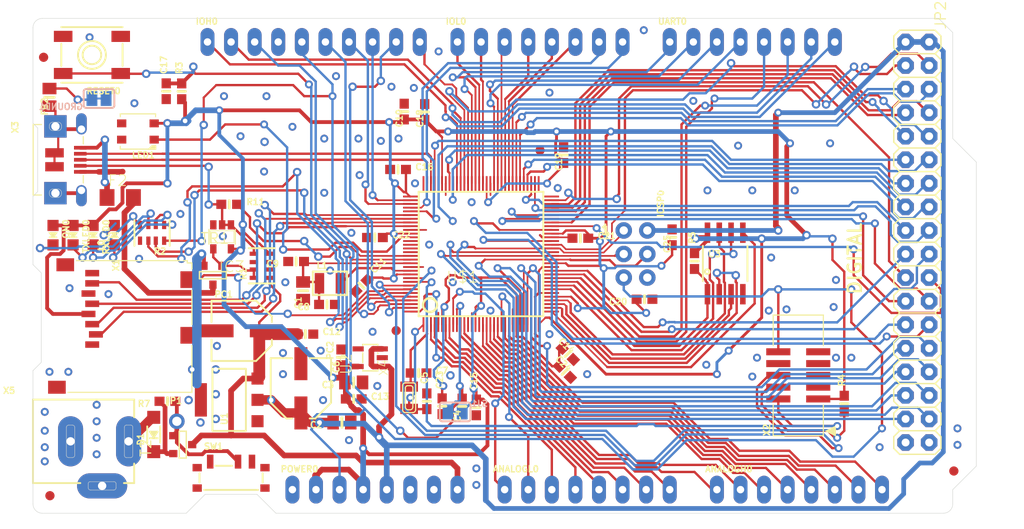
<source format=kicad_pcb>
(kicad_pcb (version 20221018) (generator pcbnew)
  (layers (0 "F.Cu" signal) (31 "B.Cu" signal) (34 "B.Paste" user) (35 "F.Paste" user) (36 "B.SilkS" user "B.Silkscreen") (37 "F.SilkS" user "F.Silkscreen") (38 "B.Mask" user) (39 "F.Mask" user) (44 "Edge.Cuts" user))
  (net 0 "")
  (net 1 "+5V")
  (net 2 "GND")
  (net 3 "AREF")
  (net 4 "VIN")
  (net 5 "SCK")
  (net 6 "PWRIN")
  (net 7 "D-")
  (net 8 "D+")
  (net 9 "MISO")
  (net 10 "MOSI")
  (net 11 "USBVCC")
  (net 12 "USHIELD")
  (net 13 "N$1")
  (net 14 "3.3V")
  (net 15 "PWR_SWITCH")
  (net 16 "VBUS")
  (net 17 "N$5")
  (net 18 "TXLED")
  (net 19 "N$7")
  (net 20 "N$3")
  (net 21 "N$2")
  (net 22 "N$15")
  (net 23 "D13")
  (net 24 "A5")
  (net 25 "A4")
  (net 26 "A3")
  (net 27 "A2")
  (net 28 "A1")
  (net 29 "D11")
  (net 30 "D12")
  (net 31 "A0")
  (net 32 "SCL")
  (net 33 "SDA")
  (net 34 "D8")
  (net 35 "D7")
  (net 36 "D6")
  (net 37 "D5")
  (net 38 "D4")
  (net 39 "D1")
  (net 40 "D0")
  (net 41 "D10")
  (net 42 "~{RESET}")
  (net 43 "NEOPIX")
  (net 44 "RXLED")
  (net 45 "D3")
  (net 46 "D2")
  (net 47 "N$10")
  (net 48 "N$11")
  (net 49 "FLASH_CS")
  (net 50 "FLASH_SCK")
  (net 51 "FLASH_IO0")
  (net 52 "FLASH_IO1")
  (net 53 "VDDCORE")
  (net 54 "N$9")
  (net 55 "N$12")
  (net 56 "SWCLK")
  (net 57 "SWDIO")
  (net 58 "USB_HOSTEN")
  (net 59 "FLASH_IO3")
  (net 60 "FLASH_IO2")
  (net 61 "SWO")
  (net 62 "A6")
  (net 63 "A7")
  (net 64 "A8")
  (net 65 "A9")
  (net 66 "A10")
  (net 67 "A11")
  (net 68 "A12")
  (net 69 "A13")
  (net 70 "A14")
  (net 71 "A15")
  (net 72 "N$4")
  (net 73 "SCL_1")
  (net 74 "SDA_1")
  (net 75 "PCC_DEN1")
  (net 76 "PCC_DEN2")
  (net 77 "PCC_CLK")
  (net 78 "PCC_XCLK")
  (net 79 "PCC_D7")
  (net 80 "PCC_D6")
  (net 81 "PCC_D5")
  (net 82 "PCC_D4")
  (net 83 "PCC_D3")
  (net 84 "PCC_D1")
  (net 85 "PCC_D2")
  (net 86 "PCC_D0")
  (net 87 "PCC_D9")
  (net 88 "PCC_D8")
  (net 89 "PCC_D11")
  (net 90 "PCC_D13")
  (net 91 "PCC_D12")
  (net 92 "D44")
  (net 93 "D45")
  (net 94 "D22")
  (net 95 "D23")
  (net 96 "PCC_D10")
  (net 97 "UART1_TX")
  (net 98 "UART1_RX")
  (net 99 "UART2_RX")
  (net 100 "UART2_TX")
  (net 101 "UART3_RX")
  (net 102 "UART3_TX")
  (net 103 "SS")
  (net 104 "D48")
  (net 105 "D49")
  (net 106 "D46")
  (net 107 "D47")
  (net 108 "SD_MISO")
  (net 109 "SD_MOSI")
  (net 110 "SD_SCK")
  (net 111 "SD_CS")
  (net 112 "SD_CD")
  (net 113 "D9")
  (footprint "working:2X03_ROUND_70MIL" (layer "F.Cu") (at 162.5981 103.7336 -90)
    (fp_text reference "ICSP0")
    (fp_text value "3x2 M")
  )
  (footprint "working:0603-NO" (layer "F.Cu") (at 163.5633 108.6104 180)
    (fp_text reference "C20")
    (fp_text value ".1u")
  )
  (footprint "" (layer "F.Cu") (at 112.9411 80.8736)
    (fp_text reference "@HOLE2" hide)
    (fp_text value "")
  )
  (footprint "working:0603-NO" (layer "F.Cu") (at 133.083234 107.147191 45)
    (fp_text reference "C11")
    (fp_text value ".1u")
  )
  (footprint "working:SOIC8_208MIL" (layer "F.Cu") (at 172.2501 104.7496)
    (fp_text reference "U3")
    (fp_text value "GD25Q64")
  )
  (footprint "working:0603-NO" (layer "F.Cu") (at 139.8905 88.4174 -90)
    (fp_text reference "C18")
    (fp_text value ".1u")
  )
  (footprint "" (layer "F.Cu") (at 111.6711 129.1336)
    (fp_text reference "@HOLE3" hide)
    (fp_text value "")
  )
  (footprint "working:0603-NO" (layer "F.Cu") (at 137.0203 94.615)
    (fp_text reference "C16")
    (fp_text value ".1u")
  )
  (footprint "working:XTAL3215" (layer "F.Cu") (at 138.2141 119.2276 -90)
    (fp_text reference "X4")
    (fp_text value "32.768")
  )
  (footprint "working:SQFP-S-14X14-128" (layer "F.Cu") (at 145.9611 103.7336)
    (fp_text reference "U$1")
    (fp_text value "SAMD51PXXA")
  )
  (footprint "working:MICROSD" (layer "F.Cu") (at 114.7191 104.4956 -90)
    (fp_text reference "X1")
    (fp_text value "microsd")
  )
  (footprint "working:LED3535" (layer "F.Cu") (at 109.0041 90.5256 180)
    (fp_text reference "LED1")
    (fp_text value "WS2812B3535")
  )
  (footprint "working:0603-NO" (layer "F.Cu") (at 155.299268 114.501397 135)
    (fp_text reference "C14")
    (fp_text value ".1u")
  )
  (footprint "working:PANASONIC_D" (layer "F.Cu") (at 120.1801 112.014)
    (fp_text reference "PC1")
    (fp_text value "47uF/25V")
  )
  (footprint "working:4UCONN_20329_V2" (layer "F.Cu") (at 102.0191 93.5736 -90)
    (fp_text reference "X3")
    (fp_text value "20329")
    (fp_line (start -4.05 2.15) (end -4.05 1.6) (stroke (width 0.05)) (layer "Edge.Cuts"))
    (fp_line (start -3.7 1.25) (end -3.5 1.25) (stroke (width 0.05)) (layer "Edge.Cuts"))
    (fp_line (start -3.5 2.55) (end -3.7 2.55) (stroke (width 0.05)) (layer "Edge.Cuts"))
    (fp_line (start -3.15 1.6) (end -3.15 2.15) (stroke (width 0.05)) (layer "Edge.Cuts"))
    (fp_line (start 3.15 2.2) (end 3.15 1.6) (stroke (width 0.05)) (layer "Edge.Cuts"))
    (fp_line (start 4.05 1.6) (end 4.05 2.2) (stroke (width 0.05)) (layer "Edge.Cuts"))
    (fp_arc (start -4.05 1.6) (mid -3.947487 1.352513) (end -3.7 1.25) (stroke (width 0.05)) (layer "Edge.Cuts"))
    (fp_arc (start -3.7 2.55) (mid -3.957843 2.422487) (end -4.05 2.15) (stroke (width 0.05)) (layer "Edge.Cuts"))
    (fp_arc (start -3.5 1.25) (mid -3.252513 1.352513) (end -3.15 1.6) (stroke (width 0.05)) (layer "Edge.Cuts"))
    (fp_arc (start -3.15 2.15) (mid -3.242157 2.422487) (end -3.5 2.55) (stroke (width 0.05)) (layer "Edge.Cuts"))
    (fp_arc (start 3.15 1.6) (mid 3.302513 1.331802) (end 3.6 1.25) (stroke (width 0.05)) (layer "Edge.Cuts"))
    (fp_arc (start 3.6 1.25) (mid 3.897487 1.331802) (end 4.05 1.6) (stroke (width 0.05)) (layer "Edge.Cuts"))
    (fp_arc (start 3.6 2.55) (mid 3.302513 2.468198) (end 3.15 2.2) (stroke (width 0.05)) (layer "Edge.Cuts"))
    (fp_arc (start 4.05 2.2) (mid 3.897487 2.468198) (end 3.6 2.55) (stroke (width 0.05)) (layer "Edge.Cuts"))
  )
  (footprint "working:0603-NO" (layer "F.Cu") (at 118.8339 98.3742)
    (fp_text reference "R11")
    (fp_text value "330R")
  )
  (footprint "" (layer "F.Cu") (at 163.7411 96.1136)
    (fp_text reference "@HOLE0" hide)
    (fp_text value "")
  )
  (footprint "" (layer "F.Cu") (at 187.8711 80.8736)
    (fp_text reference "@HOLE5" hide)
    (fp_text value "")
  )
  (footprint "working:SOT-23" (layer "F.Cu") (at 117.0559 106.0196)
    (fp_text reference "TR1")
    (fp_text value "DMP3098L-7")
  )
  (footprint "" (layer "F.Cu") (at 163.7411 124.0536)
    (fp_text reference "@HOLE1" hide)
    (fp_text value "")
  )
  (footprint "working:0603-NO" (layer "F.Cu") (at 166.5351 101.9302 -90)
    (fp_text reference "C25")
    (fp_text value ".1u")
  )
  (footprint "working:0603-NO" (layer "F.Cu") (at 134.5311 101.9556)
    (fp_text reference "C22")
    (fp_text value ".1u")
  )
  (footprint "working:0603-NO" (layer "F.Cu") (at 127.0381 112.3696)
    (fp_text reference "C12")
    (fp_text value "0.1uF")
  )
  (footprint "working:PANASONIC_D" (layer "F.Cu") (at 126.5555 118.2116 -90)
    (fp_text reference "PC2")
    (fp_text value "47uF+/6.3V+")
  )
  (footprint "working:1X08_OVALWAVE" (layer "F.Cu") (at 134.5311 129.1336)
    (fp_text reference "POWER0")
    (fp_text value "20610")
  )
  (footprint "working:1X08_OVALWAVE" (layer "F.Cu") (at 175.1711 80.8736)
    (fp_text reference "UART0")
    (fp_text value "20610")
  )
  (footprint "working:0805-NO" (layer "F.Cu") (at 99.4791 86.8426 -90)
    (fp_text reference "FB2")
    (fp_text value "FERRITE")
  )
  (footprint "working:0603-NO" (layer "F.Cu") (at 112.1791 119.6086 180)
    (fp_text reference "R7")
    (fp_text value "10K")
  )
  (footprint "working:0603-NO" (layer "F.Cu") (at 139.2301 116.5606)
    (fp_text reference "C7")
    (fp_text value "22pF")
  )
  (footprint "working:1X08_OVALWAVE" (layer "F.Cu") (at 180.2511 129.1336)
    (fp_text reference "ANALOGH0")
    (fp_text value "20610")
  )
  (footprint "working:FIDUCIAL_1MM" (layer "F.Cu") (at 152.3111 92.5576)
    (fp_text reference "FD5" hide)
    (fp_text value "FIDUCIAL_1MM" hide)
  )
  (footprint "working:RESPACK_4X0603" (layer "F.Cu") (at 122.3391 105.0036 90)
    (fp_text reference "R1")
    (fp_text value "100K")
  )
  (footprint "working:0603-NO" (layer "F.Cu") (at 145.454906 120.269 90)
    (fp_text reference "C15")
    (fp_text value ".1u")
  )
  (footprint "working:R1206" (layer "F.Cu") (at 107.0991 97.6376)
    (fp_text reference "F2")
    (fp_text value "500mA")
  )
  (footprint "working:INDUCTOR_1007" (layer "F.Cu") (at 129.682668 106.886816)
    (fp_text reference "L1")
    (fp_text value "10uH")
  )
  (footprint "working:SOT-23" (layer "F.Cu") (at 113.8301 124.3076 90)
    (fp_text reference "T2")
    (fp_text value "DMP3098L-7")
  )
  (footprint "working:CHIPLED_0805_NOOUTLINE" (layer "F.Cu") (at 104.1781 101.7016 180)
    (fp_text reference "RXLED0")
    (fp_text value "YELLOW")
  )
  (footprint "working:SPDT_SMT_SSSS811101" (layer "F.Cu") (at 119.0371 127.8636)
    (fp_text reference "SW1")
    (fp_text value "")
  )
  (footprint "working:0603-NO" (layer "F.Cu") (at 185.0771 119.8626 90)
    (fp_text reference "R4")
    (fp_text value "1K")
  )
  (footprint "working:0603-NO" (layer "F.Cu") (at 113.718503 86.192194 90)
    (fp_text reference "R3")
    (fp_text value "10K")
  )
  (footprint "working:2X18_THICKWAVE" (layer "F.Cu") (at 192.9511 102.4636 -90)
    (fp_text reference "JP2")
    (fp_text value "")
  )
  (footprint "working:2X05_1.27MM_BOX_POSTS" (layer "F.Cu") (at 180.1241 116.8146 90)
    (fp_text reference "X2")
    (fp_text value "2x5 0.05\" SWD")
  )
  (footprint "working:0603-NO" (layer "F.Cu") (at 130.872534 114.8724 -90)
    (fp_text reference "C6")
    (fp_text value ".1u")
  )
  (footprint "working:0603-NO" (layer "F.Cu") (at 140.1191 119.6086 90)
    (fp_text reference "C5")
    (fp_text value "22pF")
  )
  (footprint "working:FIDUCIAL_1MM" (layer "F.Cu") (at 98.8441 82.5246)
    (fp_text reference "FD1" hide)
    (fp_text value "FIDUCIAL_1MM" hide)
  )
  (footprint "working:DCJACK_2MM_PTH" (layer "F.Cu") (at 94.3991 123.9266)
    (fp_text reference "X5")
    (fp_text value "2.1mm")
    (fp_line (start 6.9008 1.5) (end 6.9008 -1.5) (stroke (width 0.05)) (layer "Edge.Cuts"))
    (fp_line (start 7.1508 -1.75) (end 7.5492 -1.75) (stroke (width 0.05)) (layer "Edge.Cuts"))
    (fp_line (start 7.5492 1.75) (end 7.1508 1.75) (stroke (width 0.05)) (layer "Edge.Cuts"))
    (fp_line (start 7.7992 -1.5) (end 7.7992 1.5) (stroke (width 0.05)) (layer "Edge.Cuts"))
    (fp_line (start 9.25 4.9992) (end 9.25 4.55) (stroke (width 0.05)) (layer "Edge.Cuts"))
    (fp_line (start 9.4746 4.3508) (end 11.9746 4.3508) (stroke (width 0.05)) (layer "Edge.Cuts"))
    (fp_line (start 12 5.2492) (end 9.5 5.2492) (stroke (width 0.05)) (layer "Edge.Cuts"))
    (fp_line (start 12.25 4.55) (end 12.25 4.9992) (stroke (width 0.05)) (layer "Edge.Cuts"))
    (fp_line (start 13.1508 1.5) (end 13.1508 -1.5) (stroke (width 0.05)) (layer "Edge.Cuts"))
    (fp_line (start 13.35 -1.75) (end 13.85 -1.75) (stroke (width 0.05)) (layer "Edge.Cuts"))
    (fp_line (start 13.85 1.75) (end 13.35 1.75) (stroke (width 0.05)) (layer "Edge.Cuts"))
    (fp_line (start 14.0492 -1.5) (end 14.0492 1.5) (stroke (width 0.05)) (layer "Edge.Cuts"))
    (fp_arc (start 6.9008 -1.5) (mid 6.974023 -1.676777) (end 7.1508 -1.75) (stroke (width 0.05)) (layer "Edge.Cuts"))
    (fp_arc (start 7.1508 1.75) (mid 6.974023 1.676777) (end 6.9008 1.5) (stroke (width 0.05)) (layer "Edge.Cuts"))
    (fp_arc (start 7.5492 -1.75) (mid 7.725977 -1.676777) (end 7.7992 -1.5) (stroke (width 0.05)) (layer "Edge.Cuts"))
    (fp_arc (start 7.7992 1.5) (mid 7.725977 1.676777) (end 7.5492 1.75) (stroke (width 0.05)) (layer "Edge.Cuts"))
    (fp_arc (start 9.25 4.55) (mid 9.321044 4.403884) (end 9.4746 4.3508) (stroke (width 0.05)) (layer "Edge.Cuts"))
    (fp_arc (start 9.5 5.2492) (mid 9.323223 5.175977) (end 9.25 4.9992) (stroke (width 0.05)) (layer "Edge.Cuts"))
    (fp_arc (start 11.9746 4.3508) (mid 12.153556 4.393363) (end 12.25 4.55) (stroke (width 0.05)) (layer "Edge.Cuts"))
    (fp_arc (start 12.25 4.9992) (mid 12.176777 5.175977) (end 12 5.2492) (stroke (width 0.05)) (layer "Edge.Cuts"))
    (fp_arc (start 13.1508 -1.5) (mid 13.198623 -1.666256) (end 13.35 -1.75) (stroke (width 0.05)) (layer "Edge.Cuts"))
    (fp_arc (start 13.35 1.75) (mid 13.198623 1.666256) (end 13.1508 1.5) (stroke (width 0.05)) (layer "Edge.Cuts"))
    (fp_arc (start 13.85 -1.75) (mid 14.001377 -1.666256) (end 14.0492 -1.5) (stroke (width 0.05)) (layer "Edge.Cuts"))
    (fp_arc (start 14.0492 1.5) (mid 14.001377 1.666256) (end 13.85 1.75) (stroke (width 0.05)) (layer "Edge.Cuts"))
  )
  (footprint "working:0603-NO" (layer "F.Cu") (at 156.6545 102.0318)
    (fp_text reference "C21")
    (fp_text value ".1u")
  )
  (footprint "working:0603-NO" (layer "F.Cu") (at 126.040603 104.536541 180)
    (fp_text reference "C9")
    (fp_text value "1uF")
  )
  (footprint "working:0603-NO" (layer "F.Cu") (at 141.7701 120.142 90)
    (fp_text reference "C23")
    (fp_text value ".1u")
  )
  (footprint "working:0805-NO" (layer "F.Cu") (at 126.793578 107.695035 -90)
    (fp_text reference "C1")
    (fp_text value "10uF")
  )
  (footprint "working:CHIPLED_0805_NOOUTLINE" (layer "F.Cu") (at 99.8601 101.7016 180)
    (fp_text reference "ON0")
    (fp_text value "GREEN")
  )
  (footprint "working:SOT23-5" (layer "F.Cu") (at 118.0719 101.8794 180)
    (fp_text reference "IC3")
    (fp_text value "74LVC1G125D")
  )
  (footprint "working:SOD-123" (layer "F.Cu") (at 110.7059 123.19 90)
    (fp_text reference "D1")
    (fp_text value "MBR120")
  )
  (footprint "working:1X01_ROUND" (layer "F.Cu") (at 113.1951 121.7676)
    (fp_text reference "JP1")
    (fp_text value "")
  )
  (footprint "working:RESPACK_4X0603" (layer "F.Cu") (at 110.5281 101.4476 180)
    (fp_text reference "R2")
    (fp_text value "1K")
  )
  (footprint "working:0603-NO" (layer "F.Cu") (at 143.9291 120.1674 -90)
    (fp_text reference "C4")
    (fp_text value ".1u")
  )
  (footprint "working:1X08_OVALWAVE" (layer "F.Cu") (at 157.3911 129.1336)
    (fp_text reference "ANALOGL0")
    (fp_text value "20610")
  )
  (footprint "working:1X08_OVALWAVE" (layer "F.Cu") (at 152.3111 80.8736)
    (fp_text reference "IOL0")
    (fp_text value "20610")
  )
  (footprint "working:FIDUCIAL_1MM" (layer "F.Cu") (at 99.5261 129.7876)
    (fp_text reference "FD3" hide)
    (fp_text value "FIDUCIAL_1MM" hide)
  )
  (footprint "working:0805-NO" (layer "F.Cu") (at 130.9751 121.8946 180)
    (fp_text reference "C2")
    (fp_text value "10uF")
  )
  (footprint "working:0603-NO" (layer "F.Cu") (at 168.9481 104.4956 90)
    (fp_text reference "R5")
    (fp_text value "10K")
  )
  (footprint "working:0603-NO" (layer "F.Cu") (at 129.367037 109.169072 180)
    (fp_text reference "C8")
    (fp_text value ".1u")
  )
  (footprint "working:0603-NO" (layer "F.Cu") (at 154.9781 116.4336 135)
    (fp_text reference "C24")
    (fp_text value ".1u")
  )
  (footprint "working:0603-NO" (layer "F.Cu") (at 154.8511 93.0656 -90)
    (fp_text reference "C19")
    (fp_text value ".1u")
  )
  (footprint "working:GRANDCENTRAL_REVB_TOP" (layer "F.Cu") (at 97.7011 131.6736)
    (fp_text reference "U$30" hide)
    (fp_text value "" hide)
  )
  (footprint "working:0603-NO" (layer "F.Cu") (at 137.683962 88.376822 -90)
    (fp_text reference "C10")
    (fp_text value ".1u")
  )
  (footprint "working:0603-NO" (layer "F.Cu") (at 112.0521 86.1822 90)
    (fp_text reference "C17")
    (fp_text value "0.1uF")
  )
  (footprint "working:CHIPLED_0805_NOOUTLINE" (layer "F.Cu") (at 106.4641 101.7016)
    (fp_text reference "L0")
    (fp_text value "RED")
  )
  (footprint "working:SOT23-DBV" (layer "F.Cu") (at 134.0231 114.9096 90)
    (fp_text reference "U2")
    (fp_text value "AP2112K-3.3")
  )
  (footprint "working:FIDUCIAL_1MM" (layer "F.Cu") (at 136.8171 111.9886)
    (fp_text reference "FD4" hide)
    (fp_text value "FIDUCIAL_1MM" hide)
  )
  (footprint "working:0805-NO" (layer "F.Cu") (at 132.2451 117.5766 180)
    (fp_text reference "C3")
    (fp_text value "10uF")
  )
  (footprint "working:SOT223-R" (layer "F.Cu") (at 118.8339 119.4562 90)
    (fp_text reference "U1")
    (fp_text value "NCP1117ST50T3G")
  )
  (footprint "working:FIDUCIAL_1MM" (layer "F.Cu") (at 196.8801 127.1246)
    (fp_text reference "FD2" hide)
    (fp_text value "FIDUCIAL_1MM" hide)
  )
  (footprint "working:EVQ-Q2_SMALLER" (layer "F.Cu") (at 104.0511 82.2706 180)
    (fp_text reference "RESET0")
    (fp_text value "EVQQ 6mm")
  )
  (footprint "working:CHIPLED_0805_NOOUTLINE" (layer "F.Cu") (at 102.0191 101.7016 180)
    (fp_text reference "TXLED0")
    (fp_text value "YELLOW")
  )
  (footprint "working:1X10_OVALWAVE" (layer "F.Cu") (at 127.9271 80.8736)
    (fp_text reference "IOH0")
    (fp_text value "20611")
  )
  (footprint "" (layer "F.Cu") (at 194.2211 129.1336)
    (fp_text reference "@HOLE4" hide)
    (fp_text value "")
  )
  (footprint "working:0603-NO" (layer "F.Cu") (at 132.2451 119.3546)
    (fp_text reference "C13")
    (fp_text value "0.1uF")
  )
  (footprint "working:SOLDERJUMPER_CLOSEDWIRE" (layer "B.Cu") (at 104.8131 86.9696)
    (fp_text reference "GROUND1")
    (fp_text value "")
  )
  (footprint "working:GRANDCENTRAL_REVB-BOT" (layer "B.Cu") (at 199.3011 131.6736 180)
    (fp_text reference "U$23" hide)
    (fp_text value "" hide)
  )
  (footprint "working:SOLDERJUMPER_CLOSEDWIRE" (layer "B.Cu") (at 143.1671 120.7516 180)
    (fp_text reference "SJ1")
    (fp_text value "AREF_3V")
  )
  (gr_line (start 97.7011 116.3066) (end 98.5901 115.4176) (stroke (width 0.05)) (layer "Edge.Cuts"))
  (gr_line (start 97.7011 97.5106) (end 98.2091 97.0026) (stroke (width 0.05)) (layer "Edge.Cuts"))
  (gr_line (start 123.8631 131.6736) (end 121.8311 129.6416) (stroke (width 0.05)) (layer "Edge.Cuts"))
  (gr_line (start 121.8311 129.6416) (end 116.2431 129.6416) (stroke (width 0.05)) (layer "Edge.Cuts"))
  (gr_arc (start 196.7611 130.6736) (mid 196.468207 131.380707) (end 195.7611 131.6736) (stroke (width 0.05)) (layer "Edge.Cuts"))
  (gr_line (start 195.2371 78.3336) (end 196.7611 79.8576) (stroke (width 0.05)) (layer "Edge.Cuts"))
  (gr_line (start 98.5901 105.7656) (end 97.7011 104.8766) (stroke (width 0.05)) (layer "Edge.Cuts"))
  (gr_arc (start 98.7011 131.6736) (mid 97.993993 131.380707) (end 97.7011 130.6736) (stroke (width 0.05)) (layer "Edge.Cuts"))
  (gr_line (start 116.2431 129.6416) (end 114.2111 131.6736) (stroke (width 0.05)) (layer "Edge.Cuts"))
  (gr_line (start 195.7611 131.6736) (end 123.8631 131.6736) (stroke (width 0.05)) (layer "Edge.Cuts"))
  (gr_line (start 98.2091 97.0026) (end 98.2091 90.1446) (stroke (width 0.05)) (layer "Edge.Cuts"))
  (gr_line (start 196.7611 129.1336) (end 196.7611 130.6736) (stroke (width 0.05)) (layer "Edge.Cuts"))
  (gr_line (start 97.7011 130.6736) (end 97.7011 116.3066) (stroke (width 0.05)) (layer "Edge.Cuts"))
  (gr_line (start 98.7011 78.3336) (end 195.2371 78.3336) (stroke (width 0.05)) (layer "Edge.Cuts"))
  (gr_line (start 199.3011 126.5936) (end 196.7611 129.1336) (stroke (width 0.05)) (layer "Edge.Cuts"))
  (gr_line (start 98.5901 115.4176) (end 98.5901 105.7656) (stroke (width 0.05)) (layer "Edge.Cuts"))
  (gr_line (start 98.2091 90.1446) (end 97.7011 89.6366) (stroke (width 0.05)) (layer "Edge.Cuts"))
  (gr_line (start 97.7011 104.8766) (end 97.7011 97.5106) (stroke (width 0.05)) (layer "Edge.Cuts"))
  (gr_line (start 114.2111 131.6736) (end 98.7011 131.6736) (stroke (width 0.05)) (layer "Edge.Cuts"))
  (gr_arc (start 97.7011 79.3336) (mid 97.993993 78.626493) (end 98.7011 78.3336) (stroke (width 0.05)) (layer "Edge.Cuts"))
  (gr_line (start 196.7611 79.8576) (end 196.7611 91.2876) (stroke (width 0.05)) (layer "Edge.Cuts"))
  (gr_line (start 199.3011 93.8276) (end 199.3011 126.5936) (stroke (width 0.05)) (layer "Edge.Cuts"))
  (gr_line (start 196.7611 91.2876) (end 199.3011 93.8276) (stroke (width 0.05)) (layer "Edge.Cuts"))
  (gr_line (start 97.7011 89.6366) (end 97.7011 79.3336) (stroke (width 0.05)) (layer "Edge.Cuts"))
  (gr_text "1" (at 158.9475 101.7292) (layer "F.SilkS") (effects (font (size 0.8636 0.8636) (thickness 0.1524)) (justify left bottom)))
  (gr_text "1" (at 159.9917 100.4978) (layer "F.SilkS") (effects (font (size 1.0795 1.0795) (thickness 0.1905)) (justify right top)))
  (gr_text "DIGITAL" (at 187.0511 108.2326 90) (layer "F.SilkS") (effects (font (size 1.42494 1.42494) (thickness 0.25146)) (justify left bottom)))
  (segment (start 134.3381 113.9596) (end 134.1501 114.1476) (width 0.6096) (layer "F.Cu") (net 1))
  (segment (start 135.9891 115.8596) (end 135.3231 115.8596) (width 0.6096) (layer "F.Cu") (net 1))
  (segment (start 136.3091 116.1796) (end 135.9891 115.8596) (width 0.6096) (layer "F.Cu") (net 1))
  (segment (start 177.7111 88.7476) (end 177.7111 100.6856) (width 0.6096) (layer "F.Cu") (net 1))
  (segment (start 134.3381 115.8596) (end 135.3231 115.8596) (width 0.6096) (layer "F.Cu") (net 1))
  (segment (start 177.9651 100.9396) (end 177.7111 100.6856) (width 0.6096) (layer "F.Cu") (net 1))
  (segment (start 134.9756 122.3391) (end 134.9756 123.4821) (width 0.6096) (layer "F.Cu") (net 1))
  (segment (start 136.3091 121.0056) (end 134.9756 122.3391) (width 0.6096) (layer "F.Cu") (net 1))
  (segment (start 136.3091 121.0056) (end 136.3091 116.1796) (width 0.6096) (layer "F.Cu") (net 1))
  (segment (start 124.7391 120.8656) (end 126.5555 120.8656) (width 1.016) (layer "F.Cu") (net 1))
  (segment (start 177.9651 88.4936) (end 177.7111 88.7476) (width 0.6096) (layer "F.Cu") (net 1))
  (segment (start 116.1161 105.0036) (end 116.1161 103.9876) (width 0.4064) (layer "F.Cu") (net 1))
  (segment (start 128.5621 121.8946) (end 130.0251 121.8946) (width 1.016) (layer "F.Cu") (net 1))
  (segment (start 134.1501 114.1476) (end 134.1501 115.6716) (width 0.6096) (layer "F.Cu") (net 1))
  (segment (start 123.3297 119.4562) (end 121.8839 119.4562) (width 1.016) (layer "F.Cu") (net 1))
  (segment (start 134.1501 115.6716) (end 134.3381 115.8596) (width 0.6096) (layer "F.Cu") (net 1))
  (segment (start 126.5555 120.8656) (end 127.5845 121.8946) (width 1.016) (layer "F.Cu") (net 1))
  (segment (start 116.1161 103.9876) (end 115.8621 103.7336) (width 0.4064) (layer "F.Cu") (net 1))
  (segment (start 123.3551 119.4816) (end 123.3297 119.4562) (width 1.016) (layer "F.Cu") (net 1))
  (segment (start 177.9651 100.9396) (end 177.9651 101.1936) (width 0.6096) (layer "F.Cu") (net 1))
  (segment (start 135.3231 113.9596) (end 134.3381 113.9596) (width 0.6096) (layer "F.Cu") (net 1))
  (segment (start 127.5845 121.8946) (end 128.5621 121.8946) (width 1.016) (layer "F.Cu") (net 1))
  (segment (start 123.3551 119.4816) (end 124.7391 120.8656) (width 1.016) (layer "F.Cu") (net 1))
  (via (at 115.7351 121.8946) (size 0.9064) (drill 0.5) (layers "F.Cu" "B.Cu") (net 1))
  (via (at 134.9756 123.4821) (size 0.9064) (drill 0.5) (layers "F.Cu" "B.Cu") (net 1))
  (via (at 177.9651 88.4936) (size 0.8564) (drill 0.45) (layers "F.Cu" "B.Cu") (net 1))
  (via (at 117.3861 116.1796) (size 0.9064) (drill 0.5) (layers "F.Cu" "B.Cu") (net 1))
  (via (at 114.4651 119.4816) (size 0.9064) (drill 0.5) (layers "F.Cu" "B.Cu") (net 1))
  (via (at 117.3861 121.5136) (size 0.9064) (drill 0.5) (layers "F.Cu" "B.Cu") (net 1))
  (via (at 114.8461 116.1796) (size 0.9064) (drill 0.5) (layers "F.Cu" "B.Cu") (net 1))
  (via (at 177.9651 101.1936) (size 0.9064) (drill 0.5) (layers "F.Cu" "B.Cu") (net 1))
  (via (at 117.3861 118.8466) (size 0.9064) (drill 0.5) (layers "F.Cu" "B.Cu") (net 1))
  (via (at 128.5621 121.8946) (size 0.9064) (drill 0.5) (layers "F.Cu" "B.Cu") (net 1))
  (via (at 123.3551 119.4816) (size 0.9064) (drill 0.5) (layers "F.Cu" "B.Cu") (net 1))
  (via (at 115.8621 103.7336) (size 0.9064) (drill 0.5) (layers "F.Cu" "B.Cu") (net 1))
  (segment (start 134.8486 123.4821) (end 133.3881 122.0216) (width 0.6096) (layer "B.Cu") (net 1))
  (segment (start 146.4691 125.8316) (end 144.9959 124.3584) (width 0.6096) (layer "B.Cu") (net 1))
  (segment (start 191.4781 129.5906) (end 189.9031 131.1656) (width 0.508) (layer "B.Cu") (net 1))
  (segment (start 115.3541 104.2416) (end 115.8621 103.7336) (width 1.016) (layer "B.Cu") (net 1))
  (segment (start 194.5511 126.2636) (end 193.220937 126.2636) (width 0.508) (layer "B.Cu") (net 1))
  (segment (start 194.2211 80.8736) (end 191.6811 80.8736) (width 0.6096) (layer "B.Cu") (net 1))
  (segment (start 128.6891 122.0216) (end 128.5621 121.8946) (width 1.016) (layer "B.Cu") (net 1))
  (segment (start 195.7451 125.0696) (end 195.7451 81.8896) (width 0.508) (layer "B.Cu") (net 1))
  (segment (start 195.7451 81.8896) (end 194.7291 80.8736) (width 0.508) (layer "B.Cu") (net 1))
  (segment (start 194.7291 80.8736) (end 194.2211 80.8736) (width 0.508) (layer "B.Cu") (net 1))
  (segment (start 135.8011 124.3076) (end 134.9756 123.4821) (width 0.6096) (layer "B.Cu") (net 1))
  (segment (start 193.220937 126.2636) (end 191.4781 128.006438) (width 0.508) (layer "B.Cu") (net 1))
  (segment (start 191.4781 128.006438) (end 191.4781 129.5906) (width 0.508) (layer "B.Cu") (net 1))
  (segment (start 189.9031 131.1656) (end 147.349781 131.1656) (width 0.508) (layer "B.Cu") (net 1))
  (segment (start 135.5979 124.3584) (end 134.9756 123.7361) (width 0.6096) (layer "B.Cu") (net 1))
  (segment (start 134.9756 123.4821) (end 134.8486 123.4821) (width 0.6096) (layer "B.Cu") (net 1))
  (segment (start 147.349781 131.1656) (end 146.4691 130.284919) (width 0.508) (layer "B.Cu") (net 1))
  (segment (start 177.9651 101.1936) (end 163.8681 101.1936) (width 0.508) (layer "B.Cu") (net 1))
  (segment (start 135.8011 129.1336) (end 135.8011 124.3076) (width 0.6096) (layer "B.Cu") (net 1))
  (segment (start 133.3881 122.0216) (end 128.6891 122.0216) (width 0.6096) (layer "B.Cu") (net 1))
  (segment (start 191.6811 80.8736) (end 184.0611 88.4936) (width 0.508) (layer "B.Cu") (net 1))
  (segment (start 146.4691 125.8316) (end 146.4691 130.284919) (width 0.6096) (layer "B.Cu") (net 1))
  (segment (start 144.9959 124.3584) (end 135.5979 124.3584) (width 0.6096) (layer "B.Cu") (net 1))
  (segment (start 115.3541 117.7036) (end 115.3541 104.2416) (width 1.016) (layer "B.Cu") (net 1))
  (segment (start 134.9756 123.4821) (end 134.9756 123.7361) (width 0.6096) (layer "B.Cu") (net 1))
  (segment (start 184.0611 88.4936) (end 177.9651 88.4936) (width 0.508) (layer "B.Cu") (net 1))
  (segment (start 195.7451 125.0696) (end 194.5511 126.2636) (width 0.508) (layer "B.Cu") (net 1))
  (segment (start 102.7941 94.8736) (end 104.7877 94.8736) (width 0.4064) (layer "F.Cu") (net 2))
  (segment (start 153.5611 101.9336) (end 155.7063 101.9336) (width 0.1778) (layer "F.Cu") (net 2))
  (segment (start 152.5431 101.9336) (end 152.3111 101.7016) (width 0.254) (layer "F.Cu") (net 2))
  (segment (start 138.3611 101.1336) (end 140.0591 101.1336) (width 0.1778) (layer "F.Cu") (net 2))
  (segment (start 152.1751 107.9336) (end 151.7611 108.3476) (width 0.254) (layer "F.Cu") (net 2))
  (segment (start 146.9771 96.1336) (end 146.9771 97.3836) (width 0.1778) (layer "F.Cu") (net 2))
  (segment (start 104.7877 94.8736) (end 107.3231 94.8736) (width 0.6096) (layer "F.Cu") (net 2))
  (segment (start 141.3611 111.3336) (end 141.3611 110.0556) (width 0.1778) (layer "F.Cu") (net 2))
  (segment (start 151.7611 111.3336) (end 151.7611 112.3276) (width 0.1778) (layer "F.Cu") (net 2))
  (segment (start 106.4641 100.6516) (end 105.4141 101.7016) (width 0.254) (layer "F.Cu") (net 2))
  (segment (start 151.7611 112.3276) (end 152.0571 112.6236) (width 0.254) (layer "F.Cu") (net 2))
  (segment (start 153.5611 107.9336) (end 152.1751 107.9336) (width 0.1778) (layer "F.Cu") (net 2))
  (segment (start 149.3611 111.3336) (end 149.3611 109.6736) (width 0.1778) (layer "F.Cu") (net 2))
  (segment (start 142.1611 96.1336) (end 142.1511 96.1436) (width 0.1778) (layer "F.Cu") (net 2))
  (segment (start 146.9611 96.1336) (end 146.9771 96.1336) (width 0.1778) (layer "F.Cu") (net 2))
  (segment (start 153.5611 105.1336) (end 152.5621 105.1336) (width 0.1778) (layer "F.Cu") (net 2))
  (segment (start 107.3231 94.8736) (end 107.3531 94.8436) (width 0.6096) (layer "F.Cu") (net 2))
  (segment (start 152.5621 105.1336) (end 152.2313 105.4644) (width 0.2032) (layer "F.Cu") (net 2))
  (segment (start 152.2313 105.540182) (end 152.1751 105.596382) (width 0.2032) (layer "F.Cu") (net 2))
  (segment (start 152.2313 105.4644) (end 152.2313 105.540182) (width 0.2032) (layer "F.Cu") (net 2))
  (segment (start 144.9611 111.3336) (end 144.9611 110.0996) (width 0.1778) (layer "F.Cu") (net 2))
  (segment (start 151.7611 108.3476) (end 151.7611 111.3336) (width 0.1778) (layer "F.Cu") (net 2))
  (segment (start 155.7063 101.9336) (end 155.8045 102.0318) (width 0.254) (layer "F.Cu") (net 2))
  (segment (start 153.5611 101.9336) (end 152.5431 101.9336) (width 0.1778) (layer "F.Cu") (net 2))
  (segment (start 142.1511 96.1436) (end 142.1511 97.3836) (width 0.1778) (layer "F.Cu") (net 2))
  (segment (start 138.3611 105.1336) (end 139.7351 105.1336) (width 0.1778) (layer "F.Cu") (net 2))
  (segment (start 152.1751 105.596382) (end 152.1751 107.9336) (width 0.2032) (layer "F.Cu") (net 2))
  (segment (start 105.4141 101.7016) (end 105.3211 101.7016) (width 0.254) (layer "F.Cu") (net 2))
  (via (at 157.3911 116.6876) (size 0.8564) (drill 0.45) (layers "F.Cu" "B.Cu") (net 2))
  (via (at 175.1711 96.8756) (size 0.8564) (drill 0.45) (layers "F.Cu" "B.Cu") (net 2))
  (via (at 188.8871 124.5616) (size 0.8564) (drill 0.45) (layers "F.Cu" "B.Cu") (net 2))
  (via (at 109.1311 104.2416) (size 0.8564) (drill 0.45) (layers "F.Cu" "B.Cu") (net 2))
  (via (at 197.2691 124.3076) (size 0.8564) (drill 0.45) (layers "F.Cu" "B.Cu") (net 2))
  (via (at 138.7221 85.8266) (size 0.8564) (drill 0.45) (layers "F.Cu" "B.Cu") (net 2))
  (via (at 128.6891 114.1476) (size 0.8564) (drill 0.45) (layers "F.Cu" "B.Cu") (net 2))
  (via (at 118.2751 86.7156) (size 0.8564) (drill 0.45) (layers "F.Cu" "B.Cu") (net 2))
  (via (at 197.2691 122.5296) (size 0.8564) (drill 0.45) (layers "F.Cu" "B.Cu") (net 2))
  (via (at 128.9431 119.4816) (size 0.8564) (drill 0.45) (layers "F.Cu" "B.Cu") (net 2))
  (via (at 131.7371 123.7996) (size 0.8564) (drill 0.45) (layers "F.Cu" "B.Cu") (net 2))
  (via (at 122.5931 94.8436) (size 0.8564) (drill 0.45) (layers "F.Cu" "B.Cu") (net 2))
  (via (at 140.3731 102.7176) (size 0.8564) (drill 0.45) (layers "F.Cu" "B.Cu") (net 2))
  (via (at 134.7851 117.9576) (size 0.8564) (drill 0.45) (layers "F.Cu" "B.Cu") (net 2))
  (via (at 125.6411 90.0176) (size 0.8564) (drill 0.45) (layers "F.Cu" "B.Cu") (net 2))
  (via (at 132.7531 91.2876) (size 0.8564) (drill 0.45) (layers "F.Cu" "B.Cu") (net 2))
  (via (at 129.7051 105.5116) (size 0.8564) (drill 0.45) (layers "F.Cu" "B.Cu") (net 2))
  (via (at 105.8291 108.0516) (size 0.8564) (drill 0.45) (layers "F.Cu" "B.Cu") (net 2))
  (via (at 98.9711 126.0856) (size 0.8564) (drill 0.45) (layers "F.Cu" "B.Cu") (net 2))
  (via (at 103.7971 80.3656) (size 0.8564) (drill 0.45) (layers "F.Cu" "B.Cu") (net 2))
  (via (at 98.9711 120.7516) (size 0.8564) (drill 0.45) (layers "F.Cu" "B.Cu") (net 2))
  (via (at 98.9711 122.7836) (size 0.8564) (drill 0.45) (layers "F.Cu" "B.Cu") (net 2))
  (via (at 131.9911 101.4476) (size 0.8564) (drill 0.45) (layers "F.Cu" "B.Cu") (net 2))
  (via (at 129.0701 97.1296) (size 0.8564) (drill 0.45) (layers "F.Cu" "B.Cu") (net 2))
  (via (at 142.9131 106.7816) (size 0.8564) (drill 0.45) (layers "F.Cu" "B.Cu") (net 2))
  (via (at 178.8541 109.7026) (size 0.8564) (drill 0.45) (layers "F.Cu" "B.Cu") (net 2))
  (via (at 173.6471 92.0496) (size 0.8564) (drill 0.45) (layers "F.Cu" "B.Cu") (net 2))
  (via (at 135.1661 91.5416) (size 0.8564) (drill 0.45) (layers "F.Cu" "B.Cu") (net 2))
  (via (at 153.3271 112.3696) (size 0.8564) (drill 0.45) (layers "F.Cu" "B.Cu") (net 2))
  (via (at 108.6231 87.4776) (size 0.8564) (drill 0.45) (layers "F.Cu" "B.Cu") (net 2))
  (via (at 163.4871 79.6036) (size 0.8564) (drill 0.45) (layers "F.Cu" "B.Cu") (net 2))
  (via (at 141.3891 81.8896) (size 0.8564) (drill 0.45) (layers "F.Cu" "B.Cu") (net 2))
  (via (at 118.1481 101.8286) (size 0.8564) (drill 0.45) (layers "F.Cu" "B.Cu") (net 2))
  (via (at 176.9491 109.8296) (size 0.8564) (drill 0.45) (layers "F.Cu" "B.Cu") (net 2))
  (via (at 175.6791 114.9096) (size 0.8564) (drill 0.45) (layers "F.Cu" "B.Cu") (net 2))
  (via (at 146.9771 109.8296) (size 0.8564) (drill 0.45) (layers "F.Cu" "B.Cu") (net 2))
  (via (at 145.4531 128.6256) (size 0.8564) (drill 0.45) (layers "F.Cu" "B.Cu") (net 2))
  (via (at 154.2161 96.6216) (size 0.8564) (drill 0.45) (layers "F.Cu" "B.Cu") (net 2))
  (via (at 137.0711 91.2876) (size 0.8564) (drill 0.45) (layers "F.Cu" "B.Cu") (net 2))
  (via (at 138.8491 96.1136) (size 0.8564) (drill 0.45) (layers "F.Cu" "B.Cu") (net 2))
  (via (at 101.6381 107.4166) (size 0.8564) (drill 0.45) (layers "F.Cu" "B.Cu") (net 2))
  (via (at 104.5591 123.5456) (size 0.8564) (drill 0.45) (layers "F.Cu" "B.Cu") (net 2))
  (via (at 184.1881 106.5276) (size 0.8564) (drill 0.45) (layers "F.Cu" "B.Cu") (net 2))
  (via (at 105.3211 101.7016) (size 0.9064) (drill 0.5) (layers "F.Cu" "B.Cu") (net 2))
  (via (at 122.8471 86.7156) (size 0.8564) (drill 0.45) (layers "F.Cu" "B.Cu") (net 2))
  (via (at 168.8211 87.2236) (size 0.8564) (drill 0.45) (layers "F.Cu" "B.Cu") (net 2))
  (via (at 185.8391 114.9096) (size 0.8564) (drill 0.45) (layers "F.Cu" "B.Cu") (net 2))
  (via (at 120.0531 91.0336) (size 0.8564) (drill 0.45) (layers "F.Cu" "B.Cu") (net 2))
  (via (at 113.5761 99.4156) (size 0.8564) (drill 0.45) (layers "F.Cu" "B.Cu") (net 2))
  (via (at 122.6439 91.6432) (size 0.9064) (drill 0.5) (layers "F.Cu" "B.Cu") (net 2))
  (via (at 177.2031 104.1146) (size 0.8564) (drill 0.45) (layers "F.Cu" "B.Cu") (net 2))
  (via (at 153.3271 86.3346) (size 0.8564) (drill 0.45) (layers "F.Cu" "B.Cu") (net 2))
  (via (at 184.1881 114.9096) (size 0.8564) (drill 0.45) (layers "F.Cu" "B.Cu") (net 2))
  (via (at 145.4531 126.8476) (size 0.8564) (drill 0.45) (layers "F.Cu" "B.Cu") (net 2))
  (via (at 101.5111 116.4336) (size 0.8564) (drill 0.45) (layers "F.Cu" "B.Cu") (net 2))
  (via (at 124.8791 106.7816) (size 0.8564) (drill 0.45) (layers "F.Cu" "B.Cu") (net 2))
  (via (at 144.9451 98.1456) (size 0.8564) (drill 0.45) (layers "F.Cu" "B.Cu") (net 2))
  (via (at 170.2181 115.6716) (size 0.8564) (drill 0.45) (layers "F.Cu" "B.Cu") (net 2))
  (via (at 179.7431 96.8756) (size 0.8564) (drill 0.45) (layers "F.Cu" "B.Cu") (net 2))
  (via (at 175.1711 116.9416) (size 0.8564) (drill 0.45) (layers "F.Cu" "B.Cu") (net 2))
  (via (at 104.5591 119.9896) (size 0.8564) (drill 0.45) (layers "F.Cu" "B.Cu") (net 2))
  (via (at 142.6591 116.8146) (size 0.9064) (drill 0.5) (layers "F.Cu" "B.Cu") (net 2))
  (via (at 98.9711 124.5616) (size 0.8564) (drill 0.45) (layers "F.Cu" "B.Cu") (net 2))
  (via (at 170.3451 96.8756) (size 0.8564) (drill 0.45) (layers "F.Cu" "B.Cu") (net 2))
  (via (at 124.6251 114.4016) (size 0.8564) (drill 0.45) (layers "F.Cu" "B.Cu") (net 2))
  (via (at 117.5131 113.6396) (size 0.8564) (drill 0.45) (layers "F.Cu" "B.Cu") (net 2))
  (via (at 132.8801 95.2246) (size 0.8564) (drill 0.45) (layers "F.Cu" "B.Cu") (net 2))
  (via (at 183.5531 91.7956) (size 0.8564) (drill 0.45) (layers "F.Cu" "B.Cu") (net 2))
  (via (at 99.4791 116.4336) (size 0.8564) (drill 0.45) (layers "F.Cu" "B.Cu") (net 2))
  (via (at 104.5591 125.3236) (size 0.8564) (drill 0.45) (layers "F.Cu" "B.Cu") (net 2))
  (via (at 134.2771 112.1156) (size 0.8564) (drill 0.45) (layers "F.Cu" "B.Cu") (net 2))
  (via (at 183.9341 109.4486) (size 0.8564) (drill 0.45) (layers "F.Cu" "B.Cu") (net 2))
  (via (at 130.3401 84.5566) (size 0.8564) (drill 0.45) (layers "F.Cu" "B.Cu") (net 2))
  (via (at 129.0701 91.2876) (size 0.8564) (drill 0.45) (layers "F.Cu" "B.Cu") (net 2))
  (via (at 104.5591 121.7676) (size 0.8564) (drill 0.45) (layers "F.Cu" "B.Cu") (net 2))
  (via (at 124.6251 116.6876) (size 0.8564) (drill 0.45) (layers "F.Cu" "B.Cu") (net 2))
  (via (at 136.3091 85.6996) (size 0.8564) (drill 0.45) (layers "F.Cu" "B.Cu") (net 2))
  (segment (start 105.3211 101.7016) (end 106.5911 100.4316) (width 0.254) (layer "B.Cu") (net 2))
  (segment (start 142.9131 121.7676) (end 141.1351 123.5456) (width 0.254) (layer "F.Cu") (net 3))
  (segment (start 138.0871 123.5456) (end 137.3291 122.7876) (width 0.254) (layer "F.Cu") (net 3))
  (segment (start 143.3611 109.68) (end 143.7195 109.3216) (width 0.254) (layer "F.Cu") (net 3))
  (segment (start 143.9291 119.3174) (end 143.9291 118.2116) (width 0.254) (layer "F.Cu") (net 3))
  (segment (start 143.3611 111.3336) (end 143.3611 109.68) (width 0.1778) (layer "F.Cu") (net 3))
  (segment (start 137.3291 122.7876) (end 137.258075 122.7876) (width 0.254) (layer "F.Cu") (net 3))
  (segment (start 143.9291 119.3174) (end 142.9131 120.3334) (width 0.254) (layer "F.Cu") (net 3))
  (segment (start 141.1351 123.5456) (end 138.0871 123.5456) (width 0.254) (layer "F.Cu") (net 3))
  (segment (start 142.9131 120.3334) (end 142.9131 121.7676) (width 0.254) (layer "F.Cu") (net 3))
  (segment (start 143.9291 118.2116) (end 143.6751 117.9576) (width 0.254) (layer "F.Cu") (net 3))
  (via (at 143.7195 109.3216) (size 0.8564) (drill 0.45) (layers "F.Cu" "B.Cu") (net 3))
  (via (at 143.6751 117.9576) (size 0.8564) (drill 0.45) (layers "F.Cu" "B.Cu") (net 3))
  (via (at 137.258075 122.7876) (size 0.9064) (drill 0.5) (layers "F.Cu" "B.Cu") (net 3))
  (segment (start 127.7021 84.7126) (end 126.4031 83.4136) (width 0.254) (layer "B.Cu") (net 3))
  (segment (start 142.5448 120.6119) (end 142.5448 120.32055) (width 0.254) (layer "B.Cu") (net 3))
  (segment (start 132.2161 103.429982) (end 128.1521 99.365979) (width 0.254) (layer "B.Cu") (net 3))
  (segment (start 143.21865 119.6467) (end 143.51 119.6467) (width 0.254) (layer "B.Cu") (net 3))
  (segment (start 124.1171 83.4136) (end 121.5771 80.8736) (width 0.254) (layer "B.Cu") (net 3))
  (segment (start 143.51 119.6467) (end 143.6751 119.4816) (width 0.254) (layer "B.Cu") (net 3))
  (segment (start 131.9149 117.571425) (end 131.9149 104.338419) (width 0.254) (layer "B.Cu") (net 3))
  (segment (start 126.4031 83.4136) (end 124.1171 83.4136) (width 0.254) (layer "B.Cu") (net 3))
  (segment (start 143.6751 109.366) (end 143.7195 109.3216) (width 0.254) (layer "B.Cu") (net 3))
  (segment (start 137.258075 122.7876) (end 137.131075 122.7876) (width 0.254) (layer "B.Cu") (net 3))
  (segment (start 143.6751 117.9576) (end 143.6751 109.366) (width 0.254) (layer "B.Cu") (net 3))
  (segment (start 142.4051 120.7516) (end 142.5448 120.6119) (width 0.254) (layer "B.Cu") (net 3))
  (segment (start 132.2161 104.037219) (end 132.2161 103.429982) (width 0.254) (layer "B.Cu") (net 3))
  (segment (start 127.722718 84.7126) (end 127.7021 84.7126) (width 0.254) (layer "B.Cu") (net 3))
  (segment (start 142.5448 120.32055) (end 143.21865 119.6467) (width 0.254) (layer "B.Cu") (net 3))
  (segment (start 137.131075 122.7876) (end 131.9149 117.571425) (width 0.254) (layer "B.Cu") (net 3))
  (segment (start 128.1521 99.365979) (end 128.1521 85.141982) (width 0.254) (layer "B.Cu") (net 3))
  (segment (start 131.9149 104.338419) (end 132.2161 104.037219) (width 0.254) (layer "B.Cu") (net 3))
  (segment (start 128.1521 85.141982) (end 127.722718 84.7126) (width 0.254) (layer "B.Cu") (net 3))
  (segment (start 143.6751 119.4816) (end 143.6751 117.9576) (width 0.254) (layer "B.Cu") (net 3))
  (segment (start 120.3465 117.1562) (end 121.8839 117.1562) (width 0.6096) (layer "F.Cu") (net 4))
  (segment (start 124.324068 108.125088) (end 124.324068 108.830544) (width 0.254) (layer "F.Cu") (net 4))
  (segment (start 115.8367 123.2916) (end 119.0371 123.2916) (width 0.6096) (layer "F.Cu") (net 4))
  (segment (start 119.0371 123.2916) (end 119.0371 118.4656) (width 0.6096) (layer "F.Cu") (net 4))
  (segment (start 143.4211 126.8476) (end 142.7861 126.2126) (width 0.6096) (layer "F.Cu") (net 4))
  (segment (start 122.5931 123.2916) (end 119.0371 123.2916) (width 0.6096) (layer "F.Cu") (net 4))
  (segment (start 120.3465 117.1562) (end 119.0371 118.4656) (width 0.6096) (layer "F.Cu") (net 4))
  (segment (start 123.1891 106.990119) (end 124.324068 108.125088) (width 0.254) (layer "F.Cu") (net 4))
  (segment (start 132.495175 125.4506) (end 124.7521 125.4506) (width 0.6096) (layer "F.Cu") (net 4))
  (segment (start 121.8839 117.1562) (end 122.0721 116.968) (width 1.27) (layer "F.Cu") (net 4))
  (segment (start 122.0721 116.968) (end 122.0721 112.3696) (width 1.27) (layer "F.Cu") (net 4))
  (segment (start 124.7521 125.4506) (end 122.5931 123.2916) (width 0.6096) (layer "F.Cu") (net 4))
  (segment (start 133.257175 126.2126) (end 132.495175 125.4506) (width 0.6096) (layer "F.Cu") (net 4))
  (segment (start 143.4211 129.1336) (end 143.4211 126.8476) (width 0.6096) (layer "F.Cu") (net 4))
  (segment (start 124.324068 108.830544) (end 122.0721 111.082513) (width 0.254) (layer "F.Cu") (net 4))
  (segment (start 142.7861 126.2126) (end 133.257175 126.2126) (width 0.6096) (layer "F.Cu") (net 4))
  (segment (start 122.8341 112.014) (end 122.4785 112.3696) (width 0.254) (layer "F.Cu") (net 4))
  (segment (start 122.0721 111.082513) (end 122.0721 112.3696) (width 0.254) (layer "F.Cu") (net 4))
  (segment (start 126.1881 112.3696) (end 122.0721 112.3696) (width 1.27) (layer "F.Cu") (net 4))
  (segment (start 122.4785 112.3696) (end 122.0721 112.3696) (width 0.254) (layer "F.Cu") (net 4))
  (segment (start 123.1891 106.3036) (end 123.1891 106.990119) (width 0.254) (layer "F.Cu") (net 4))
  (segment (start 114.8461 124.2822) (end 115.8367 123.2916) (width 0.6096) (layer "F.Cu") (net 4))
  (segment (start 160.5851 103.7336) (end 160.3851 103.9336) (width 0.254) (layer "F.Cu") (net 5))
  (segment (start 142.0971 103.9336) (end 153.5611 103.9336) (width 0.1778) (layer "F.Cu") (net 5))
  (segment (start 160.3851 103.9336) (end 153.5611 103.9336) (width 0.1778) (layer "F.Cu") (net 5))
  (segment (start 161.3281 103.7336) (end 160.5851 103.7336) (width 0.254) (layer "F.Cu") (net 5))
  (segment (start 141.6431 103.7336) (end 141.8971 103.7336) (width 0.254) (layer "F.Cu") (net 5))
  (segment (start 141.8971 103.7336) (end 142.0971 103.9336) (width 0.254) (layer "F.Cu") (net 5))
  (via (at 141.6431 103.7336) (size 0.8564) (drill 0.45) (layers "F.Cu" "B.Cu") (net 5))
  (segment (start 150.7871 121.5136) (end 149.4663 120.1928) (width 0.254) (layer "B.Cu") (net 5))
  (segment (start 191.6811 121.5136) (end 150.7871 121.5136) (width 0.254) (layer "B.Cu") (net 5))
  (segment (start 149.4663 120.1928) (end 149.4663 108.452257) (width 0.254) (layer "B.Cu") (net 5))
  (segment (start 149.4663 108.452257) (end 148.561243 107.5472) (width 0.254) (layer "B.Cu") (net 5))
  (segment (start 148.561243 107.5472) (end 145.4567 107.5472) (width 0.254) (layer "B.Cu") (net 5))
  (segment (start 145.4567 107.5472) (end 141.6431 103.7336) (width 0.254) (layer "B.Cu") (net 5))
  (segment (start 107.9991 123.9266) (end 110.5857 121.34) (width 1.016) (layer "F.Cu") (net 6))
  (segment (start 110.5857 121.34) (end 110.7059 121.34) (width 1.016) (layer "F.Cu") (net 6))
  (segment (start 140.5611 96.1336) (end 140.5611 93.2536) (width 0.1778) (layer "F.Cu") (net 7))
  (segment (start 111.647303 92.9236) (end 140.2311 92.9236) (width 0.254) (layer "F.Cu") (net 7))
  (segment (start 140.2311 92.9236) (end 140.5611 93.2536) (width 0.254) (layer "F.Cu") (net 7))
  (segment (start 102.7941 92.9236) (end 111.647303 92.9236) (width 0.2286) (layer "F.Cu") (net 7))
  (segment (start 140.1611 96.1336) (end 140.1611 93.8696) (width 0.1778) (layer "F.Cu") (net 8))
  (segment (start 111.590193 93.5736) (end 139.8651 93.5736) (width 0.254) (layer "F.Cu") (net 8))
  (segment (start 139.8651 93.5736) (end 140.1611 93.8696) (width 0.254) (layer "F.Cu") (net 8))
  (segment (start 102.7941 93.5736) (end 111.590193 93.5736) (width 0.2286) (layer "F.Cu") (net 8))
  (segment (start 144.1831 102.7176) (end 144.4371 102.9716) (width 0.254) (layer "F.Cu") (net 9))
  (segment (start 153.5611 103.1336) (end 145.3611 103.1336) (width 0.1778) (layer "F.Cu") (net 9))
  (segment (start 144.4371 102.9716) (end 145.1991 102.9716) (width 0.254) (layer "F.Cu") (net 9))
  (segment (start 154.882668 103.578) (end 159.167918 103.578) (width 0.1778) (layer "F.Cu") (net 9))
  (segment (start 161.3281 101.417819) (end 161.3281 101.1936) (width 0.1778) (layer "F.Cu") (net 9))
  (segment (start 154.438268 103.1336) (end 154.882668 103.578) (width 0.1778) (layer "F.Cu") (net 9))
  (segment (start 161.3281 101.417819) (end 159.167918 103.578) (width 0.1778) (layer "F.Cu") (net 9))
  (segment (start 145.1991 102.9716) (end 145.3611 103.1336) (width 0.254) (layer "F.Cu") (net 9))
  (segment (start 153.5611 103.1336) (end 154.438268 103.1336) (width 0.1778) (layer "F.Cu") (net 9))
  (via (at 144.1831 102.7176) (size 0.8564) (drill 0.45) (layers "F.Cu" "B.Cu") (net 9))
  (segment (start 191.6811 118.9736) (end 190.1571 118.9736) (width 0.254) (layer "B.Cu") (net 9))
  (segment (start 143.432687 103.468013) (end 144.1831 102.7176) (width 0.254) (layer "B.Cu") (net 9))
  (segment (start 150.3807 108.073494) (end 148.940006 106.6328) (width 0.254) (layer "B.Cu") (net 9))
  (segment (start 150.3807 119.7356) (end 150.3807 108.073494) (width 0.254) (layer "B.Cu") (net 9))
  (segment (start 151.2443 120.5992) (end 150.3807 119.7356) (width 0.254) (layer "B.Cu") (net 9))
  (segment (start 190.1571 118.9736) (end 188.5315 120.5992) (width 0.254) (layer "B.Cu") (net 9))
  (segment (start 145.835475 106.6328) (end 143.432687 104.230013) (width 0.254) (layer "B.Cu") (net 9))
  (segment (start 148.940006 106.6328) (end 145.835475 106.6328) (width 0.254) (layer "B.Cu") (net 9))
  (segment (start 188.5315 120.5992) (end 151.2443 120.5992) (width 0.254) (layer "B.Cu") (net 9))
  (segment (start 143.432687 104.230013) (end 143.432687 103.468013) (width 0.254) (layer "B.Cu") (net 9))
  (segment (start 155.5559 104.3336) (end 155.6131 104.3908) (width 0.254) (layer "F.Cu") (net 10))
  (segment (start 146.3771 104.3336) (end 145.7071 105.0036) (width 0.254) (layer "F.Cu") (net 10))
  (segment (start 153.5611 104.3336) (end 146.3771 104.3336) (width 0.1778) (layer "F.Cu") (net 10))
  (segment (start 160.4391 105.0036) (end 159.8263 104.3908) (width 0.254) (layer "F.Cu") (net 10))
  (segment (start 160.4391 105.0036) (end 162.5981 105.0036) (width 0.254) (layer "F.Cu") (net 10))
  (segment (start 162.5981 105.0036) (end 163.8681 103.7336) (width 0.254) (layer "F.Cu") (net 10))
  (segment (start 153.5611 104.3336) (end 155.5559 104.3336) (width 0.1778) (layer "F.Cu") (net 10))
  (segment (start 159.8263 104.3908) (end 155.6131 104.3908) (width 0.254) (layer "F.Cu") (net 10))
  (via (at 145.7071 105.0036) (size 0.8564) (drill 0.45) (layers "F.Cu" "B.Cu") (net 10))
  (segment (start 194.2211 118.9736) (end 194.114706 118.9736) (width 0.254) (layer "B.Cu") (net 10))
  (segment (start 150.8379 119.546219) (end 150.8379 107.884113) (width 0.254) (layer "B.Cu") (net 10))
  (segment (start 192.768506 117.6274) (end 190.593693 117.6274) (width 0.254) (layer "B.Cu") (net 10))
  (segment (start 188.079093 120.142) (end 151.433681 120.142) (width 0.254) (layer "B.Cu") (net 10))
  (segment (start 151.433681 120.142) (end 150.8379 119.546219) (width 0.254) (layer "B.Cu") (net 10))
  (segment (start 190.593693 117.6274) (end 188.079093 120.142) (width 0.254) (layer "B.Cu") (net 10))
  (segment (start 194.114706 118.9736) (end 192.768506 117.6274) (width 0.254) (layer "B.Cu") (net 10))
  (segment (start 149.129387 106.1756) (end 146.8791 106.1756) (width 0.254) (layer "B.Cu") (net 10))
  (segment (start 150.8379 107.884113) (end 149.129387 106.1756) (width 0.254) (layer "B.Cu") (net 10))
  (segment (start 146.8791 106.1756) (end 145.7071 105.0036) (width 0.254) (layer "B.Cu") (net 10))
  (segment (start 107.55665 105.33415) (end 110.1471 107.9246) (width 0.6096) (layer "F.Cu") (net 11))
  (segment (start 117.0813 107.9246) (end 117.0813 107.0356) (width 0.6096) (layer "F.Cu") (net 11))
  (segment (start 110.1471 107.9246) (end 117.0813 107.9246) (width 0.6096) (layer "F.Cu") (net 11))
  (segment (start 107.55665 99.278325) (end 108.5211 98.313875) (width 0.6096) (layer "F.Cu") (net 11))
  (segment (start 108.5211 98.313875) (end 108.5211 97.6376) (width 0.6096) (layer "F.Cu") (net 11))
  (segment (start 107.55665 105.33415) (end 107.55665 99.278325) (width 0.6096) (layer "F.Cu") (net 11))
  (segment (start 102.9191 96.8736) (end 102.6191 97.1736) (width 0.4064) (layer "F.Cu") (net 12))
  (segment (start 100.4191 90.2736) (end 102.9191 90.2736) (width 0.4064) (layer "F.Cu") (net 12))
  (segment (start 100.1191 89.9736) (end 100.4191 90.2736) (width 0.4064) (layer "F.Cu") (net 12))
  (segment (start 99.4791 87.7926) (end 100.1191 87.7926) (width 0.254) (layer "F.Cu") (net 12))
  (segment (start 100.0191 92.8236) (end 100.0191 94.3236) (width 0.2286) (layer "F.Cu") (net 12))
  (segment (start 100.1191 87.7926) (end 100.1191 89.9736) (width 0.254) (layer "F.Cu") (net 12))
  (segment (start 100.4191 92.4236) (end 100.0191 92.8236) (width 0.2286) (layer "F.Cu") (net 12))
  (segment (start 102.6191 97.1736) (end 100.1191 97.1736) (width 0.4064) (layer "F.Cu") (net 12))
  (segment (start 100.4191 90.2736) (end 100.4191 92.4236) (width 0.2286) (layer "F.Cu") (net 12))
  (segment (start 111.8281 100.5976) (end 112.6481 100.5976) (width 0.254) (layer "F.Cu") (net 13))
  (segment (start 106.4641 103.9876) (end 106.4641 102.7516) (width 0.254) (layer "F.Cu") (net 13))
  (segment (start 106.3371 104.1146) (end 106.4641 103.9876) (width 0.254) (layer "F.Cu") (net 13))
  (segment (start 112.6481 100.5976) (end 112.6871 100.5586) (width 0.254) (layer "F.Cu") (net 13))
  (via (at 112.6871 100.5586) (size 0.9064) (drill 0.5) (layers "F.Cu" "B.Cu") (net 13))
  (via (at 106.3371 104.1146) (size 0.9064) (drill 0.5) (layers "F.Cu" "B.Cu") (net 13))
  (segment (start 109.8931 100.5586) (end 106.3371 104.1146) (width 0.254) (layer "B.Cu") (net 13))
  (segment (start 112.6871 100.5586) (end 109.8931 100.5586) (width 0.254) (layer "B.Cu") (net 13))
  (segment (start 141.1419 90.5188) (end 142.3983 90.5188) (width 0.4064) (layer "F.Cu") (net 14))
  (segment (start 183.8071 104.3686) (end 183.8071 102.0826) (width 0.254) (layer "F.Cu") (net 14))
  (segment (start 105.9096 98.9201) (end 106.634912 98.9201) (width 0.4064) (layer "F.Cu") (net 14))
  (segment (start 141.7611 109.686107) (end 142.011353 109.435854) (width 0.254) (layer "F.Cu") (net 14))
  (segment (start 101.0031 100.6516) (end 102.0191 100.6516) (width 0.4064) (layer "F.Cu") (net 14))
  (segment (start 136.0551 89.5096) (end 137.401184 89.5096) (width 0.4064) (layer "F.Cu") (net 14))
  (segment (start 128.8161 126.9746) (end 131.706943 126.9746) (width 0.6096) (layer "F.Cu") (net 14))
  (segment (start 133.2611 128.528757) (end 131.706943 126.9746) (width 0.6096) (layer "F.Cu") (net 14))
  (segment (start 146.6505 124.3802) (end 145.7071 125.3236) (width 0.4064) (layer "F.Cu") (net 14))
  (segment (start 136.5631 101.5336) (end 135.8031 101.5336) (width 0.254) (layer "F.Cu") (net 14))
  (segment (start 153.5611 108.3336) (end 155.6411 108.3336) (width 0.1778) (layer "F.Cu") (net 14))
  (segment (start 166.5351 103.8606) (end 166.5351 102.7802) (width 0.254) (layer "F.Cu") (net 14))
  (segment (start 133.953225 106.2772) (end 133.684275 106.54615) (width 0.254) (layer "F.Cu") (net 14))
  (segment (start 169.1981 101.9556) (end 170.3451 101.9556) (width 0.508) (layer "F.Cu") (net 14))
  (segment (start 100.617912 103.7326) (end 101.0031 103.347413) (width 0.4064) (layer "F.Cu") (net 14))
  (segment (start 156.3751 109.0676) (end 156.3751 109.5756) (width 0.254) (layer "F.Cu") (net 14))
  (segment (start 142.6555 106.0232) (end 142.6591 106.0196) (width 0.254) (layer "F.Cu") (net 14))
  (segment (start 150.468481 112.6744) (end 149.8219 112.6744) (width 0.254) (layer "F.Cu") (net 14))
  (segment (start 154.8511 94.1696) (end 154.8511 93.9156) (width 0.254) (layer "F.Cu") (net 14))
  (segment (start 133.2611 121.034419) (end 133.2611 124.6886) (width 0.6096) (layer "F.Cu") (net 14))
  (segment (start 142.1547 107.095744) (end 142.492896 107.433941) (width 0.254) (layer "F.Cu") (net 14))
  (segment (start 131.009734 115.8596) (end 130.872534 115.7224) (width 1.016) (layer "F.Cu") (net 14))
  (segment (start 137.8703 97.0676) (end 137.8703 94.615) (width 0.254) (layer "F.Cu") (net 14))
  (segment (start 99.8601 100.6516) (end 101.0031 100.6516) (width 0.4064) (layer "F.Cu") (net 14))
  (segment (start 106.634912 98.9201) (end 107.3401 98.214913) (width 0.4064) (layer "F.Cu") (net 14))
  (segment (start 153.9955 91.530807) (end 154.0891 91.437207) (width 0.3048) (layer "F.Cu") (net 14))
  (segment (start 114.0841 87.407791) (end 114.0841 89.3826) (width 0.4064) (layer "F.Cu") (net 14))
  (segment (start 142.492896 107.433941) (end 142.492896 108.725804) (width 0.254) (layer "F.Cu") (net 14))
  (segment (start 182.2741 119.3546) (end 184.7351 119.3546) (width 0.254) (layer "F.Cu") (net 14))
  (segment (start 146.1525 119.419) (end 146.6505 119.917) (width 0.4064) (layer "F.Cu") (net 14))
  (segment (start 153.5611 101.5336) (end 154.7651 101.5336) (width 0.1778) (layer "F.Cu") (net 14))
  (segment (start 136.9031 105.9336) (end 136.5631 106.2736) (width 0.254) (layer "F.Cu") (net 14))
  (segment (start 145.3611 109.4836) (end 145.5231 109.3216) (width 0.254) (layer "F.Cu") (net 14))
  (segment (start 157.1371 101.1936) (end 157.5045 101.561) (width 0.254) (layer "F.Cu") (net 14))
  (segment (start 158.759828 102.364872) (end 158.6611 102.266144) (width 0.3048) (layer "F.Cu") (net 14))
  (segment (start 103.6791 110.1956) (end 99.8451 110.1956) (width 0.4064) (layer "F.Cu") (net 14))
  (segment (start 159.4231 101.4476) (end 159.4231 91.0336) (width 0.3048) (layer "F.Cu") (net 14))
  (segment (start 104.1781 100.6516) (end 105.9096 98.9201) (width 0.4064) (layer "F.Cu") (net 14))
  (segment (start 131.9734 120.096582) (end 132.437218 120.5604) (width 0.6096) (layer "F.Cu") (net 14))
  (segment (start 128.1811 127.6096) (end 128.1811 129.1336) (width 0.8128) (layer "F.Cu") (net 14))
  (segment (start 133.8961 125.3236) (end 133.2611 124.6886) (width 0.4064) (layer "F.Cu") (net 14))
  (segment (start 184.7351 119.3546) (end 185.0771 119.0126) (width 0.254) (layer "F.Cu") (net 14))
  (segment (start 128.8161 126.9746) (end 128.1811 127.6096) (width 0.6096) (layer "F.Cu") (net 14))
  (segment (start 141.7611 91.138) (end 141.1419 90.5188) (width 0.254) (layer "F.Cu") (net 14))
  (segment (start 99.2251 109.5756) (end 99.2251 104.1146) (width 0.4064) (layer "F.Cu") (net 14))
  (segment (start 132.787081 120.5604) (end 133.2611 121.034419) (width 0.6096) (layer "F.Cu") (net 14))
  (segment (start 152.1611 96.1336) (end 153.0731 96.1336) (width 0.1778) (layer "F.Cu") (net 14))
  (segment (start 156.1211 113.3856) (end 159.4195 116.684) (width 0.3048) (layer "F.Cu") (net 14))
  (segment (start 154.377056 114.221525) (end 154.377056 115.83256) (width 0.254) (layer "F.Cu") (net 14))
  (segment (start 152.9031 110.5916) (end 153.3271 110.5916) (width 0.254) (layer "F.Cu") (net 14))
  (segment (start 123.1891 103.7036) (end 122.0761 102.5906) (width 0.254) (layer "F.Cu") (net 14))
  (segment (start 131.3951 119.3546) (end 131.9734 119.9329) (width 0.6096) (layer "F.Cu") (net 14))
  (segment (start 131.3951 117.6766) (end 131.3951 119.3546) (width 0.6096) (layer "F.Cu") (net 14))
  (segment (start 155.212981 113.3856) (end 156.1211 113.3856) (width 0.3048) (layer "F.Cu") (net 14))
  (segment (start 146.5611 96.1336) (end 146.5611 97.9836) (width 0.1778) (layer "F.Cu") (net 14))
  (segment (start 153.5611 104.7336) (end 155.0891 104.7336) (width 0.1778) (layer "F.Cu") (net 14))
  (segment (start 176.1871 110.5916) (end 176.1871 102.0786) (width 0.3048) (layer "F.Cu") (net 14))
  (segment (start 142.1547 106.467457) (end 142.598956 106.0232) (width 0.254) (layer "F.Cu") (net 14))
  (segment (start 172.6311 114.1476) (end 176.1871 110.5916) (width 0.3048) (layer "F.Cu") (net 14))
  (segment (start 162.7133 109.0558) (end 163.7411 110.0836) (width 0.254) (layer "F.Cu") (net 14))
  (segment (start 135.353243 106.2772) (end 133.953225 106.2772) (width 0.254) (layer "F.Cu") (net 14))
  (segment (start 157.5045 102.0318) (end 158.6611 102.0318) (width 0.3048) (layer "F.Cu") (net 14))
  (segment (start 138.3611 101.5336) (end 136.5631 101.5336) (width 0.1778) (layer "F.Cu") (net 14))
  (segment (start 135.451243 106.3752) (end 135.353243 106.2772) (width 0.254) (layer "F.Cu") (net 14))
  (segment (start 154.698225 113.900357) (end 155.212981 113.3856) (width 0.3048) (layer "F.Cu") (net 14))
  (segment (start 170.3451 101.9556) (end 170.3451 101.4346) (width 0.4064) (layer "F.Cu") (net 14))
  (segment (start 113.718503 87.042194) (end 114.0841 87.407791) (width 0.4064) (layer "F.Cu") (net 14))
  (segment (start 169.0751 102.0786) (end 169.1981 101.9556) (width 0.508) (layer "F.Cu") (net 14))
  (segment (start 138.306543 97.5336) (end 137.8703 97.097357) (width 0.2032) (layer "F.Cu") (net 14))
  (segment (start 153.0731 95.9476) (end 154.8511 94.1696) (width 0.254) (layer "F.Cu") (net 14))
  (segment (start 137.401184 89.5096) (end 137.683962 89.226822) (width 0.4064) (layer "F.Cu") (net 14))
  (segment (start 158.6611 102.266144) (end 158.6611 102.0318) (width 0.3048) (layer "F.Cu") (net 14))
  (segment (start 130.872534 117.0686) (end 129.9591 117.0686) (width 0.6096) (layer "F.Cu") (net 14))
  (segment (start 120.3071 101.263938) (end 120.3071 100.5586) (width 0.254) (layer "F.Cu") (net 14))
  (segment (start 99.8451 110.1956) (end 99.2251 109.5756) (width 0.4064) (layer "F.Cu") (net 14))
  (segment (start 149.7611 111.3336) (end 149.7611 112.6136) (width 0.1778) (layer "F.Cu") (net 14))
  (segment (start 168.9481 103.6456) (end 170.3451 102.2486) (width 0.4064) (layer "F.Cu") (net 14))
  (segment (start 146.6505 119.917) (end 146.6505 124.3802) (width 0.4064) (layer "F.Cu") (net 14))
  (segment (start 110.7681 89.6366) (end 112.1791 89.6366) (width 0.3048) (layer "F.Cu") (net 14))
  (segment (start 155.0891 104.7336) (end 155.3591 105.0036) (width 0.254) (layer "F.Cu") (net 14))
  (segment (start 141.7611 111.3336) (end 141.7611 109.686107) (width 0.1778) (layer "F.Cu") (net 14))
  (segment (start 145.454906 119.419) (end 145.454906 118.547507) (width 0.254) (layer "F.Cu") (net 14))
  (segment (start 145.454906 119.419) (end 146.1525 119.419) (width 0.4064) (layer "F.Cu") (net 14))
  (segment (start 130.872534 115.7224) (end 130.872534 117.0686) (width 0.6096) (layer "F.Cu") (net 14))
  (segment (start 99.2251 104.1146) (end 99.6071 103.7326) (width 0.4064) (layer "F.Cu") (net 14))
  (segment (start 141.7611 96.1336) (end 141.7611 91.138) (width 0.1778) (layer "F.Cu") (net 14))
  (segment (start 141.1419 90.5188) (end 139.9989 89.3758) (width 0.254) (layer "F.Cu") (net 14))
  (segment (start 143.477643 106.2736) (end 145.9611 106.2736) (width 0.254) (layer "F.Cu") (net 14))
  (segment (start 122.0761 102.5906) (end 121.633762 102.5906) (width 0.254) (layer "F.Cu") (net 14))
  (segment (start 153.9955 93.06) (end 153.9955 91.530807) (width 0.3048) (layer "F.Cu") (net 14))
  (segment (start 137.8703 97.0676) (end 137.6441 97.0676) (width 0.254) (layer "F.Cu") (net 14))
  (segment (start 185.0771 119.0126) (end 185.0771 105.6386) (width 0.254) (layer "F.Cu") (net 14))
  (segment (start 154.698225 113.900357) (end 154.377056 114.221525) (width 0.254) (layer "F.Cu") (net 14))
  (segment (start 178.8831 99.5716) (end 178.8831 92.1476) (width 0.508) (layer "F.Cu") (net 14))
  (segment (start 142.011353 109.207347) (end 142.011353 109.435854) (width 0.254) (layer "F.Cu") (net 14))
  (segment (start 127.6731 89.5096) (end 136.0551 89.5096) (width 0.4064) (layer "F.Cu") (net 14))
  (segment (start 139.9989 89.3758) (end 139.8905 89.2674) (width 0.254) (layer "F.Cu") (net 14))
  (segment (start 120.0531 103.3526) (end 119.8799 103.1794) (width 0.254) (layer "F.Cu") (net 14))
  (segment (start 153.0731 96.1336) (end 153.0731 95.9476) (width 0.254) (layer "F.Cu") (net 14))
  (segment (start 121.633762 102.5906) (end 120.3071 101.263938) (width 0.254) (layer "F.Cu") (net 14))
  (segment (start 119.8799 103.1794) (end 119.0219 103.1794) (width 0.254) (layer "F.Cu") (net 14))
  (segment (start 145.5231 109.3216) (end 145.9611 109.3216) (width 0.254) (layer "F.Cu") (net 14))
  (segment (start 155.3591 105.0036) (end 158.9151 105.0036) (width 0.254) (layer "F.Cu") (net 14))
  (segment (start 142.1547 107.095744) (end 142.1547 106.467457) (width 0.254) (layer "F.Cu") (net 14))
  (segment (start 133.2611 128.528757) (end 133.2611 129.1336) (width 0.6096) (layer "F.Cu") (net 14))
  (segment (start 142.492896 108.725804) (end 142.011353 109.207347) (width 0.254) (layer "F.Cu") (net 14))
  (segment (start 142.3983 90.5188) (end 142.4051 90.5256) (width 0.4064) (layer "F.Cu") (net 14))
  (segment (start 110.7541 89.6506) (end 110.7681 89.6366) (width 0.3048) (layer "F.Cu") (net 14))
  (segment (start 135.8031 101.5336) (end 135.3811 101.9556) (width 0.254) (layer "F.Cu") (net 14))
  (segment (start 107.804787 96.1136) (end 112.1791 96.1136) (width 0.4064) (layer "F.Cu") (net 14))
  (segment (start 141.7701 118.0846) (end 141.8971 117.9576) (width 0.254) (layer "F.Cu") (net 14))
  (segment (start 145.7071 125.3236) (end 133.8961 125.3236) (width 0.4064) (layer "F.Cu") (net 14))
  (segment (start 131.2951 116.144966) (end 131.2951 117.5766) (width 0.6096) (layer "F.Cu") (net 14))
  (segment (start 165.3921 105.0036) (end 166.5351 103.8606) (width 0.254) (layer "F.Cu") (net 14))
  (segment (start 147.9931 106.2736) (end 145.9611 106.2736) (width 0.254) (layer "F.Cu") (net 14))
  (segment (start 181.0131 101.7016) (end 178.8831 99.5716) (width 0.508) (layer "F.Cu") (net 14))
  (segment (start 143.227243 106.0232) (end 143.477643 106.2736) (width 0.254) (layer "F.Cu") (net 14))
  (segment (start 139.849921 89.226822) (end 139.9989 89.3758) (width 0.4064) (layer "F.Cu") (net 14))
  (segment (start 145.9611 109.3216) (end 145.9611 106.2736) (width 0.254) (layer "F.Cu") (net 14))
  (segment (start 159.4195 116.684) (end 171.3611 116.684) (width 0.3048) (layer "F.Cu") (net 14))
  (segment (start 142.598956 106.0232) (end 142.6555 106.0232) (width 0.254) (layer "F.Cu") (net 14))
  (segment (start 136.5631 106.2736) (end 136.5631 106.3752) (width 0.254) (layer "F.Cu") (net 14))
  (segment (start 158.9151 105.0036) (end 159.1691 105.2576) (width 0.254) (layer "F.Cu") (net 14))
  (segment (start 157.5045 101.561) (end 157.5045 102.0318) (width 0.254) (layer "F.Cu") (net 14))
  (segment (start 139.8905 89.2674) (end 141.1419 90.5188) (width 0.4064) (layer "F.Cu") (net 14))
  (segment (start 102.0191 100.6516) (end 104.1781 100.6516) (width 0.4064) (layer "F.Cu") (net 14))
  (segment (start 170.3451 102.2486) (end 170.3451 101.9556) (width 0.4064) (layer "F.Cu") (net 14))
  (segment (start 136.5631 106.3752) (end 135.451243 106.3752) (width 0.254) (layer "F.Cu") (net 14))
  (segment (start 138.3611 97.5336) (end 138.306543 97.5336) (width 0.2032) (layer "F.Cu") (net 14))
  (segment (start 154.8511 93.9156) (end 153.9955 93.06) (width 0.3048) (layer "F.Cu") (net 14))
  (segment (start 127.6731 89.5096) (end 126.4031 88.2396) (width 0.4064) (layer "F.Cu") (net 14))
  (segment (start 137.8703 97.097357) (end 137.8703 97.0676) (width 0.254) (layer "F.Cu") (net 14))
  (segment (start 137.683962 89.226822) (end 139.849921 89.226822) (width 0.4064) (layer "F.Cu") (net 14))
  (segment (start 149.7611 108.0416) (end 147.9931 106.2736) (width 0.254) (layer "F.Cu") (net 14))
  (segment (start 126.4031 88.2396) (end 117.7671 88.2396) (width 0.4064) (layer "F.Cu") (net 14))
  (segment (start 149.7611 112.6136) (end 149.8219 112.6744) (width 0.254) (layer "F.Cu") (net 14))
  (segment (start 137.6441 97.0676) (end 136.6901 96.1136) (width 0.254) (layer "F.Cu") (net 14))
  (segment (start 138.3611 105.9336) (end 136.9031 105.9336) (width 0.1778) (layer "F.Cu") (net 14))
  (segment (start 141.7701 119.292) (end 141.7701 118.0846) (width 0.254) (layer "F.Cu") (net 14))
  (segment (start 107.3401 98.214913) (end 107.3401 96.578288) (width 0.4064) (layer "F.Cu") (net 14))
  (segment (start 154.377056 115.83256) (end 153.62664 115.83256) (width 0.254) (layer "F.Cu") (net 14))
  (segment (start 132.437218 120.5604) (end 132.787081 120.5604) (width 0.6096) (layer "F.Cu") (net 14))
  (segment (start 131.9734 119.9329) (end 131.9734 120.096582) (width 0.6096) (layer "F.Cu") (net 14))
  (segment (start 152.1611 111.3336) (end 152.9031 110.5916) (width 0.1778) (layer "F.Cu") (net 14))
  (segment (start 145.454906 118.547507) (end 145.15905 118.25165) (width 0.254) (layer "F.Cu") (net 14))
  (segment (start 162.7133 108.6104) (end 162.7133 109.0558) (width 0.254) (layer "F.Cu") (net 14))
  (segment (start 158.8389 102.0318) (end 159.4231 101.4476) (width 0.3048) (layer "F.Cu") (net 14))
  (segment (start 101.0031 103.347413) (end 101.0031 100.6516) (width 0.4064) (layer "F.Cu") (net 14))
  (segment (start 146.5611 97.9836) (end 146.7231 98.1456) (width 0.254) (layer "F.Cu") (net 14))
  (segment (start 155.1051 101.1936) (end 157.1371 101.1936) (width 0.254) (layer "F.Cu") (net 14))
  (segment (start 153.3271 110.5916) (end 156.1211 113.3856) (width 0.254) (layer "F.Cu") (net 14))
  (segment (start 153.62664 115.83256) (end 150.468481 112.6744) (width 0.254) (layer "F.Cu") (net 14))
  (segment (start 99.6071 103.7326) (end 100.617912 103.7326) (width 0.4064) (layer "F.Cu") (net 14))
  (segment (start 185.0771 105.6386) (end 183.8071 104.3686) (width 0.254) (layer "F.Cu") (net 14))
  (segment (start 131.2951 117.5766) (end 131.3951 117.6766) (width 0.6096) (layer "F.Cu") (net 14))
  (segment (start 142.6591 106.0196) (end 142.6627 106.0232) (width 0.254) (layer "F.Cu") (net 14))
  (segment (start 142.6627 106.0232) (end 143.227243 106.0232) (width 0.254) (layer "F.Cu") (net 14))
  (segment (start 154.7651 101.5336) (end 155.1051 101.1936) (width 0.254) (layer "F.Cu") (net 14))
  (segment (start 149.7611 111.3336) (end 149.7611 108.0416) (width 0.1778) (layer "F.Cu") (net 14))
  (segment (start 145.3611 111.3336) (end 145.3611 109.4836) (width 0.1778) (layer "F.Cu") (net 14))
  (segment (start 130.872534 115.7224) (end 131.2951 116.144966) (width 0.6096) (layer "F.Cu") (net 14))
  (segment (start 159.4231 91.0336) (end 159.9311 90.5256) (width 0.3048) (layer "F.Cu") (net 14))
  (segment (start 107.3401 96.578288) (end 107.804787 96.1136) (width 0.4064) (layer "F.Cu") (net 14))
  (segment (start 155.6411 108.3336) (end 156.3751 109.0676) (width 0.254) (layer "F.Cu") (net 14))
  (segment (start 132.7231 115.8596) (end 131.009734 115.8596) (width 0.6096) (layer "F.Cu") (net 14))
  (segment (start 154.0891 91.437207) (end 154.0891 90.5256) (width 0.3048) (layer "F.Cu") (net 14))
  (segment (start 178.8831 92.1476) (end 179.2351 91.7956) (width 0.508) (layer "F.Cu") (net 14))
  (segment (start 158.6611 102.0318) (end 158.8389 102.0318) (width 0.3048) (layer "F.Cu") (net 14))
  (via (at 129.9591 117.0686) (size 0.9064) (drill 0.5) (layers "F.Cu" "B.Cu") (net 14))
  (via (at 154.0891 90.5256) (size 0.8564) (drill 0.45) (layers "F.Cu" "B.Cu") (net 14))
  (via (at 153.0731 96.1336) (size 0.8564) (drill 0.45) (layers "F.Cu" "B.Cu") (net 14))
  (via (at 165.3921 105.0036) (size 0.8564) (drill 0.45) (layers "F.Cu" "B.Cu") (net 14))
  (via (at 163.7411 110.0836) (size 0.8564) (drill 0.45) (layers "F.Cu" "B.Cu") (net 14))
  (via (at 141.8971 117.9576) (size 0.8564) (drill 0.45) (layers "F.Cu" "B.Cu") (net 14))
  (via (at 146.7231 98.1456) (size 0.8564) (drill 0.45) (layers "F.Cu" "B.Cu") (net 14))
  (via (at 142.011353 109.435854) (size 0.8564) (drill 0.45) (layers "F.Cu" "B.Cu") (net 14))
  (via (at 171.3611 116.684) (size 0.8564) (drill 0.45) (layers "F.Cu" "B.Cu") (net 14))
  (via (at 142.4051 90.5256) (size 0.8564) (drill 0.45) (layers "F.Cu" "B.Cu") (net 14))
  (via (at 114.0841 89.3826) (size 0.9064) (drill 0.5) (layers "F.Cu" "B.Cu") (net 14))
  (via (at 181.0131 101.7016) (size 0.9064) (drill 0.5) (layers "F.Cu" "B.Cu") (net 14))
  (via (at 183.8071 102.0826) (size 0.9064) (drill 0.5) (layers "F.Cu" "B.Cu") (net 14))
  (via (at 179.2351 91.7956) (size 0.8564) (drill 0.45) (layers "F.Cu" "B.Cu") (net 14))
  (via (at 159.9311 90.5256) (size 0.8564) (drill 0.45) (layers "F.Cu" "B.Cu") (net 14))
  (via (at 112.1791 96.1136) (size 0.9064) (drill 0.5) (layers "F.Cu" "B.Cu") (net 14))
  (via (at 156.3751 109.5756) (size 0.8564) (drill 0.45) (layers "F.Cu" "B.Cu") (net 14))
  (via (at 158.759828 102.364872) (size 0.8564) (drill 0.45) (layers "F.Cu" "B.Cu") (net 14))
  (via (at 120.3071 100.5586) (size 0.9064) (drill 0.5) (layers "F.Cu" "B.Cu") (net 14))
  (via (at 172.6311 114.1476) (size 0.8564) (drill 0.45) (layers "F.Cu" "B.Cu") (net 14))
  (via (at 136.5631 101.5336) (size 0.8564) (drill 0.45) (layers "F.Cu" "B.Cu") (net 14))
  (via (at 133.2611 124.6886) (size 0.8564) (drill 0.45) (layers "F.Cu" "B.Cu") (net 14))
  (via (at 136.0551 89.5096) (size 0.8564) (drill 0.45) (layers "F.Cu" "B.Cu") (net 14))
  (via (at 169.0751 102.0786) (size 0.9064) (drill 0.5) (layers "F.Cu" "B.Cu") (net 14))
  (via (at 159.1691 105.2576) (size 0.8564) (drill 0.45) (layers "F.Cu" "B.Cu") (net 14))
  (via (at 145.9611 109.3216) (size 0.8564) (drill 0.45) (layers "F.Cu" "B.Cu") (net 14))
  (via (at 136.6901 96.1136) (size 0.8564) (drill 0.45) (layers "F.Cu" "B.Cu") (net 14))
  (via (at 120.0531 103.3526) (size 0.9064) (drill 0.5) (layers "F.Cu" "B.Cu") (net 14))
  (via (at 112.1791 89.6366) (size 0.9064) (drill 0.5) (layers "F.Cu" "B.Cu") (net 14))
  (via (at 117.7671 88.2396) (size 0.8564) (drill 0.45) (layers "F.Cu" "B.Cu") (net 14))
  (via (at 136.5631 106.3752) (size 0.8564) (drill 0.45) (layers "F.Cu" "B.Cu") (net 14))
  (via (at 145.15905 118.25165) (size 0.8564) (drill 0.45) (layers "F.Cu" "B.Cu") (net 14))
  (via (at 176.1871 102.0786) (size 0.9064) (drill 0.5) (layers "F.Cu" "B.Cu") (net 14))
  (segment (start 136.5631 96.2406) (end 136.5631 101.5336) (width 0.3048) (layer "B.Cu") (net 14))
  (segment (start 145.15905 118.25165) (end 145.03205 118.12465) (width 0.254) (layer "B.Cu") (net 14))
  (segment (start 136.6901 96.1136) (end 136.5631 96.2406) (width 0.3048) (layer "B.Cu") (net 14))
  (segment (start 183.8071 102.0826) (end 183.6801 102.0826) (width 0.254) (layer "B.Cu") (net 14))
  (segment (start 159.9311 90.5256) (end 177.9651 90.5256) (width 0.508) (layer "B.Cu") (net 14))
  (segment (start 133.2611 129.1336) (end 133.2611 124.6886) (width 0.6096) (layer "B.Cu") (net 14))
  (segment (start 120.6361 111.568) (end 118.2791 109.211) (width 0.508) (layer "B.Cu") (net 14))
  (segment (start 136.1821 89.6366) (end 136.0551 89.5096) (width 0.3048) (layer "B.Cu") (net 14))
  (segment (start 160.569087 105.0544) (end 160.365887 105.2576) (width 0.254) (layer "B.Cu") (net 14))
  (segment (start 142.4051 90.5256) (end 150.80495 90.5256) (width 0.508) (layer "B.Cu") (net 14))
  (segment (start 158.759828 104.848329) (end 158.759828 102.364872) (width 0.3048) (layer "B.Cu") (net 14))
  (segment (start 150.80495 90.5256) (end 150.92835 90.649) (width 0.508) (layer "B.Cu") (net 14))
  (segment (start 120.3071 103.0986) (end 120.3071 100.5586) (width 0.508) (layer "B.Cu") (net 14))
  (segment (start 165.3413 105.0544) (end 160.569087 105.0544) (width 0.254) (layer "B.Cu") (net 14))
  (segment (start 150.92835 90.649) (end 151.66185 90.649) (width 0.508) (layer "B.Cu") (net 14))
  (segment (start 141.8935 115.223744) (end 141.8935 109.553707) (width 0.254) (layer "B.Cu") (net 14))
  (segment (start 112.1791 89.8906) (end 112.4331 89.6366) (width 0.4064) (layer "B.Cu") (net 14))
  (segment (start 141.8971 117.9576) (end 140.8811 116.9416) (width 0.254) (layer "B.Cu") (net 14))
  (segment (start 112.1791 89.6366) (end 112.4331 89.6366) (width 0.6096) (layer "B.Cu") (net 14))
  (segment (start 171.3611 116.684) (end 171.3611 115.4176) (width 0.3048) (layer "B.Cu") (net 14))
  (segment (start 145.03205 110.25065) (end 145.9611 109.3216) (width 0.254) (layer "B.Cu") (net 14))
  (segment (start 140.8811 116.236144) (end 141.8935 115.223744) (width 0.254) (layer "B.Cu") (net 14))
  (segment (start 136.6901 96.1136) (end 136.1821 95.6056) (width 0.3048) (layer "B.Cu") (net 14))
  (segment (start 177.9651 90.5256) (end 179.2351 91.7956) (width 0.508) (layer "B.Cu") (net 14))
  (segment (start 120.3071 93.4466) (end 117.7671 90.9066) (width 0.4064) (layer "B.Cu") (net 14))
  (segment (start 183.6801 102.0826) (end 183.4221 101.8246) (width 0.254) (layer "B.Cu") (net 14))
  (segment (start 171.3611 115.4176) (end 172.6311 114.1476) (width 0.3048) (layer "B.Cu") (net 14))
  (segment (start 143.9291 120.7516) (end 145.15905 119.52165) (width 0.254) (layer "B.Cu") (net 14))
  (segment (start 120.3071 100.5586) (end 120.3071 93.4466) (width 0.4064) (layer "B.Cu") (net 14))
  (segment (start 148.7351 96.1336) (end 153.0731 96.1336) (width 0.254) (layer "B.Cu") (net 14))
  (segment (start 114.4651 89.3826) (end 114.0841 89.3826) (width 0.3048) (layer "B.Cu") (net 14))
  (segment (start 146.7231 98.1456) (end 148.7351 96.1336) (width 0.254) (layer "B.Cu") (net 14))
  (segment (start 141.8935 109.553707) (end 142.011353 109.435854) (width 0.254) (layer "B.Cu") (net 14))
  (segment (start 159.1691 105.2576) (end 158.759828 104.848329) (width 0.3048) (layer "B.Cu") (net 14))
  (segment (start 117.7671 90.9066) (end 117.7671 88.2396) (width 0.4064) (layer "B.Cu") (net 14))
  (segment (start 124.4585 111.568) (end 120.6361 111.568) (width 0.508) (layer "B.Cu") (net 14))
  (segment (start 176.1871 102.0786) (end 169.0751 102.0786) (width 0.508) (layer "B.Cu") (net 14))
  (segment (start 114.4651 89.3826) (end 114.2111 89.6366) (width 0.6096) (layer "B.Cu") (net 14))
  (segment (start 145.15905 119.52165) (end 145.15905 118.25165) (width 0.254) (layer "B.Cu") (net 14))
  (segment (start 154.0891 90.5256) (end 159.9311 90.5256) (width 0.508) (layer "B.Cu") (net 14))
  (segment (start 136.1821 89.6366) (end 136.1821 95.6056) (width 0.3048) (layer "B.Cu") (net 14))
  (segment (start 151.78525 90.5256) (end 154.0891 90.5256) (width 0.508) (layer "B.Cu") (net 14))
  (segment (start 140.8811 116.9416) (end 140.8811 116.236144) (width 0.254) (layer "B.Cu") (net 14))
  (segment (start 183.4221 101.8246) (end 180.8901 101.8246) (width 0.254) (layer "B.Cu") (net 14))
  (segment (start 115.2271 88.2396) (end 114.0841 89.3826) (width 0.6096) (layer "B.Cu") (net 14))
  (segment (start 180.6361 102.0786) (end 180.8901 101.8246) (width 0.508) (layer "B.Cu") (net 14))
  (segment (start 115.2271 88.2396) (end 117.7671 88.2396) (width 0.6096) (layer "B.Cu") (net 14))
  (segment (start 159.9311 110.0836) (end 163.7411 110.0836) (width 0.254) (layer "B.Cu") (net 14))
  (segment (start 165.3921 105.0036) (end 165.3413 105.0544) (width 0.254) (layer "B.Cu") (net 14))
  (segment (start 112.4331 89.6366) (end 114.2111 89.6366) (width 0.6096) (layer "B.Cu") (net 14))
  (segment (start 151.66185 90.649) (end 151.78525 90.5256) (width 0.508) (layer "B.Cu") (net 14))
  (segment (start 159.1691 109.3216) (end 159.9311 110.0836) (width 0.254) (layer "B.Cu") (net 14))
  (segment (start 119.817518 103.3526) (end 118.2791 104.891019) (width 0.508) (layer "B.Cu") (net 14))
  (segment (start 120.0531 103.3526) (end 120.3071 103.0986) (width 0.508) (layer "B.Cu") (net 14))
  (segment (start 145.03205 110.25065) (end 145.03205 118.12465) (width 0.254) (layer "B.Cu") (net 14))
  (segment (start 159.1691 109.5756) (end 156.3751 109.5756) (width 0.254) (layer "B.Cu") (net 14))
  (segment (start 120.0531 103.3526) (end 119.817518 103.3526) (width 0.508) (layer "B.Cu") (net 14))
  (segment (start 176.1871 102.0786) (end 180.6361 102.0786) (width 0.508) (layer "B.Cu") (net 14))
  (segment (start 136.5631 106.3752) (end 136.5631 101.5336) (width 0.3048) (layer "B.Cu") (net 14))
  (segment (start 118.2791 104.891019) (end 118.2791 109.211) (width 0.508) (layer "B.Cu") (net 14))
  (segment (start 159.1691 109.3216) (end 159.1691 109.5756) (width 0.3048) (layer "B.Cu") (net 14))
  (segment (start 159.1691 105.2576) (end 160.365887 105.2576) (width 0.254) (layer "B.Cu") (net 14))
  (segment (start 112.1791 96.1136) (end 112.1791 89.8906) (width 0.4064) (layer "B.Cu") (net 14))
  (segment (start 129.9591 117.0686) (end 124.4585 111.568) (width 0.508) (layer "B.Cu") (net 14))
  (segment (start 159.1691 105.2576) (end 159.1691 109.3216) (width 0.3048) (layer "B.Cu") (net 14))
  (segment (start 119.7871 126.1136) (end 118.6561 124.9826) (width 0.4064) (layer "F.Cu") (net 15))
  (segment (start 112.8141 123.317) (end 113.1951 122.936) (width 0.508) (layer "F.Cu") (net 15))
  (segment (start 113.1951 122.936) (end 113.1951 121.7676) (width 0.508) (layer "F.Cu") (net 15))
  (segment (start 113.1951 121.7676) (end 113.1951 119.7746) (width 0.4064) (layer "F.Cu") (net 15))
  (segment (start 113.1951 119.7746) (end 113.0291 119.6086) (width 0.4064) (layer "F.Cu") (net 15))
  (segment (start 114.4651 125.3236) (end 113.1951 124.0536) (width 0.4064) (layer "F.Cu") (net 15))
  (segment (start 115.938287 125.3236) (end 114.4651 125.3236) (width 0.4064) (layer "F.Cu") (net 15))
  (segment (start 116.279287 124.9826) (end 115.938287 125.3236) (width 0.4064) (layer "F.Cu") (net 15))
  (segment (start 113.1951 124.0536) (end 113.1951 122.936) (width 0.4064) (layer "F.Cu") (net 15))
  (segment (start 118.6561 124.9826) (end 116.279287 124.9826) (width 0.4064) (layer "F.Cu") (net 15))
  (segment (start 105.6771 96.2156) (end 105.6771 97.6376) (width 0.6096) (layer "F.Cu") (net 16))
  (segment (start 104.5891 92.2736) (end 105.4481 91.4146) (width 0.4064) (layer "F.Cu") (net 16))
  (segment (start 105.4481 95.9866) (end 105.6771 96.2156) (width 0.6096) (layer "F.Cu") (net 16))
  (segment (start 102.7941 92.2736) (end 104.5891 92.2736) (width 0.4064) (layer "F.Cu") (net 16))
  (via (at 105.4481 95.9866) (size 0.9064) (drill 0.5) (layers "F.Cu" "B.Cu") (net 16))
  (via (at 105.4481 91.4146) (size 0.9064) (drill 0.5) (layers "F.Cu" "B.Cu") (net 16))
  (segment (start 105.4481 91.4146) (end 105.4481 95.9866) (width 0.6096) (layer "B.Cu") (net 16))
  (segment (start 110.9281 100.5976) (end 110.9281 100.01055) (width 0.254) (layer "F.Cu") (net 17))
  (segment (start 111.42205 99.5166) (end 112.1791 99.5166) (width 0.254) (layer "F.Cu") (net 17))
  (segment (start 111.42205 99.5166) (end 110.9281 100.01055) (width 0.254) (layer "F.Cu") (net 17))
  (segment (start 104.1781 104.1146) (end 104.1781 102.7516) (width 0.254) (layer "F.Cu") (net 17))
  (via (at 104.1781 104.1146) (size 0.9064) (drill 0.5) (layers "F.Cu" "B.Cu") (net 17))
  (via (at 112.1791 99.5166) (size 0.9064) (drill 0.5) (layers "F.Cu" "B.Cu") (net 17))
  (segment (start 105.265125 104.1146) (end 104.1781 104.1146) (width 0.254) (layer "B.Cu") (net 17))
  (segment (start 109.714237 100.1268) (end 106.484437 103.3566) (width 0.254) (layer "B.Cu") (net 17))
  (segment (start 106.023125 103.3566) (end 105.265125 104.1146) (width 0.254) (layer "B.Cu") (net 17))
  (segment (start 106.484437 103.3566) (end 106.023125 103.3566) (width 0.254) (layer "B.Cu") (net 17))
  (segment (start 111.5689 100.1268) (end 109.714237 100.1268) (width 0.254) (layer "B.Cu") (net 17))
  (segment (start 112.1791 99.5166) (end 111.5689 100.1268) (width 0.254) (layer "B.Cu") (net 17))
  (segment (start 135.490018 108.1242) (end 133.854318 108.1242) (width 0.2032) (layer "F.Cu") (net 18))
  (segment (start 129.9885 111.0702) (end 129.7051 111.0702) (width 0.2032) (layer "F.Cu") (net 18))
  (segment (start 110.1281 102.9526) (end 110.1281 102.2976) (width 0.254) (layer "F.Cu") (net 18))
  (segment (start 126.1491 94.8974) (end 124.6027 96.4438) (width 0.254) (layer "F.Cu") (net 18))
  (segment (start 135.680618 107.9336) (end 135.490018 108.1242) (width 0.2032) (layer "F.Cu") (net 18))
  (segment (start 114.3421 96.942625) (end 114.3421 98.158894) (width 0.254) (layer "F.Cu") (net 18))
  (segment (start 111.1631 103.9876) (end 110.1281 102.9526) (width 0.254) (layer "F.Cu") (net 18))
  (segment (start 133.854318 108.1242) (end 131.259918 110.7186) (width 0.2032) (layer "F.Cu") (net 18))
  (segment (start 113.689806 104.2376) (end 113.439806 103.9876) (width 0.254) (layer "F.Cu") (net 18))
  (segment (start 138.3611 107.9336) (end 135.680618 107.9336) (width 0.2032) (layer "F.Cu") (net 18))
  (segment (start 113.439806 103.9876) (end 111.1631 103.9876) (width 0.254) (layer "F.Cu") (net 18))
  (segment (start 130.3401 110.7186) (end 129.9885 111.0702) (width 0.2032) (layer "F.Cu") (net 18))
  (segment (start 131.259918 110.7186) (end 130.3401 110.7186) (width 0.2032) (layer "F.Cu") (net 18))
  (segment (start 124.6027 96.4438) (end 114.840925 96.4438) (width 0.254) (layer "F.Cu") (net 18))
  (segment (start 114.840925 96.4438) (end 114.3421 96.942625) (width 0.254) (layer "F.Cu") (net 18))
  (via (at 126.1491 94.8974) (size 0.9064) (drill 0.5) (layers "F.Cu" "B.Cu") (net 18))
  (via (at 129.7051 111.0702) (size 0.9064) (drill 0.5) (layers "F.Cu" "B.Cu") (net 18))
  (via (at 113.689806 104.2376) (size 0.9064) (drill 0.5) (layers "F.Cu" "B.Cu") (net 18))
  (via (at 114.3421 98.158894) (size 0.9064) (drill 0.5) (layers "F.Cu" "B.Cu") (net 18))
  (segment (start 114.5921 98.408894) (end 114.5921 102.153625) (width 0.254) (layer "B.Cu") (net 18))
  (segment (start 114.3421 98.158894) (end 114.5921 98.408894) (width 0.254) (layer "B.Cu") (net 18))
  (segment (start 114.5921 102.153625) (end 113.689806 103.055919) (width 0.254) (layer "B.Cu") (net 18))
  (segment (start 130.6195 109.917907) (end 130.6195 104.517282) (width 0.254) (layer "B.Cu") (net 18))
  (segment (start 126.1571 94.9054) (end 126.1571 99.374925) (width 0.254) (layer "B.Cu") (net 18))
  (segment (start 113.689806 103.055919) (end 113.689806 104.2376) (width 0.254) (layer "B.Cu") (net 18))
  (segment (start 130.3183 103.536125) (end 126.1571 99.374925) (width 0.254) (layer "B.Cu") (net 18))
  (segment (start 130.6195 104.517282) (end 130.3183 104.216082) (width 0.254) (layer "B.Cu") (net 18))
  (segment (start 129.7051 111.0702) (end 130.6195 110.1558) (width 0.2032) (layer "B.Cu") (net 18))
  (segment (start 130.3183 104.216082) (end 130.3183 103.536125) (width 0.254) (layer "B.Cu") (net 18))
  (segment (start 126.1571 94.9054) (end 126.1491 94.8974) (width 0.254) (layer "B.Cu") (net 18))
  (segment (start 130.6195 110.1558) (end 130.6195 109.917907) (width 0.2032) (layer "B.Cu") (net 18))
  (segment (start 110.2713 99.468375) (end 110.2713 99.6924) (width 0.254) (layer "F.Cu") (net 19))
  (segment (start 103.0351 104.1146) (end 102.0191 103.0986) (width 0.254) (layer "F.Cu") (net 19))
  (segment (start 110.2713 99.6924) (end 110.1281 99.8356) (width 0.254) (layer "F.Cu") (net 19))
  (segment (start 110.1281 100.5976) (end 110.1281 99.8356) (width 0.254) (layer "F.Cu") (net 19))
  (segment (start 102.0191 103.0986) (end 102.0191 102.7516) (width 0.254) (layer "F.Cu") (net 19))
  (segment (start 110.370875 99.3688) (end 110.2713 99.468375) (width 0.254) (layer "F.Cu") (net 19))
  (via (at 103.0351 104.1146) (size 0.9064) (drill 0.5) (layers "F.Cu" "B.Cu") (net 19))
  (via (at 110.370875 99.3688) (size 0.9064) (drill 0.5) (layers "F.Cu" "B.Cu") (net 19))
  (segment (start 110.370875 99.3688) (end 110.044675 99.695) (width 0.254) (layer "B.Cu") (net 19))
  (segment (start 104.492075 103.3566) (end 103.7931 103.3566) (width 0.254) (layer "B.Cu") (net 19))
  (segment (start 106.305575 102.9248) (end 105.844262 102.9248) (width 0.254) (layer "B.Cu") (net 19))
  (segment (start 105.844262 102.9248) (end 105.289462 103.4796) (width 0.254) (layer "B.Cu") (net 19))
  (segment (start 104.615075 103.4796) (end 104.492075 103.3566) (width 0.254) (layer "B.Cu") (net 19))
  (segment (start 109.535375 99.695) (end 106.305575 102.9248) (width 0.254) (layer "B.Cu") (net 19))
  (segment (start 103.7931 103.3566) (end 103.0351 104.1146) (width 0.254) (layer "B.Cu") (net 19))
  (segment (start 105.289462 103.4796) (end 104.615075 103.4796) (width 0.254) (layer "B.Cu") (net 19))
  (segment (start 110.044675 99.695) (end 109.535375 99.695) (width 0.254) (layer "B.Cu") (net 19))
  (segment (start 109.2281 100.5976) (end 108.49245 99.86195) (width 0.254) (layer "F.Cu") (net 20))
  (segment (start 99.5131 103.0986) (end 99.8601 102.7516) (width 0.254) (layer "F.Cu") (net 20))
  (segment (start 108.49245 99.86195) (end 108.49245 99.66595) (width 0.254) (layer "F.Cu") (net 20))
  (segment (start 98.4631 103.0986) (end 99.5131 103.0986) (width 0.254) (layer "F.Cu") (net 20))
  (via (at 98.4631 103.0986) (size 0.9064) (drill 0.5) (layers "F.Cu" "B.Cu") (net 20))
  (via (at 108.49245 99.66595) (size 0.9064) (drill 0.5) (layers "F.Cu" "B.Cu") (net 20))
  (segment (start 102.598237 102.9248) (end 102.424437 103.0986) (width 0.254) (layer "B.Cu") (net 20))
  (segment (start 108.49245 99.66595) (end 105.2336 102.9248) (width 0.254) (layer "B.Cu") (net 20))
  (segment (start 105.2336 102.9248) (end 102.598237 102.9248) (width 0.254) (layer "B.Cu") (net 20))
  (segment (start 102.424437 103.0986) (end 98.4631 103.0986) (width 0.254) (layer "B.Cu") (net 20))
  (segment (start 101.3231 85.8926) (end 102.5271 87.0966) (width 0.254) (layer "F.Cu") (net 21))
  (segment (start 99.4791 85.8926) (end 101.3231 85.8926) (width 0.254) (layer "F.Cu") (net 21))
  (via (at 102.5271 87.0966) (size 0.9064) (drill 0.5) (layers "F.Cu" "B.Cu") (net 21))
  (segment (start 103.9241 87.0966) (end 104.0511 86.9696) (width 0.254) (layer "B.Cu") (net 21))
  (segment (start 102.5271 87.0966) (end 103.9241 87.0966) (width 0.254) (layer "B.Cu") (net 21))
  (segment (start 112.1325 125.2474) (end 112.8141 125.2474) (width 0.508) (layer "F.Cu") (net 22))
  (segment (start 111.9251 125.04) (end 112.1325 125.2474) (width 0.508) (layer "F.Cu") (net 22))
  (segment (start 110.7059 125.04) (end 111.9251 125.04) (width 0.508) (layer "F.Cu") (net 22))
  (segment (start 111.9251 120.2046) (end 111.3291 119.6086) (width 0.4064) (layer "F.Cu") (net 22))
  (segment (start 111.9251 120.2046) (end 111.9251 125.04) (width 0.508) (layer "F.Cu") (net 22))
  (segment (start 134.860056 109.500644) (end 134.860056 109.7294) (width 0.2032) (layer "F.Cu") (net 23))
  (segment (start 134.860056 109.7294) (end 134.396862 110.192594) (width 0.2032) (layer "F.Cu") (net 23))
  (segment (start 115.8231 102.2976) (end 115.8621 102.3366) (width 0.254) (layer "F.Cu") (net 23))
  (segment (start 138.3611 109.1336) (end 136.097075 109.1336) (width 0.2032) (layer "F.Cu") (net 23))
  (segment (start 117.4369 85.5218) (end 125.7173 85.5218) (width 0.254) (layer "F.Cu") (net 23))
  (segment (start 117.4369 85.5218) (end 116.0907 86.868) (width 0.2286) (layer "F.Cu") (net 23))
  (segment (start 135.0935 109.2672) (end 134.860056 109.500644) (width 0.2032) (layer "F.Cu") (net 23))
  (segment (start 116.0907 89.8144) (end 116.0907 86.868) (width 0.2286) (layer "F.Cu") (net 23))
  (segment (start 126.9111 86.7156) (end 129.9591 86.7156) (width 0.254) (layer "F.Cu") (net 23))
  (segment (start 135.963475 109.2672) (end 135.0935 109.2672) (width 0.2032) (layer "F.Cu") (net 23))
  (segment (start 111.8281 102.2976) (end 115.8231 102.2976) (width 0.254) (layer "F.Cu") (net 23))
  (segment (start 125.7173 85.5218) (end 126.9111 86.7156) (width 0.254) (layer "F.Cu") (net 23))
  (segment (start 134.396862 110.192594) (end 133.3608 110.192594) (width 0.2032) (layer "F.Cu") (net 23))
  (segment (start 136.097075 109.1336) (end 135.963475 109.2672) (width 0.2032) (layer "F.Cu") (net 23))
  (via (at 129.9591 86.7156) (size 0.8564) (drill 0.45) (layers "F.Cu" "B.Cu") (net 23))
  (via (at 116.0907 89.8144) (size 0.9064) (drill 0.5) (layers "F.Cu" "B.Cu") (net 23))
  (via (at 133.3608 110.192594) (size 0.9064) (drill 0.5) (layers "F.Cu" "B.Cu") (net 23))
  (via (at 115.8621 102.3366) (size 0.9064) (drill 0.5) (layers "F.Cu" "B.Cu") (net 23))
  (segment (start 115.8621 102.3366) (end 115.8621 90.043) (width 0.254) (layer "B.Cu") (net 23))
  (segment (start 129.9591 86.7156) (end 129.9591 85.4456) (width 0.254) (layer "B.Cu") (net 23))
  (segment (start 133.3608 110.192594) (end 132.989093 110.192594) (width 0.2032) (layer "B.Cu") (net 23))
  (segment (start 132.989093 110.192594) (end 132.6261 109.8296) (width 0.2032) (layer "B.Cu") (net 23))
  (segment (start 126.6571 82.1436) (end 126.6571 80.8736) (width 0.254) (layer "B.Cu") (net 23))
  (segment (start 132.6479 104.216082) (end 132.6479 103.251119) (width 0.254) (layer "B.Cu") (net 23))
  (segment (start 132.6261 104.237882) (end 132.6261 109.8296) (width 0.254) (layer "B.Cu") (net 23))
  (segment (start 115.8621 90.043) (end 116.0907 89.8144) (width 0.254) (layer "B.Cu") (net 23))
  (segment (start 132.6261 104.237882) (end 132.6479 104.216082) (width 0.254) (layer "B.Cu") (net 23))
  (segment (start 132.6479 103.251119) (end 129.9591 100.562319) (width 0.254) (layer "B.Cu") (net 23))
  (segment (start 129.9591 85.4456) (end 126.6571 82.1436) (width 0.254) (layer "B.Cu") (net 23))
  (segment (start 129.9591 100.562319) (end 129.9591 86.7156) (width 0.254) (layer "B.Cu") (net 23))
  (segment (start 161.2011 129.1336) (end 161.2011 128.783325) (width 0.254) (layer "F.Cu") (net 24))
  (segment (start 143.601337 114.466419) (end 144.386106 114.466419) (width 0.254) (layer "F.Cu") (net 24))
  (segment (start 157.92565 127.243963) (end 148.385287 117.7036) (width 0.254) (layer "F.Cu") (net 24))
  (segment (start 148.385287 117.7036) (end 147.623287 117.7036) (width 0.254) (layer "F.Cu") (net 24))
  (segment (start 142.1611 111.3336) (end 142.1611 113.026182) (width 0.1778) (layer "F.Cu") (net 24))
  (segment (start 159.661737 127.243963) (end 157.92565 127.243963) (width 0.254) (layer "F.Cu") (net 24))
  (segment (start 142.1611 113.026182) (end 143.601337 114.466419) (width 0.254) (layer "F.Cu") (net 24))
  (segment (start 147.623287 117.7036) (end 144.386106 114.466419) (width 0.254) (layer "F.Cu") (net 24))
  (segment (start 161.2011 128.783325) (end 159.661737 127.243963) (width 0.254) (layer "F.Cu") (net 24))
  (segment (start 140.9611 111.3336) (end 140.9611 112.7036) (width 0.1778) (layer "F.Cu") (net 25))
  (segment (start 158.6611 128.625994) (end 148.195906 118.1608) (width 0.254) (layer "F.Cu") (net 25))
  (segment (start 144.196725 114.923619) (end 143.181118 114.923619) (width 0.254) (layer "F.Cu") (net 25))
  (segment (start 148.195906 118.1608) (end 147.433906 118.1608) (width 0.254) (layer "F.Cu") (net 25))
  (segment (start 147.433906 118.1608) (end 144.196725 114.923619) (width 0.254) (layer "F.Cu") (net 25))
  (segment (start 158.6611 129.1336) (end 158.6611 128.625994) (width 0.254) (layer "F.Cu") (net 25))
  (segment (start 143.181118 114.923619) (end 140.9611 112.7036) (width 0.254) (layer "F.Cu") (net 25))
  (segment (start 148.006525 118.618) (end 147.244525 118.618) (width 0.254) (layer "F.Cu") (net 26))
  (segment (start 142.991737 115.380819) (end 140.5611 112.950182) (width 0.254) (layer "F.Cu") (net 26))
  (segment (start 140.5611 111.3336) (end 140.5611 112.950182) (width 0.1778) (layer "F.Cu") (net 26))
  (segment (start 156.1211 126.732575) (end 148.006525 118.618) (width 0.254) (layer "F.Cu") (net 26))
  (segment (start 147.244525 118.618) (end 144.007343 115.380819) (width 0.254) (layer "F.Cu") (net 26))
  (segment (start 156.1211 129.1336) (end 156.1211 126.732575) (width 0.254) (layer "F.Cu") (net 26))
  (segment (start 144.007343 115.380819) (end 142.991737 115.380819) (width 0.254) (layer "F.Cu") (net 26))
  (segment (start 143.817962 115.838019) (end 142.802356 115.838019) (width 0.254) (layer "F.Cu") (net 27))
  (segment (start 153.5811 129.1336) (end 153.5811 124.839157) (width 0.254) (layer "F.Cu") (net 27))
  (segment (start 141.873937 114.9096) (end 141.1351 114.9096) (width 0.254) (layer "F.Cu") (net 27))
  (segment (start 140.1191 108.0516) (end 141.1351 108.0516) (width 0.254) (layer "F.Cu") (net 27))
  (segment (start 142.802356 115.838019) (end 141.873937 114.9096) (width 0.254) (layer "F.Cu") (net 27))
  (segment (start 139.8651 109.4486) (end 139.3801 109.9336) (width 0.2032) (layer "F.Cu") (net 27))
  (segment (start 138.3611 109.9336) (end 139.3801 109.9336) (width 0.1778) (layer "F.Cu") (net 27))
  (segment (start 139.8651 109.4486) (end 139.8651 108.3056) (width 0.254) (layer "F.Cu") (net 27))
  (segment (start 153.5811 124.839157) (end 147.817143 119.0752) (width 0.254) (layer "F.Cu") (net 27))
  (segment (start 139.8651 108.3056) (end 140.1191 108.0516) (width 0.254) (layer "F.Cu") (net 27))
  (segment (start 147.055143 119.0752) (end 143.817962 115.838019) (width 0.254) (layer "F.Cu") (net 27))
  (segment (start 147.817143 119.0752) (end 147.055143 119.0752) (width 0.254) (layer "F.Cu") (net 27))
  (via (at 141.1351 114.9096) (size 0.8564) (drill 0.45) (layers "F.Cu" "B.Cu") (net 27))
  (via (at 141.1351 108.0516) (size 0.8564) (drill 0.45) (layers "F.Cu" "B.Cu") (net 27))
  (segment (start 141.1351 114.9096) (end 141.1351 108.0516) (width 0.254) (layer "B.Cu") (net 27))
  (segment (start 151.0411 123.3717) (end 151.0411 129.1336) (width 0.254) (layer "F.Cu") (net 28))
  (segment (start 148.1611 111.3336) (end 148.1611 108.3916) (width 0.1778) (layer "F.Cu") (net 28))
  (segment (start 148.1611 108.3916) (end 148.2471 108.3056) (width 0.254) (layer "F.Cu") (net 28))
  (segment (start 148.96905 121.29965) (end 151.0411 123.3717) (width 0.254) (layer "F.Cu") (net 28))
  (via (at 148.2471 108.3056) (size 0.8564) (drill 0.45) (layers "F.Cu" "B.Cu") (net 28))
  (via (at 148.96905 121.29965) (size 0.8564) (drill 0.45) (layers "F.Cu" "B.Cu") (net 28))
  (segment (start 149.0091 109.0676) (end 148.2471 108.3056) (width 0.254) (layer "B.Cu") (net 28))
  (segment (start 149.0091 121.2596) (end 148.96905 121.29965) (width 0.254) (layer "B.Cu") (net 28))
  (segment (start 149.0091 109.0676) (end 149.0091 121.2596) (width 0.254) (layer "B.Cu") (net 28))
  (segment (start 138.3611 98.3336) (end 133.8301 98.3336) (width 0.1778) (layer "F.Cu") (net 29))
  (segment (start 133.5151 96.2406) (end 133.5151 98.0186) (width 0.254) (layer "F.Cu") (net 29))
  (segment (start 133.8301 98.3336) (end 133.5151 98.0186) (width 0.254) (layer "F.Cu") (net 29))
  (via (at 133.5151 96.2406) (size 0.8564) (drill 0.45) (layers "F.Cu" "B.Cu") (net 29))
  (segment (start 133.7691 82.9056) (end 133.7691 95.9866) (width 0.254) (layer "B.Cu") (net 29))
  (segment (start 131.7371 80.8736) (end 133.7691 82.9056) (width 0.254) (layer "B.Cu") (net 29))
  (segment (start 133.7691 95.9866) (end 133.5151 96.2406) (width 0.254) (layer "B.Cu") (net 29))
  (segment (start 134.667193 108.8862) (end 134.127446 109.425947) (width 0.2032) (layer "F.Cu") (net 30))
  (segment (start 138.3611 108.7336) (end 135.958256 108.7336) (width 0.2032) (layer "F.Cu") (net 30))
  (segment (start 135.958256 108.7336) (end 135.805656 108.8862) (width 0.2032) (layer "F.Cu") (net 30))
  (segment (start 135.805656 108.8862) (end 134.667193 108.8862) (width 0.2032) (layer "F.Cu") (net 30))
  (via (at 134.127446 109.425947) (size 0.9064) (drill 0.5) (layers "F.Cu" "B.Cu") (net 30))
  (segment (start 133.7691 100.4316) (end 131.3601 98.0226) (width 0.254) (layer "B.Cu") (net 30))
  (segment (start 133.7691 109.0676) (end 133.7691 108.9406) (width 0.2032) (layer "B.Cu") (net 30))
  (segment (start 133.7691 108.9406) (end 133.7691 100.4316) (width 0.254) (layer "B.Cu") (net 30))
  (segment (start 131.3601 83.0366) (end 129.1971 80.8736) (width 0.254) (layer "B.Cu") (net 30))
  (segment (start 134.127446 109.425947) (end 133.7691 109.0676) (width 0.2032) (layer "B.Cu") (net 30))
  (segment (start 131.3601 83.0366) (end 131.3601 98.0226) (width 0.254) (layer "B.Cu") (net 30))
  (segment (start 147.4851 128.1176) (end 148.5011 129.1336) (width 0.254) (layer "F.Cu") (net 31))
  (segment (start 142.9611 108.5116) (end 143.6751 107.7976) (width 0.254) (layer "F.Cu") (net 31))
  (segment (start 142.9611 111.3336) (end 142.9611 108.5116) (width 0.1778) (layer "F.Cu") (net 31))
  (segment (start 147.4851 119.8336) (end 147.4851 128.1176) (width 0.254) (layer "F.Cu") (net 31))
  (via (at 143.6751 107.7976) (size 0.8564) (drill 0.45) (layers "F.Cu" "B.Cu") (net 31))
  (via (at 147.4851 119.8336) (size 0.8564) (drill 0.45) (layers "F.Cu" "B.Cu") (net 31))
  (segment (start 146.4219 108.0044) (end 145.267318 108.0044) (width 0.254) (layer "B.Cu") (net 31))
  (segment (start 148.3741 109.9566) (end 146.4219 108.0044) (width 0.254) (layer "B.Cu") (net 31))
  (segment (start 148.3741 109.9566) (end 148.3741 118.9446) (width 0.254) (layer "B.Cu") (net 31))
  (segment (start 148.3741 118.9446) (end 147.4851 119.8336) (width 0.254) (layer "B.Cu") (net 31))
  (segment (start 145.060518 107.7976) (end 143.6751 107.7976) (width 0.254) (layer "B.Cu") (net 31))
  (segment (start 145.267318 108.0044) (end 145.060518 107.7976) (width 0.254) (layer "B.Cu") (net 31))
  (segment (start 142.126425 87.706925) (end 142.126425 88.328013) (width 0.254) (layer "F.Cu") (net 32))
  (segment (start 142.126425 88.328013) (end 142.1511 88.352688) (width 0.254) (layer "F.Cu") (net 32))
  (segment (start 137.7061 83.2866) (end 142.126425 87.706925) (width 0.254) (layer "F.Cu") (net 32))
  (segment (start 137.7061 83.2866) (end 118.9101 83.2866) (width 0.254) (layer "F.Cu") (net 32))
  (segment (start 142.6591 89.0016) (end 142.1511 89.0016) (width 0.254) (layer "F.Cu") (net 32))
  (segment (start 116.4971 80.8736) (end 118.9101 83.2866) (width 0.254) (layer "F.Cu") (net 32))
  (segment (start 142.1511 88.352688) (end 142.1511 89.0016) (width 0.254) (layer "F.Cu") (net 32))
  (segment (start 143.3611 96.1336) (end 143.3611 89.7036) (width 0.1778) (layer "F.Cu") (net 32))
  (segment (start 143.3611 89.7036) (end 142.6591 89.0016) (width 0.254) (layer "F.Cu") (net 32))
  (via (at 142.1511 89.0016) (size 0.8564) (drill 0.45) (layers "F.Cu" "B.Cu") (net 32))
  (segment (start 148.182481 89.9668) (end 143.4211 89.9668) (width 0.254) (layer "B.Cu") (net 32))
  (segment (start 143.4211 89.9668) (end 142.4559 89.0016) (width 0.254) (layer "B.Cu") (net 32))
  (segment (start 150.09439 88.054891) (end 148.182481 89.9668) (width 0.254) (layer "B.Cu") (net 32))
  (segment (start 184.0611 80.8736) (end 175.9839 88.9508) (width 0.254) (layer "B.Cu") (net 32))
  (segment (start 168.631718 88.9508) (end 167.735809 88.054891) (width 0.254) (layer "B.Cu") (net 32))
  (segment (start 175.9839 88.9508) (end 168.631718 88.9508) (width 0.254) (layer "B.Cu") (net 32))
  (segment (start 167.735809 88.054891) (end 150.09439 88.054891) (width 0.254) (layer "B.Cu") (net 32))
  (segment (start 142.1511 89.0016) (end 142.4559 89.0016) (width 0.254) (layer "B.Cu") (net 32))
  (segment (start 138.075518 82.7786) (end 142.884828 87.58791) (width 0.254) (layer "F.Cu") (net 33))
  (segment (start 142.884828 88.211329) (end 142.884828 88.013872) (width 0.254) (layer "F.Cu") (net 33))
  (segment (start 142.884828 87.58791) (end 142.884828 88.013872) (width 0.254) (layer "F.Cu") (net 33))
  (segment (start 119.0371 80.8736) (end 120.9421 82.7786) (width 0.254) (layer "F.Cu") (net 33))
  (segment (start 143.7611 96.1336) (end 143.7611 89.0876) (width 0.1778) (layer "F.Cu") (net 33))
  (segment (start 143.7611 89.0876) (end 142.884828 88.211329) (width 0.254) (layer "F.Cu") (net 33))
  (segment (start 138.075518 82.7786) (end 120.9421 82.7786) (width 0.254) (layer "F.Cu") (net 33))
  (via (at 142.884828 88.013872) (size 0.8564) (drill 0.45) (layers "F.Cu" "B.Cu") (net 33))
  (segment (start 142.884828 88.013872) (end 142.884828 88.719329) (width 0.254) (layer "B.Cu") (net 33))
  (segment (start 167.9321 87.6046) (end 149.8981 87.6046) (width 0.254) (layer "B.Cu") (net 33))
  (segment (start 149.8981 87.6046) (end 147.9931 89.5096) (width 0.254) (layer "B.Cu") (net 33))
  (segment (start 181.5211 82.6516) (end 175.6791 88.4936) (width 0.254) (layer "B.Cu") (net 33))
  (segment (start 175.6791 88.4936) (end 168.8211 88.4936) (width 0.254) (layer "B.Cu") (net 33))
  (segment (start 147.9931 89.5096) (end 143.6751 89.5096) (width 0.254) (layer "B.Cu") (net 33))
  (segment (start 168.8211 88.4936) (end 167.9321 87.6046) (width 0.254) (layer "B.Cu") (net 33))
  (segment (start 181.5211 80.8736) (end 181.5211 82.6516) (width 0.254) (layer "B.Cu") (net 33))
  (segment (start 143.6751 89.5096) (end 142.884828 88.719329) (width 0.254) (layer "B.Cu") (net 33))
  (segment (start 139.3571 80.8736) (end 139.8651 81.3816) (width 0.254) (layer "F.Cu") (net 34))
  (segment (start 139.8651 83.275019) (end 139.8651 81.3816) (width 0.254) (layer "F.Cu") (net 34))
  (segment (start 142.857756 85.452794) (end 142.042875 85.452794) (width 0.2032) (layer "F.Cu") (net 34))
  (segment (start 144.5611 87.971019) (end 143.286906 86.696825) (width 0.2032) (layer "F.Cu") (net 34))
  (segment (start 143.286906 85.881944) (end 142.857756 85.452794) (width 0.2032) (layer "F.Cu") (net 34))
  (segment (start 142.042875 85.452794) (end 139.8651 83.275019) (width 0.2032) (layer "F.Cu") (net 34))
  (segment (start 143.286906 86.696825) (end 143.286906 85.881944) (width 0.2032) (layer "F.Cu") (net 34))
  (segment (start 144.5611 96.1336) (end 144.5611 87.971019) (width 0.1778) (layer "F.Cu") (net 34))
  (segment (start 143.4211 83.1596) (end 143.4211 80.8736) (width 0.254) (layer "F.Cu") (net 35))
  (segment (start 145.7611 85.4996) (end 143.4211 83.1596) (width 0.254) (layer "F.Cu") (net 35))
  (segment (start 145.7611 96.1336) (end 145.7611 85.4996) (width 0.1778) (layer "F.Cu") (net 35))
  (segment (start 145.9611 84.9376) (end 145.9611 80.8736) (width 0.254) (layer "F.Cu") (net 36))
  (segment (start 146.1611 96.1336) (end 146.1611 85.1376) (width 0.1778) (layer "F.Cu") (net 36))
  (segment (start 146.1611 85.1376) (end 145.9611 84.9376) (width 0.254) (layer "F.Cu") (net 36))
  (segment (start 148.1611 96.1336) (end 148.1611 81.2136) (width 0.1778) (layer "F.Cu") (net 37))
  (segment (start 148.1611 81.2136) (end 148.5011 80.8736) (width 0.254) (layer "F.Cu") (net 37))
  (segment (start 151.0411 84.5566) (end 148.5611 87.0366) (width 0.254) (layer "F.Cu") (net 38))
  (segment (start 148.5611 96.1336) (end 148.5611 87.0366) (width 0.1778) (layer "F.Cu") (net 38))
  (segment (start 151.0411 84.5566) (end 151.0411 80.8736) (width 0.254) (layer "F.Cu") (net 38))
  (segment (start 138.3611 98.7336) (end 139.5311 98.7336) (width 0.1778) (layer "F.Cu") (net 39))
  (segment (start 139.5311 98.7336) (end 140.1191 98.1456) (width 0.1778) (layer "F.Cu") (net 39))
  (via (at 140.1191 98.1456) (size 0.8564) (drill 0.45) (layers "F.Cu" "B.Cu") (net 39))
  (segment (start 140.1191 93.8276) (end 140.1191 98.1456) (width 0.254) (layer "B.Cu") (net 39))
  (segment (start 142.4051 83.1596) (end 139.6619 85.9028) (width 0.254) (layer "B.Cu") (net 39))
  (segment (start 140.1191 93.8276) (end 139.6619 93.3704) (width 0.254) (layer "B.Cu") (net 39))
  (segment (start 158.6611 80.8736) (end 158.6611 82.2706) (width 0.254) (layer "B.Cu") (net 39))
  (segment (start 157.7721 83.1596) (end 142.4051 83.1596) (width 0.254) (layer "B.Cu") (net 39))
  (segment (start 139.6619 85.9028) (end 139.6619 93.3704) (width 0.254) (layer "B.Cu") (net 39))
  (segment (start 158.6611 82.2706) (end 157.7721 83.1596) (width 0.254) (layer "B.Cu") (net 39))
  (segment (start 140.8811 99.9236) (end 141.1351 99.9236) (width 0.254) (layer "F.Cu") (net 40))
  (segment (start 138.3611 99.1336) (end 140.0911 99.1336) (width 0.1778) (layer "F.Cu") (net 40))
  (segment (start 140.0911 99.1336) (end 140.8811 99.9236) (width 0.254) (layer "F.Cu") (net 40))
  (via (at 141.1351 99.9236) (size 0.8564) (drill 0.45) (layers "F.Cu" "B.Cu") (net 40))
  (segment (start 142.6591 83.6676) (end 140.1191 86.2076) (width 0.254) (layer "B.Cu") (net 40))
  (segment (start 140.8775 93.697) (end 140.1191 92.9386) (width 0.254) (layer "B.Cu") (net 40))
  (segment (start 161.2011 82.1436) (end 159.6771 83.6676) (width 0.254) (layer "B.Cu") (net 40))
  (segment (start 161.2011 80.8736) (end 161.2011 82.1436) (width 0.254) (layer "B.Cu") (net 40))
  (segment (start 140.8775 99.666) (end 141.1351 99.9236) (width 0.254) (layer "B.Cu") (net 40))
  (segment (start 140.8775 93.697) (end 140.8775 99.666) (width 0.254) (layer "B.Cu") (net 40))
  (segment (start 159.6771 83.6676) (end 142.6591 83.6676) (width 0.254) (layer "B.Cu") (net 40))
  (segment (start 140.1191 86.2076) (end 140.1191 92.9386) (width 0.254) (layer "B.Cu") (net 40))
  (segment (start 138.3611 97.9336) (end 134.8271 97.9336) (width 0.1778) (layer "F.Cu") (net 41))
  (segment (start 134.8271 97.9336) (end 134.2771 97.3836) (width 0.254) (layer "F.Cu") (net 41))
  (via (at 134.2771 97.3836) (size 0.8564) (drill 0.45) (layers "F.Cu" "B.Cu") (net 41))
  (segment (start 134.2771 80.8736) (end 134.2771 97.3836) (width 0.254) (layer "B.Cu") (net 41))
  (segment (start 132.0831 104.3336) (end 131.4831 103.7336) (width 0.254) (layer "F.Cu") (net 42))
  (segment (start 189.1411 114.4016) (end 185.8391 111.0996) (width 0.254) (layer "F.Cu") (net 42))
  (segment (start 114.9731 84.087597) (end 114.9731 83.5406) (width 0.4064) (layer "F.Cu") (net 42))
  (segment (start 127.4191 85.4456) (end 126.2761 84.3026) (width 0.254) (layer "F.Cu") (net 42))
  (segment (start 177.9741 114.2746) (end 177.9741 107.5526) (width 0.254) (layer "F.Cu") (net 42))
  (segment (start 107.4831 84.3026) (end 109.8931 84.3026) (width 0.254) (layer "F.Cu") (net 42))
  (segment (start 177.9741 107.5526) (end 177.9651 107.5436) (width 0.254) (layer "F.Cu") (net 42))
  (segment (start 107.1511 84.2706) (end 107.4831 84.3026) (width 0.254) (layer "F.Cu") (net 42))
  (segment (start 126.2761 84.3026) (end 115.188103 84.3026) (width 0.254) (layer "F.Cu") (net 42))
  (segment (start 112.062093 85.342194) (end 113.718503 85.342194) (width 0.4064) (layer "F.Cu") (net 42))
  (segment (start 185.8391 111.0996) (end 185.8391 107.5436) (width 0.254) (layer "F.Cu") (net 42))
  (segment (start 100.9511 84.2706) (end 107.1511 84.2706) (width 0.254) (layer "F.Cu") (net 42))
  (segment (start 115.188103 84.3026) (end 114.9731 84.087597) (width 0.254) (layer "F.Cu") (net 42))
  (segment (start 113.718503 85.342194) (end 114.9731 84.087597) (width 0.4064) (layer "F.Cu") (net 42))
  (segment (start 112.0521 85.3322) (end 112.062093 85.342194) (width 0.4064) (layer "F.Cu") (net 42))
  (segment (start 189.1411 122.5296) (end 189.1411 114.4016) (width 0.254) (layer "F.Cu") (net 42))
  (segment (start 138.3611 104.3336) (end 132.0831 104.3336) (width 0.1778) (layer "F.Cu") (net 42))
  (via (at 177.9651 107.5436) (size 0.9064) (drill 0.5) (layers "F.Cu" "B.Cu") (net 42))
  (via (at 189.1411 122.5296) (size 0.8564) (drill 0.45) (layers "F.Cu" "B.Cu") (net 42))
  (via (at 114.9731 83.5406) (size 0.9064) (drill 0.5) (layers "F.Cu" "B.Cu") (net 42))
  (via (at 127.4191 85.4456) (size 0.8564) (drill 0.45) (layers "F.Cu" "B.Cu") (net 42))
  (via (at 185.8391 107.5436) (size 0.8564) (drill 0.45) (layers "F.Cu" "B.Cu") (net 42))
  (via (at 131.4831 103.7336) (size 0.8564) (drill 0.45) (layers "F.Cu" "B.Cu") (net 42))
  (via (at 109.8931 84.3026) (size 0.9064) (drill 0.5) (layers "F.Cu" "B.Cu") (net 42))
  (segment (start 186.0931 125.5776) (end 189.1411 122.5296) (width 0.254) (layer "B.Cu") (net 42))
  (segment (start 162.0266 108.3056) (end 161.3281 107.6071) (width 0.254) (layer "B.Cu") (net 42))
  (segment (start 131.4831 103.7336) (end 131.4831 118.4656) (width 0.254) (layer "B.Cu") (net 42))
  (segment (start 162.295337 126.949) (end 164.940425 126.949) (width 0.254) (layer "B.Cu") (net 42))
  (segment (start 176.1871 108.3056) (end 162.0266 108.3056) (width 0.254) (layer "B.Cu") (net 42))
  (segment (start 109.8931 84.3026) (end 110.0201 84.1756) (width 0.254) (layer "B.Cu") (net 42))
  (segment (start 127.7493 121.557925) (end 128.301625 121.0056) (width 0.254) (layer "B.Cu") (net 42))
  (segment (start 110.0201 84.1756) (end 114.9731 84.1756) (width 0.254) (layer "B.Cu") (net 42))
  (segment (start 176.9491 107.5436) (end 176.1871 108.3056) (width 0.254) (layer "B.Cu") (net 42))
  (segment (start 127.6731 99.5426) (end 127.6731 85.6996) (width 0.254) (layer "B.Cu") (net 42))
  (segment (start 132.8801 121.0056) (end 133.4516 120.4341) (width 0.254) (layer "B.Cu") (net 42))
  (segment (start 127.7493 122.5804) (end 127.7493 121.557925) (width 0.254) (layer "B.Cu") (net 42))
  (segment (start 182.0291 123.7996) (end 183.8071 125.5776) (width 0.254) (layer "B.Cu") (net 42))
  (segment (start 130.7211 125.7046) (end 127.6731 122.6566) (width 0.254) (layer "B.Cu") (net 42))
  (segment (start 131.4831 103.3526) (end 127.6731 99.5426) (width 0.254) (layer "B.Cu") (net 42))
  (segment (start 131.4831 118.4656) (end 133.4516 120.4341) (width 0.254) (layer "B.Cu") (net 42))
  (segment (start 161.3281 107.6071) (end 161.3281 106.2736) (width 0.254) (layer "B.Cu") (net 42))
  (segment (start 168.089825 123.7996) (end 182.0291 123.7996) (width 0.254) (layer "B.Cu") (net 42))
  (segment (start 130.7211 129.1336) (end 130.7211 125.7046) (width 0.254) (layer "B.Cu") (net 42))
  (segment (start 159.018937 123.6726) (end 136.6901 123.6726) (width 0.254) (layer "B.Cu") (net 42))
  (segment (start 114.9731 83.5406) (end 114.9731 84.1756) (width 0.3048) (layer "B.Cu") (net 42))
  (segment (start 159.018937 123.6726) (end 162.295337 126.949) (width 0.254) (layer "B.Cu") (net 42))
  (segment (start 183.8071 125.5776) (end 186.0931 125.5776) (width 0.254) (layer "B.Cu") (net 42))
  (segment (start 185.8391 107.5436) (end 177.9651 107.5436) (width 0.254) (layer "B.Cu") (net 42))
  (segment (start 127.6731 122.6566) (end 127.7493 122.5804) (width 0.254) (layer "B.Cu") (net 42))
  (segment (start 127.6731 85.6996) (end 127.4191 85.4456) (width 0.254) (layer "B.Cu") (net 42))
  (segment (start 133.4516 120.4341) (end 136.6901 123.6726) (width 0.254) (layer "B.Cu") (net 42))
  (segment (start 128.301625 121.0056) (end 132.8801 121.0056) (width 0.254) (layer "B.Cu") (net 42))
  (segment (start 131.4831 103.7336) (end 131.4831 103.3526) (width 0.254) (layer "B.Cu") (net 42))
  (segment (start 164.940425 126.949) (end 168.089825 123.7996) (width 0.254) (layer "B.Cu") (net 42))
  (segment (start 177.9651 107.5436) (end 176.9491 107.5436) (width 0.254) (layer "B.Cu") (net 42))
  (segment (start 130.274118 102.518) (end 129.542975 103.249144) (width 0.254) (layer "F.Cu") (net 43))
  (segment (start 132.184081 102.518) (end 130.274118 102.518) (width 0.254) (layer "F.Cu") (net 43))
  (segment (start 137.3471 101.9336) (end 135.8043 103.4764) (width 0.254) (layer "F.Cu") (net 43))
  (segment (start 138.3611 101.9336) (end 137.3471 101.9336) (width 0.1778) (layer "F.Cu") (net 43))
  (segment (start 135.8043 103.4764) (end 133.142481 103.4764) (width 0.254) (layer "F.Cu") (net 43))
  (segment (start 122.5931 89.7636) (end 118.4021 89.7636) (width 0.254) (layer "F.Cu") (net 43))
  (segment (start 118.4021 89.7636) (end 116.7651 91.4006) (width 0.254) (layer "F.Cu") (net 43))
  (segment (start 116.7651 91.4006) (end 110.7541 91.4006) (width 0.254) (layer "F.Cu") (net 43))
  (segment (start 124.648643 103.249144) (end 129.542975 103.249144) (width 0.254) (layer "F.Cu") (net 43))
  (segment (start 133.142481 103.4764) (end 132.184081 102.518) (width 0.254) (layer "F.Cu") (net 43))
  (via (at 124.648643 103.249144) (size 0.9064) (drill 0.5) (layers "F.Cu" "B.Cu") (net 43))
  (via (at 122.5931 89.7636) (size 0.8564) (drill 0.45) (layers "F.Cu" "B.Cu") (net 43))
  (segment (start 125.072687 92.243188) (end 122.5931 89.7636) (width 0.254) (layer "B.Cu") (net 43))
  (segment (start 125.072687 101.047575) (end 125.072687 92.243188) (width 0.254) (layer "B.Cu") (net 43))
  (segment (start 124.648643 103.249144) (end 124.648643 101.471619) (width 0.254) (layer "B.Cu") (net 43))
  (segment (start 124.648643 101.471619) (end 125.072687 101.047575) (width 0.254) (layer "B.Cu") (net 43))
  (segment (start 135.838437 108.3146) (end 135.647837 108.5052) (width 0.2032) (layer "F.Cu") (net 44))
  (segment (start 138.3421 108.3146) (end 135.838437 108.3146) (width 0.2032) (layer "F.Cu") (net 44))
  (segment (start 126.9151 97.1246) (end 126.6661 96.8756) (width 0.254) (layer "F.Cu") (net 44))
  (segment (start 114.4651 103.4796) (end 111.4171 103.4796) (width 0.254) (layer "F.Cu") (net 44))
  (segment (start 134.012137 108.5052) (end 131.417737 111.0996) (width 0.2032) (layer "F.Cu") (net 44))
  (segment (start 126.6661 96.8756) (end 115.6081 96.8756) (width 0.254) (layer "F.Cu") (net 44))
  (segment (start 138.3611 108.3336) (end 138.3421 108.3146) (width 0.2032) (layer "F.Cu") (net 44))
  (segment (start 115.6081 96.8756) (end 115.1001 97.3836) (width 0.254) (layer "F.Cu") (net 44))
  (segment (start 111.4171 103.4796) (end 110.9281 102.9906) (width 0.254) (layer "F.Cu") (net 44))
  (segment (start 135.647837 108.5052) (end 134.012137 108.5052) (width 0.2032) (layer "F.Cu") (net 44))
  (segment (start 131.417737 111.0996) (end 131.208993 111.0996) (width 0.2032) (layer "F.Cu") (net 44))
  (segment (start 110.9281 102.9906) (end 110.9281 102.2976) (width 0.254) (layer "F.Cu") (net 44))
  (segment (start 131.208993 111.0996) (end 130.7251 111.583494) (width 0.2032) (layer "F.Cu") (net 44))
  (via (at 115.1001 97.3836) (size 0.9064) (drill 0.5) (layers "F.Cu" "B.Cu") (net 44))
  (via (at 130.7251 111.583494) (size 0.9064) (drill 0.5) (layers "F.Cu" "B.Cu") (net 44))
  (via (at 114.4651 103.4796) (size 0.9064) (drill 0.5) (layers "F.Cu" "B.Cu") (net 44))
  (via (at 126.9151 97.1246) (size 0.9064) (drill 0.5) (layers "F.Cu" "B.Cu") (net 44))
  (segment (start 126.9151 97.1246) (end 126.9151 99.522263) (width 0.254) (layer "B.Cu") (net 44))
  (segment (start 130.7251 111.583494) (end 131.0513 111.257294) (width 0.2032) (layer "B.Cu") (net 44))
  (segment (start 131.0513 111.257294) (end 131.0513 110.8456) (width 0.2032) (layer "B.Cu") (net 44))
  (segment (start 130.7501 103.357263) (end 126.9151 99.522263) (width 0.254) (layer "B.Cu") (net 44))
  (segment (start 131.0513 110.8456) (end 131.0513 104.338419) (width 0.254) (layer "B.Cu") (net 44))
  (segment (start 130.7501 104.037219) (end 130.7501 103.357263) (width 0.254) (layer "B.Cu") (net 44))
  (segment (start 114.4651 103.6066) (end 114.4651 103.4796) (width 0.254) (layer "B.Cu") (net 44))
  (segment (start 115.1001 102.9716) (end 114.4651 103.6066) (width 0.254) (layer "B.Cu") (net 44))
  (segment (start 115.1001 97.3836) (end 115.1001 102.9716) (width 0.254) (layer "B.Cu") (net 44))
  (segment (start 131.0513 104.338419) (end 130.7501 104.037219) (width 0.254) (layer "B.Cu") (net 44))
  (segment (start 148.9611 96.1336) (end 148.9611 87.2716) (width 0.1778) (layer "F.Cu") (net 45))
  (segment (start 153.5811 82.6516) (end 153.5811 80.8736) (width 0.254) (layer "F.Cu") (net 45))
  (segment (start 153.5811 82.6516) (end 148.9611 87.2716) (width 0.254) (layer "F.Cu") (net 45))
  (segment (start 149.3611 96.1336) (end 149.3611 87.6336) (width 0.1778) (layer "F.Cu") (net 46))
  (segment (start 149.3611 87.6336) (end 156.1211 80.8736) (width 0.254) (layer "F.Cu") (net 46))
  (segment (start 119.0219 100.5894) (end 121.4891 103.0566) (width 0.254) (layer "F.Cu") (net 47))
  (segment (start 118.0719 100.5894) (end 119.0219 100.5894) (width 0.254) (layer "F.Cu") (net 47))
  (segment (start 102.7941 94.2236) (end 116.5121 94.2236) (width 0.254) (layer "F.Cu") (net 47))
  (segment (start 116.5121 94.2236) (end 116.6201 94.3316) (width 0.254) (layer "F.Cu") (net 47))
  (segment (start 118.0719 100.5894) (end 118.0719 98.4622) (width 0.254) (layer "F.Cu") (net 47))
  (segment (start 121.4891 103.0566) (end 121.4891 103.7036) (width 0.254) (layer "F.Cu") (net 47))
  (segment (start 116.6455 98.3742) (end 117.9839 98.3742) (width 0.254) (layer "F.Cu") (net 47))
  (segment (start 116.6201 98.3996) (end 116.6455 98.3742) (width 0.254) (layer "F.Cu") (net 47))
  (segment (start 118.0719 98.4622) (end 117.9839 98.3742) (width 0.254) (layer "F.Cu") (net 47))
  (via (at 116.6201 98.3996) (size 0.9064) (drill 0.5) (layers "F.Cu" "B.Cu") (net 47))
  (via (at 116.6201 94.3316) (size 0.9064) (drill 0.5) (layers "F.Cu" "B.Cu") (net 47))
  (segment (start 116.6201 94.3316) (end 116.6201 98.3996) (width 0.254) (layer "B.Cu") (net 47))
  (segment (start 121.4891 106.3036) (end 121.4891 105.4036) (width 0.254) (layer "F.Cu") (net 48))
  (segment (start 120.5611 105.5116) (end 121.3811 105.5116) (width 0.254) (layer "F.Cu") (net 48))
  (segment (start 117.1219 104.079) (end 118.0465 105.0036) (width 0.254) (layer "F.Cu") (net 48))
  (segment (start 120.0531 105.0036) (end 120.5611 105.5116) (width 0.254) (layer "F.Cu") (net 48))
  (segment (start 117.1219 103.1794) (end 117.1219 104.079) (width 0.254) (layer "F.Cu") (net 48))
  (segment (start 118.0465 105.0036) (end 120.0531 105.0036) (width 0.254) (layer "F.Cu") (net 48))
  (segment (start 121.3811 105.5116) (end 121.4891 105.4036) (width 0.254) (layer "F.Cu") (net 48))
  (segment (start 155.9651 107.1336) (end 162.4711 113.6396) (width 0.254) (layer "F.Cu") (net 49))
  (segment (start 162.4711 113.6396) (end 167.2971 113.6396) (width 0.254) (layer "F.Cu") (net 49))
  (segment (start 170.1673 106.5648) (end 168.9481 105.3456) (width 0.254) (layer "F.Cu") (net 49))
  (segment (start 153.5611 107.1336) (end 155.9651 107.1336) (width 0.1778) (layer "F.Cu") (net 49))
  (segment (start 170.1673 106.666413) (end 170.1673 106.5648) (width 0.254) (layer "F.Cu") (net 49))
  (segment (start 170.3451 110.5916) (end 170.3451 108.0646) (width 0.254) (layer "F.Cu") (net 49))
  (segment (start 170.3451 106.844213) (end 170.1673 106.666413) (width 0.254) (layer "F.Cu") (net 49))
  (segment (start 167.2971 113.6396) (end 170.3451 110.5916) (width 0.254) (layer "F.Cu") (net 49))
  (segment (start 170.3451 108.0646) (end 170.3451 106.844213) (width 0.254) (layer "F.Cu") (net 49))
  (segment (start 155.6031 107.5336) (end 162.1663 114.0968) (width 0.254) (layer "F.Cu") (net 50))
  (segment (start 167.5511 114.0968) (end 170.9499 110.698) (width 0.254) (layer "F.Cu") (net 50))
  (segment (start 170.5991 103.9836) (end 170.8531 103.7296) (width 0.254) (layer "F.Cu") (net 50))
  (segment (start 170.9499 106.83835) (end 170.5991 106.48755) (width 0.254) (layer "F.Cu") (net 50))
  (segment (start 170.9499 110.698) (end 170.9499 106.83835) (width 0.254) (layer "F.Cu") (net 50))
  (segment (start 170.5991 106.48755) (end 170.5991 103.9836) (width 0.254) (layer "F.Cu") (net 50))
  (segment (start 162.1663 114.0968) (end 167.5511 114.0968) (width 0.254) (layer "F.Cu") (net 50))
  (segment (start 172.8851 103.4756) (end 172.8851 101.4346) (width 0.254) (layer "F.Cu") (net 50))
  (segment (start 153.5611 107.5336) (end 155.6031 107.5336) (width 0.1778) (layer "F.Cu") (net 50))
  (segment (start 173.1391 103.7296) (end 172.8851 103.4756) (width 0.254) (layer "F.Cu") (net 50))
  (via (at 173.1391 103.7296) (size 0.9064) (drill 0.5) (layers "F.Cu" "B.Cu") (net 50))
  (via (at 170.8531 103.7296) (size 0.9064) (drill 0.5) (layers "F.Cu" "B.Cu") (net 50))
  (segment (start 170.8531 103.7296) (end 173.1391 103.7296) (width 0.254) (layer "B.Cu") (net 50))
  (segment (start 175.4251 109.0676) (end 175.4251 102.7046) (width 0.254) (layer "F.Cu") (net 51))
  (segment (start 159.5531 115.9256) (end 168.5671 115.9256) (width 0.254) (layer "F.Cu") (net 51))
  (segment (start 168.5671 115.9256) (end 175.4251 109.0676) (width 0.254) (layer "F.Cu") (net 51))
  (segment (start 175.4251 102.7046) (end 174.1551 101.4346) (width 0.254) (layer "F.Cu") (net 51))
  (segment (start 153.5611 109.9336) (end 159.5531 115.9256) (width 0.1778) (layer "F.Cu") (net 51))
  (segment (start 171.3611 105.7656) (end 171.3611 106.2736) (width 0.254) (layer "F.Cu") (net 52))
  (segment (start 173.4899 106.83835) (end 173.3931 106.74155) (width 0.254) (layer "F.Cu") (net 52))
  (segment (start 171.3611 106.2736) (end 171.6151 106.5276) (width 0.254) (layer "F.Cu") (net 52))
  (segment (start 154.5551 109.5336) (end 154.6913 109.6698) (width 0.1778) (layer "F.Cu") (net 52))
  (segment (start 153.5611 109.5336) (end 154.5551 109.5336) (width 0.1778) (layer "F.Cu") (net 52))
  (segment (start 154.6913 109.6698) (end 154.6913 110.417219) (width 0.254) (layer "F.Cu") (net 52))
  (segment (start 154.6913 110.417219) (end 159.742481 115.4684) (width 0.254) (layer "F.Cu") (net 52))
  (segment (start 159.742481 115.4684) (end 168.112025 115.4684) (width 0.254) (layer "F.Cu") (net 52))
  (segment (start 173.4899 110.090525) (end 173.4899 106.83835) (width 0.254) (layer "F.Cu") (net 52))
  (segment (start 173.3931 106.74155) (end 173.3931 106.0196) (width 0.254) (layer "F.Cu") (net 52))
  (segment (start 168.112025 115.4684) (end 173.4899 110.090525) (width 0.254) (layer "F.Cu") (net 52))
  (segment (start 171.6151 106.5276) (end 171.6151 108.0646) (width 0.254) (layer "F.Cu") (net 52))
  (via (at 171.3611 105.7656) (size 0.9064) (drill 0.5) (layers "F.Cu" "B.Cu") (net 52))
  (via (at 173.3931 106.0196) (size 0.9064) (drill 0.5) (layers "F.Cu" "B.Cu") (net 52))
  (segment (start 173.1391 105.7656) (end 171.3611 105.7656) (width 0.254) (layer "B.Cu") (net 52))
  (segment (start 173.3931 106.0196) (end 173.1391 105.7656) (width 0.254) (layer "B.Cu") (net 52))
  (segment (start 138.3611 104.7336) (end 127.087662 104.7336) (width 0.1778) (layer "F.Cu") (net 53))
  (segment (start 126.793578 106.745035) (end 128.413887 106.745035) (width 0.254) (layer "F.Cu") (net 53))
  (segment (start 128.517037 106.925447) (end 128.555668 106.886816) (width 0.254) (layer "F.Cu") (net 53))
  (segment (start 128.413887 106.745035) (end 128.555668 106.886816) (width 0.254) (layer "F.Cu") (net 53))
  (segment (start 128.517037 109.169072) (end 128.517037 106.925447) (width 0.254) (layer "F.Cu") (net 53))
  (segment (start 127.087662 104.7336) (end 126.890603 104.536541) (width 0.254) (layer "F.Cu") (net 53))
  (segment (start 126.793578 104.633566) (end 126.890603 104.536541) (width 0.254) (layer "F.Cu") (net 53))
  (segment (start 126.793578 106.745035) (end 126.793578 104.633566) (width 0.254) (layer "F.Cu") (net 53))
  (segment (start 138.2451 120.4586) (end 138.2141 120.4276) (width 0.254) (layer "F.Cu") (net 54))
  (segment (start 138.9791 112.1156) (end 138.8491 112.1156) (width 0.254) (layer "F.Cu") (net 54))
  (segment (start 138.2141 119.3546) (end 138.2141 120.4276) (width 0.254) (layer "F.Cu") (net 54))
  (segment (start 138.3411 119.2276) (end 138.2141 119.3546) (width 0.254) (layer "F.Cu") (net 54))
  (segment (start 139.7611 111.3336) (end 138.9791 112.1156) (width 0.1778) (layer "F.Cu") (net 54))
  (segment (start 140.1191 120.4586) (end 138.2451 120.4586) (width 0.254) (layer "F.Cu") (net 54))
  (via (at 138.3411 119.2276) (size 0.8564) (drill 0.45) (layers "F.Cu" "B.Cu") (net 54))
  (via (at 138.8491 112.1156) (size 0.8564) (drill 0.45) (layers "F.Cu" "B.Cu") (net 54))
  (segment (start 138.8491 118.7196) (end 138.3411 119.2276) (width 0.254) (layer "B.Cu") (net 54))
  (segment (start 138.8491 112.1156) (end 138.8491 118.7196) (width 0.254) (layer "B.Cu") (net 54))
  (segment (start 138.3801 117.8616) (end 138.3801 116.5606) (width 0.254) (layer "F.Cu") (net 55))
  (segment (start 138.3801 114.1086) (end 138.3801 116.5606) (width 0.254) (layer "F.Cu") (net 55))
  (segment (start 140.1611 112.3276) (end 138.3801 114.1086) (width 0.254) (layer "F.Cu") (net 55))
  (segment (start 140.1611 111.3336) (end 140.1611 112.3276) (width 0.1778) (layer "F.Cu") (net 55))
  (segment (start 138.2141 118.0276) (end 138.3801 117.8616) (width 0.254) (layer "F.Cu") (net 55))
  (segment (start 176.1871 118.8466) (end 176.1871 119.9896) (width 0.254) (layer "F.Cu") (net 56))
  (segment (start 177.9741 118.0846) (end 176.9491 118.0846) (width 0.254) (layer "F.Cu") (net 56))
  (segment (start 178.9811 122.7836) (end 183.2991 122.7836) (width 0.254) (layer "F.Cu") (net 56))
  (segment (start 176.9491 118.0846) (end 176.1871 118.8466) (width 0.254) (layer "F.Cu") (net 56))
  (segment (start 184.0611 123.5456) (end 184.3151 123.5456) (width 0.254) (layer "F.Cu") (net 56))
  (segment (start 185.0771 122.7836) (end 184.3151 123.5456) (width 0.254) (layer "F.Cu") (net 56))
  (segment (start 138.3611 106.3336) (end 139.8051 106.3336) (width 0.1778) (layer "F.Cu") (net 56))
  (segment (start 185.0771 120.7126) (end 185.0771 122.7836) (width 0.254) (layer "F.Cu") (net 56))
  (segment (start 176.1871 119.9896) (end 178.9811 122.7836) (width 0.254) (layer "F.Cu") (net 56))
  (segment (start 183.2991 122.7836) (end 184.0611 123.5456) (width 0.254) (layer "F.Cu") (net 56))
  (segment (start 139.8051 106.3336) (end 140.6271 105.5116) (width 0.1778) (layer "F.Cu") (net 56))
  (via (at 184.3151 123.5456) (size 0.8564) (drill 0.45) (layers "F.Cu" "B.Cu") (net 56))
  (via (at 140.6271 105.5116) (size 0.8564) (drill 0.45) (layers "F.Cu" "B.Cu") (net 56))
  (segment (start 159.4231 122.7836) (end 140.1191 122.7836) (width 0.254) (layer "B.Cu") (net 56))
  (segment (start 164.561662 126.0346) (end 162.6741 126.0346) (width 0.254) (layer "B.Cu") (net 56))
  (segment (start 137.5791 120.2436) (end 137.5791 108.5596) (width 0.254) (layer "B.Cu") (net 56))
  (segment (start 140.1191 122.7836) (end 137.5791 120.2436) (width 0.254) (layer "B.Cu") (net 56))
  (segment (start 167.863462 122.7328) (end 183.5023 122.7328) (width 0.254) (layer "B.Cu") (net 56))
  (segment (start 162.6741 126.0346) (end 159.4231 122.7836) (width 0.254) (layer "B.Cu") (net 56))
  (segment (start 167.863462 122.7328) (end 164.561662 126.0346) (width 0.254) (layer "B.Cu") (net 56))
  (segment (start 137.5791 108.5596) (end 140.6271 105.5116) (width 0.254) (layer "B.Cu") (net 56))
  (segment (start 183.5023 122.7328) (end 184.3151 123.5456) (width 0.254) (layer "B.Cu") (net 56))
  (segment (start 179.4891 122.2756) (end 177.9741 120.7606) (width 0.254) (layer "F.Cu") (net 57))
  (segment (start 138.3611 106.7336) (end 140.5791 106.7336) (width 0.1778) (layer "F.Cu") (net 57))
  (segment (start 179.4891 122.2756) (end 184.3151 122.2756) (width 0.254) (layer "F.Cu") (net 57))
  (segment (start 177.9741 119.3546) (end 177.9741 120.7606) (width 0.254) (layer "F.Cu") (net 57))
  (segment (start 140.5791 106.7336) (end 140.6271 106.7816) (width 0.254) (layer "F.Cu") (net 57))
  (via (at 184.3151 122.2756) (size 0.8564) (drill 0.45) (layers "F.Cu" "B.Cu") (net 57))
  (via (at 140.6271 106.7816) (size 0.8564) (drill 0.45) (layers "F.Cu" "B.Cu") (net 57))
  (segment (start 164.561662 122.0726) (end 162.920537 122.0726) (width 0.254) (layer "B.Cu") (net 57))
  (segment (start 140.1191 121.7676) (end 140.1191 107.2896) (width 0.254) (layer "B.Cu") (net 57))
  (segment (start 140.6271 122.2756) (end 140.1191 121.7676) (width 0.254) (layer "B.Cu") (net 57))
  (segment (start 162.920537 122.0726) (end 162.717537 122.2756) (width 0.254) (layer "B.Cu") (net 57))
  (segment (start 164.764662 122.2756) (end 164.561662 122.0726) (width 0.254) (layer "B.Cu") (net 57))
  (segment (start 140.1191 107.2896) (end 140.6271 106.7816) (width 0.254) (layer "B.Cu") (net 57))
  (segment (start 184.3151 122.2756) (end 164.764662 122.2756) (width 0.254) (layer "B.Cu") (net 57))
  (segment (start 162.717537 122.2756) (end 140.6271 122.2756) (width 0.254) (layer "B.Cu") (net 57))
  (segment (start 121.0731 99.7634) (end 119.6839 98.3742) (width 0.254) (layer "F.Cu") (net 58))
  (segment (start 130.7175 102.9752) (end 129.679 104.0137) (width 0.254) (layer "F.Cu") (net 58))
  (segment (start 126.9111 102.3366) (end 122.537125 102.3366) (width 0.254) (layer "F.Cu") (net 58))
  (segment (start 132.9531 103.9336) (end 131.9947 102.9752) (width 0.1778) (layer "F.Cu") (net 58))
  (segment (start 131.9947 102.9752) (end 130.7175 102.9752) (width 0.254) (layer "F.Cu") (net 58))
  (segment (start 121.0731 99.7634) (end 121.0731 100.872575) (width 0.254) (layer "F.Cu") (net 58))
  (segment (start 138.3611 103.9336) (end 132.9531 103.9336) (width 0.1778) (layer "F.Cu") (net 58))
  (segment (start 122.537125 102.3366) (end 121.0731 100.872575) (width 0.254) (layer "F.Cu") (net 58))
  (segment (start 129.679 104.0137) (end 128.4351 104.0137) (width 0.254) (layer "F.Cu") (net 58))
  (via (at 128.4351 104.0137) (size 0.9064) (drill 0.5) (layers "F.Cu" "B.Cu") (net 58))
  (via (at 126.9111 102.3366) (size 0.9064) (drill 0.5) (layers "F.Cu" "B.Cu") (net 58))
  (segment (start 126.9111 102.4897) (end 126.9111 102.3366) (width 0.254) (layer "B.Cu") (net 58))
  (segment (start 128.4351 104.0137) (end 126.9111 102.4897) (width 0.254) (layer "B.Cu") (net 58))
  (segment (start 172.1231 103.4796) (end 171.6151 102.9716) (width 0.254) (layer "F.Cu") (net 59))
  (segment (start 153.5611 108.7336) (end 155.2791 108.7336) (width 0.1778) (layer "F.Cu") (net 59))
  (segment (start 160.121243 114.554) (end 167.8051 114.554) (width 0.254) (layer "F.Cu") (net 59))
  (segment (start 155.6131 110.045857) (end 160.121243 114.554) (width 0.254) (layer "F.Cu") (net 59))
  (segment (start 155.6131 109.0676) (end 155.6131 110.045857) (width 0.254) (layer "F.Cu") (net 59))
  (segment (start 155.2791 108.7336) (end 155.6131 109.0676) (width 0.1778) (layer "F.Cu") (net 59))
  (segment (start 172.2199 106.83835) (end 172.1231 106.74155) (width 0.254) (layer "F.Cu") (net 59))
  (segment (start 171.6151 102.9716) (end 171.6151 101.4346) (width 0.254) (layer "F.Cu") (net 59))
  (segment (start 167.8051 114.554) (end 172.2199 110.1392) (width 0.254) (layer "F.Cu") (net 59))
  (segment (start 172.2199 110.1392) (end 172.2199 106.83835) (width 0.254) (layer "F.Cu") (net 59))
  (segment (start 172.1231 106.74155) (end 172.1231 103.4796) (width 0.254) (layer "F.Cu") (net 59))
  (segment (start 172.6517 109.809) (end 172.8851 109.5756) (width 0.254) (layer "F.Cu") (net 60))
  (segment (start 155.1485 110.227838) (end 159.931862 115.0112) (width 0.254) (layer "F.Cu") (net 60))
  (segment (start 167.958562 115.0112) (end 172.6517 110.318063) (width 0.254) (layer "F.Cu") (net 60))
  (segment (start 172.8851 109.5756) (end 172.8851 108.0646) (width 0.254) (layer "F.Cu") (net 60))
  (segment (start 153.5611 109.1336) (end 154.9171 109.1336) (width 0.1778) (layer "F.Cu") (net 60))
  (segment (start 155.1485 109.365) (end 155.1485 110.227838) (width 0.254) (layer "F.Cu") (net 60))
  (segment (start 172.6517 110.318063) (end 172.6517 109.809) (width 0.254) (layer "F.Cu") (net 60))
  (segment (start 154.9171 109.1336) (end 155.1485 109.365) (width 0.1778) (layer "F.Cu") (net 60))
  (segment (start 159.931862 115.0112) (end 167.958562 115.0112) (width 0.254) (layer "F.Cu") (net 60))
  (segment (start 183.778828 124.660329) (end 184.470371 124.660329) (width 0.254) (layer "F.Cu") (net 61))
  (segment (start 182.4101 123.2916) (end 183.778828 124.660329) (width 0.254) (layer "F.Cu") (net 61))
  (segment (start 175.6791 118.0846) (end 175.6791 120.238716) (width 0.254) (layer "F.Cu") (net 61))
  (segment (start 182.4101 123.2916) (end 178.731984 123.2916) (width 0.254) (layer "F.Cu") (net 61))
  (segment (start 138.3611 107.1336) (end 135.1371 107.1336) (width 0.1778) (layer "F.Cu") (net 61))
  (segment (start 178.731984 123.2916) (end 175.6791 120.238716) (width 0.254) (layer "F.Cu") (net 61))
  (segment (start 135.1371 107.1336) (end 135.0391 107.0356) (width 0.254) (layer "F.Cu") (net 61))
  (segment (start 176.9491 116.8146) (end 175.6791 118.0846) (width 0.254) (layer "F.Cu") (net 61))
  (segment (start 177.9741 116.8146) (end 176.9491 116.8146) (width 0.254) (layer "F.Cu") (net 61))
  (via (at 184.470371 124.660329) (size 0.8564) (drill 0.45) (layers "F.Cu" "B.Cu") (net 61))
  (via (at 135.0391 107.0356) (size 0.8564) (drill 0.45) (layers "F.Cu" "B.Cu") (net 61))
  (segment (start 164.751043 126.4918) (end 162.484718 126.4918) (width 0.254) (layer "B.Cu") (net 61))
  (segment (start 136.8171 120.128182) (end 136.8171 108.8136) (width 0.254) (layer "B.Cu") (net 61))
  (segment (start 168.052843 123.19) (end 182.886956 123.19) (width 0.254) (layer "B.Cu") (net 61))
  (segment (start 139.929718 123.2408) (end 136.8171 120.128182) (width 0.254) (layer "B.Cu") (net 61))
  (segment (start 184.357284 124.660329) (end 184.470371 124.660329) (width 0.254) (layer "B.Cu") (net 61))
  (segment (start 182.886956 123.19) (end 184.357284 124.660329) (width 0.254) (layer "B.Cu") (net 61))
  (segment (start 168.052843 123.19) (end 164.751043 126.4918) (width 0.254) (layer "B.Cu") (net 61))
  (segment (start 136.8171 108.8136) (end 135.0391 107.0356) (width 0.254) (layer "B.Cu") (net 61))
  (segment (start 159.233718 123.2408) (end 139.929718 123.2408) (width 0.254) (layer "B.Cu") (net 61))
  (segment (start 162.484718 126.4918) (end 159.233718 123.2408) (width 0.254) (layer "B.Cu") (net 61))
  (segment (start 142.5611 111.3336) (end 142.5611 112.7796) (width 0.1778) (layer "F.Cu") (net 62))
  (segment (start 158.099668 126.7714) (end 148.574668 117.2464) (width 0.254) (layer "F.Cu") (net 62))
  (segment (start 143.790715 114.009216) (end 144.575484 114.009216) (width 0.254) (layer "F.Cu") (net 62))
  (segment (start 147.812668 117.2464) (end 144.575484 114.009216) (width 0.254) (layer "F.Cu") (net 62))
  (segment (start 163.7411 129.1336) (end 161.3789 126.7714) (width 0.254) (layer "F.Cu") (net 62))
  (segment (start 142.5611 112.7796) (end 143.790715 114.009216) (width 0.254) (layer "F.Cu") (net 62))
  (segment (start 161.3789 126.7714) (end 158.099668 126.7714) (width 0.254) (layer "F.Cu") (net 62))
  (segment (start 148.574668 117.2464) (end 147.812668 117.2464) (width 0.254) (layer "F.Cu") (net 62))
  (segment (start 164.3251 127.1776) (end 162.539537 127.1776) (width 0.254) (layer "F.Cu") (net 63))
  (segment (start 158.28905 126.3142) (end 148.76405 116.7892) (width 0.254) (layer "F.Cu") (net 63))
  (segment (start 166.2811 129.1336) (end 164.3251 127.1776) (width 0.254) (layer "F.Cu") (net 63))
  (segment (start 143.7611 112.54825) (end 148.00205 116.7892) (width 0.254) (layer "F.Cu") (net 63))
  (segment (start 162.539537 127.1776) (end 161.676137 126.3142) (width 0.254) (layer "F.Cu") (net 63))
  (segment (start 161.676137 126.3142) (end 158.28905 126.3142) (width 0.254) (layer "F.Cu") (net 63))
  (segment (start 143.7611 111.3336) (end 143.7611 112.54825) (width 0.1778) (layer "F.Cu") (net 63))
  (segment (start 148.00205 116.7892) (end 148.76405 116.7892) (width 0.254) (layer "F.Cu") (net 63))
  (segment (start 144.1611 111.3336) (end 144.1611 112.301669) (width 0.1778) (layer "F.Cu") (net 64))
  (segment (start 148.191431 116.332) (end 148.953431 116.332) (width 0.254) (layer "F.Cu") (net 64))
  (segment (start 162.7251 126.7206) (end 164.8841 126.7206) (width 0.254) (layer "F.Cu") (net 64))
  (segment (start 170.8531 129.1336) (end 171.3611 129.1336) (width 0.254) (layer "F.Cu") (net 64))
  (segment (start 158.453031 125.8316) (end 161.8361 125.8316) (width 0.254) (layer "F.Cu") (net 64))
  (segment (start 161.8361 125.8316) (end 162.7251 126.7206) (width 0.254) (layer "F.Cu") (net 64))
  (segment (start 164.8841 126.7206) (end 165.3921 127.2286) (width 0.254) (layer "F.Cu") (net 64))
  (segment (start 165.3921 127.2286) (end 168.9481 127.2286) (width 0.254) (layer "F.Cu") (net 64))
  (segment (start 148.953431 116.332) (end 158.453031 125.8316) (width 0.254) (layer "F.Cu") (net 64))
  (segment (start 168.9481 127.2286) (end 170.8531 129.1336) (width 0.254) (layer "F.Cu") (net 64))
  (segment (start 144.1611 112.301669) (end 148.191431 116.332) (width 0.254) (layer "F.Cu") (net 64))
  (segment (start 158.667812 125.3998) (end 162.014962 125.3998) (width 0.254) (layer "F.Cu") (net 65))
  (segment (start 146.1611 113.655088) (end 148.380812 115.8748) (width 0.254) (layer "F.Cu") (net 65))
  (segment (start 149.142812 115.8748) (end 158.667812 125.3998) (width 0.254) (layer "F.Cu") (net 65))
  (segment (start 148.380812 115.8748) (end 149.142812 115.8748) (width 0.254) (layer "F.Cu") (net 65))
  (segment (start 162.903962 126.2888) (end 165.062962 126.2888) (width 0.254) (layer "F.Cu") (net 65))
  (segment (start 165.062962 126.2888) (end 165.240762 126.4666) (width 0.254) (layer "F.Cu") (net 65))
  (segment (start 165.240762 126.4666) (end 171.2341 126.4666) (width 0.254) (layer "F.Cu") (net 65))
  (segment (start 146.1611 111.3336) (end 146.1611 113.655088) (width 0.1778) (layer "F.Cu") (net 65))
  (segment (start 162.014962 125.3998) (end 162.903962 126.2888) (width 0.254) (layer "F.Cu") (net 65))
  (segment (start 171.2341 126.4666) (end 173.9011 129.1336) (width 0.254) (layer "F.Cu") (net 65))
  (segment (start 146.5611 113.408507) (end 148.570193 115.4176) (width 0.254) (layer "F.Cu") (net 66))
  (segment (start 173.1123 127.3288) (end 174.338012 127.3288) (width 0.254) (layer "F.Cu") (net 66))
  (segment (start 171.6151 125.8316) (end 173.1123 127.3288) (width 0.254) (layer "F.Cu") (net 66))
  (segment (start 146.5611 111.3336) (end 146.5611 113.408507) (width 0.1778) (layer "F.Cu") (net 66))
  (segment (start 176.142812 129.1336) (end 176.4411 129.1336) (width 0.254) (layer "F.Cu") (net 66))
  (segment (start 155.936193 122.0216) (end 165.9001 122.0216) (width 0.254) (layer "F.Cu") (net 66))
  (segment (start 165.9001 122.0216) (end 169.7101 125.8316) (width 0.254) (layer "F.Cu") (net 66))
  (segment (start 169.7101 125.8316) (end 171.6151 125.8316) (width 0.254) (layer "F.Cu") (net 66))
  (segment (start 148.570193 115.4176) (end 149.332193 115.4176) (width 0.254) (layer "F.Cu") (net 66))
  (segment (start 174.338012 127.3288) (end 176.142812 129.1336) (width 0.254) (layer "F.Cu") (net 66))
  (segment (start 155.936193 122.0216) (end 149.332193 115.4176) (width 0.254) (layer "F.Cu") (net 66))
  (segment (start 148.759575 114.9604) (end 149.521575 114.9604) (width 0.254) (layer "F.Cu") (net 67))
  (segment (start 146.9611 111.3336) (end 146.9611 113.161925) (width 0.1778) (layer "F.Cu") (net 67))
  (segment (start 176.643768 126.796269) (end 178.9811 129.1336) (width 0.254) (layer "F.Cu") (net 67))
  (segment (start 173.190431 126.796269) (end 176.643768 126.796269) (width 0.254) (layer "F.Cu") (net 67))
  (segment (start 169.888962 125.3998) (end 171.793962 125.3998) (width 0.254) (layer "F.Cu") (net 67))
  (segment (start 156.150975 121.5898) (end 166.078962 121.5898) (width 0.254) (layer "F.Cu") (net 67))
  (segment (start 171.793962 125.3998) (end 173.190431 126.796269) (width 0.254) (layer "F.Cu") (net 67))
  (segment (start 166.078962 121.5898) (end 169.888962 125.3998) (width 0.254) (layer "F.Cu") (net 67))
  (segment (start 149.521575 114.9604) (end 156.150975 121.5898) (width 0.254) (layer "F.Cu") (net 67))
  (segment (start 146.9611 113.161925) (end 148.759575 114.9604) (width 0.254) (layer "F.Cu") (net 67))
  (segment (start 178.751968 126.364469) (end 181.5211 129.1336) (width 0.254) (layer "F.Cu") (net 68))
  (segment (start 156.365756 121.158) (end 166.257825 121.158) (width 0.254) (layer "F.Cu") (net 68))
  (segment (start 147.3611 111.3336) (end 147.3611 112.915344) (width 0.1778) (layer "F.Cu") (net 68))
  (segment (start 171.972825 124.968) (end 173.369293 126.364469) (width 0.254) (layer "F.Cu") (net 68))
  (segment (start 148.948956 114.5032) (end 147.3611 112.915344) (width 0.254) (layer "F.Cu") (net 68))
  (segment (start 156.365756 121.158) (end 149.710956 114.5032) (width 0.254) (layer "F.Cu") (net 68))
  (segment (start 173.369293 126.364469) (end 178.751968 126.364469) (width 0.254) (layer "F.Cu") (net 68))
  (segment (start 166.257825 121.158) (end 170.067825 124.968) (width 0.254) (layer "F.Cu") (net 68))
  (segment (start 149.710956 114.5032) (end 148.948956 114.5032) (width 0.254) (layer "F.Cu") (net 68))
  (segment (start 170.067825 124.968) (end 171.972825 124.968) (width 0.254) (layer "F.Cu") (net 68))
  (segment (start 170.246687 124.5362) (end 172.151687 124.5362) (width 0.254) (layer "F.Cu") (net 69))
  (segment (start 149.138337 114.046) (end 148.1039 113.011563) (width 0.254) (layer "F.Cu") (net 69))
  (segment (start 148.1039 112.9884) (end 148.1039 113.011563) (width 0.254) (layer "F.Cu") (net 69))
  (segment (start 149.900337 114.046) (end 156.580537 120.7262) (width 0.254) (layer "F.Cu") (net 69))
  (segment (start 166.436687 120.7262) (end 170.246687 124.5362) (width 0.254) (layer "F.Cu") (net 69))
  (segment (start 172.151687 124.5362) (end 173.548156 125.932669) (width 0.254) (layer "F.Cu") (net 69))
  (segment (start 149.900337 114.046) (end 149.138337 114.046) (width 0.254) (layer "F.Cu") (net 69))
  (segment (start 147.7611 111.3336) (end 147.7611 112.6456) (width 0.1778) (layer "F.Cu") (net 69))
  (segment (start 147.7611 112.6456) (end 148.1039 112.9884) (width 0.254) (layer "F.Cu") (net 69))
  (segment (start 179.972762 126.9746) (end 181.9021 126.9746) (width 0.254) (layer "F.Cu") (net 69))
  (segment (start 156.580537 120.7262) (end 166.436687 120.7262) (width 0.254) (layer "F.Cu") (net 69))
  (segment (start 178.930831 125.932669) (end 179.972762 126.9746) (width 0.254) (layer "F.Cu") (net 69))
  (segment (start 181.9021 126.9746) (end 184.0611 129.1336) (width 0.254) (layer "F.Cu") (net 69))
  (segment (start 173.548156 125.932669) (end 178.930831 125.932669) (width 0.254) (layer "F.Cu") (net 69))
  (segment (start 184.1373 126.5428) (end 180.151625 126.5428) (width 0.254) (layer "F.Cu") (net 70))
  (segment (start 186.6011 129.1336) (end 186.6011 129.0066) (width 0.254) (layer "F.Cu") (net 70))
  (segment (start 149.327718 113.5888) (end 150.089718 113.5888) (width 0.254) (layer "F.Cu") (net 70))
  (segment (start 173.727018 125.500869) (end 179.109693 125.500869) (width 0.254) (layer "F.Cu") (net 70))
  (segment (start 150.089718 113.5888) (end 156.693718 120.1928) (width 0.254) (layer "F.Cu") (net 70))
  (segment (start 156.693718 120.1928) (end 166.51395 120.1928) (width 0.254) (layer "F.Cu") (net 70))
  (segment (start 179.109693 125.500869) (end 180.151625 126.5428) (width 0.254) (layer "F.Cu") (net 70))
  (segment (start 170.42555 124.1044) (end 172.33055 124.1044) (width 0.254) (layer "F.Cu") (net 70))
  (segment (start 172.33055 124.1044) (end 173.727018 125.500869) (width 0.254) (layer "F.Cu") (net 70))
  (segment (start 148.5611 111.3336) (end 148.5611 112.822182) (width 0.1778) (layer "F.Cu") (net 70))
  (segment (start 166.51395 120.1928) (end 170.42555 124.1044) (width 0.254) (layer "F.Cu") (net 70))
  (segment (start 186.6011 129.0066) (end 184.1373 126.5428) (width 0.254) (layer "F.Cu") (net 70))
  (segment (start 148.5611 112.822182) (end 149.327718 113.5888) (width 0.254) (layer "F.Cu") (net 70))
  (segment (start 170.604412 123.6726) (end 172.509412 123.6726) (width 0.254) (layer "F.Cu") (net 71))
  (segment (start 186.2455 126.111) (end 180.330487 126.111) (width 0.254) (layer "F.Cu") (net 71))
  (segment (start 172.509412 123.6726) (end 173.779412 124.9426) (width 0.254) (layer "F.Cu") (net 71))
  (segment (start 156.9085 119.761) (end 166.692812 119.761) (width 0.254) (layer "F.Cu") (net 71))
  (segment (start 179.162087 124.9426) (end 173.779412 124.9426) (width 0.254) (layer "F.Cu") (net 71))
  (segment (start 179.162087 124.9426) (end 180.330487 126.111) (width 0.254) (layer "F.Cu") (net 71))
  (segment (start 149.5171 113.1316) (end 150.2791 113.1316) (width 0.254) (layer "F.Cu") (net 71))
  (segment (start 186.2455 126.111) (end 189.1411 129.0066) (width 0.254) (layer "F.Cu") (net 71))
  (segment (start 189.1411 129.0066) (end 189.1411 129.1336) (width 0.254) (layer "F.Cu") (net 71))
  (segment (start 166.692812 119.761) (end 170.604412 123.6726) (width 0.254) (layer "F.Cu") (net 71))
  (segment (start 148.9611 112.5756) (end 149.5171 113.1316) (width 0.254) (layer "F.Cu") (net 71))
  (segment (start 148.9611 111.3336) (end 148.9611 112.5756) (width 0.1778) (layer "F.Cu") (net 71))
  (segment (start 150.2791 113.1316) (end 156.9085 119.761) (width 0.254) (layer "F.Cu") (net 71))
  (segment (start 136.5851 105.5336) (end 136.3091 105.2576) (width 0.254) (layer "F.Cu") (net 72))
  (segment (start 136.3091 105.2576) (end 132.515746 105.2576) (width 0.254) (layer "F.Cu") (net 72))
  (segment (start 130.886531 106.886816) (end 130.809668 106.886816) (width 0.254) (layer "F.Cu") (net 72))
  (segment (start 132.515746 105.2576) (end 130.886531 106.886816) (width 0.254) (layer "F.Cu") (net 72))
  (segment (start 138.3611 105.5336) (end 136.5851 105.5336) (width 0.1778) (layer "F.Cu") (net 72))
  (segment (start 149.7611 89.545094) (end 150.358993 88.9472) (width 0.254) (layer "F.Cu") (net 73))
  (segment (start 149.7611 96.1336) (end 149.7611 89.545094) (width 0.1778) (layer "F.Cu") (net 73))
  (via (at 150.358993 88.9472) (size 0.8564) (drill 0.45) (layers "F.Cu" "B.Cu") (net 73))
  (segment (start 167.546431 88.512094) (end 150.7941 88.512094) (width 0.254) (layer "B.Cu") (net 73))
  (segment (start 184.151118 89.408) (end 168.442337 89.408) (width 0.254) (layer "B.Cu") (net 73))
  (segment (start 187.605518 85.9536) (end 184.151118 89.408) (width 0.254) (layer "B.Cu") (net 73))
  (segment (start 150.7941 88.512094) (end 150.358993 88.9472) (width 0.254) (layer "B.Cu") (net 73))
  (segment (start 191.6811 85.9536) (end 187.605518 85.9536) (width 0.254) (layer "B.Cu") (net 73))
  (segment (start 168.442337 89.408) (end 167.546431 88.512094) (width 0.254) (layer "B.Cu") (net 73))
  (segment (start 150.1611 96.1336) (end 150.1611 90.8976) (width 0.1778) (layer "F.Cu") (net 74))
  (segment (start 150.1611 90.8976) (end 151.2951 89.7636) (width 0.254) (layer "F.Cu") (net 74))
  (via (at 151.2951 89.7636) (size 0.8564) (drill 0.45) (layers "F.Cu" "B.Cu") (net 74))
  (segment (start 151.976228 89.082472) (end 151.2951 89.7636) (width 0.254) (layer "B.Cu") (net 74))
  (segment (start 187.7949 86.4108) (end 184.3405 89.8652) (width 0.254) (layer "B.Cu") (net 74))
  (segment (start 190.339693 86.4108) (end 187.7949 86.4108) (width 0.254) (layer "B.Cu") (net 74))
  (segment (start 167.470228 89.082472) (end 151.976228 89.082472) (width 0.254) (layer "B.Cu") (net 74))
  (segment (start 191.228693 87.2998) (end 190.339693 86.4108) (width 0.254) (layer "B.Cu") (net 74))
  (segment (start 194.4751 86.0806) (end 193.2559 87.2998) (width 0.254) (layer "B.Cu") (net 74))
  (segment (start 184.3405 89.8652) (end 168.252956 89.8652) (width 0.254) (layer "B.Cu") (net 74))
  (segment (start 193.2559 87.2998) (end 191.228693 87.2998) (width 0.254) (layer "B.Cu") (net 74))
  (segment (start 168.252956 89.8652) (end 167.470228 89.082472) (width 0.254) (layer "B.Cu") (net 74))
  (segment (start 191.4271 88.7476) (end 191.6811 88.4936) (width 0.254) (layer "F.Cu") (net 75))
  (segment (start 157.1371 98.1456) (end 157.1371 87.754763) (width 0.254) (layer "F.Cu") (net 75))
  (segment (start 160.106662 84.7852) (end 183.631537 84.7852) (width 0.254) (layer "F.Cu") (net 75))
  (segment (start 183.631537 84.7852) (end 187.593937 88.7476) (width 0.254) (layer "F.Cu") (net 75))
  (segment (start 157.1371 87.754763) (end 160.106662 84.7852) (width 0.254) (layer "F.Cu") (net 75))
  (segment (start 187.593937 88.7476) (end 191.4271 88.7476) (width 0.254) (layer "F.Cu") (net 75))
  (segment (start 156.1491 99.1336) (end 157.1371 98.1456) (width 0.254) (layer "F.Cu") (net 75))
  (segment (start 153.5611 99.1336) (end 156.1491 99.1336) (width 0.1778) (layer "F.Cu") (net 75))
  (segment (start 183.8104 84.3534) (end 187.6966 88.2396) (width 0.254) (layer "F.Cu") (net 76))
  (segment (start 187.6966 88.2396) (end 190.009493 88.2396) (width 0.254) (layer "F.Cu") (net 76))
  (segment (start 159.891881 84.3534) (end 183.8104 84.3534) (width 0.254) (layer "F.Cu") (net 76))
  (segment (start 156.6291 87.616182) (end 159.891881 84.3534) (width 0.254) (layer "F.Cu") (net 76))
  (segment (start 192.8749 87.2744) (end 190.974693 87.2744) (width 0.254) (layer "F.Cu") (net 76))
  (segment (start 155.7871 98.7336) (end 156.6291 97.8916) (width 0.254) (layer "F.Cu") (net 76))
  (segment (start 156.6291 97.8916) (end 156.6291 87.616182) (width 0.254) (layer "F.Cu") (net 76))
  (segment (start 194.0941 88.4936) (end 194.2211 88.4936) (width 0.254) (layer "F.Cu") (net 76))
  (segment (start 190.974693 87.2744) (end 190.009493 88.2396) (width 0.254) (layer "F.Cu") (net 76))
  (segment (start 194.0941 88.4936) (end 192.8749 87.2744) (width 0.254) (layer "F.Cu") (net 76))
  (segment (start 153.5611 98.7336) (end 155.7871 98.7336) (width 0.1778) (layer "F.Cu") (net 76))
  (segment (start 156.1211 87.4776) (end 159.6771 83.9216) (width 0.254) (layer "F.Cu") (net 77))
  (segment (start 188.1251 87.3506) (end 187.418262 87.3506) (width 0.254) (layer "F.Cu") (net 77))
  (segment (start 159.6771 83.9216) (end 183.989262 83.9216) (width 0.254) (layer "F.Cu") (net 77))
  (segment (start 156.1211 97.6376) (end 156.1211 87.4776) (width 0.254) (layer "F.Cu") (net 77))
  (segment (start 183.989262 83.9216) (end 187.418262 87.3506) (width 0.254) (layer "F.Cu") (net 77))
  (segment (start 155.4251 98.3336) (end 156.1211 97.6376) (width 0.254) (layer "F.Cu") (net 77))
  (segment (start 153.5611 98.3336) (end 155.4251 98.3336) (width 0.1778) (layer "F.Cu") (net 77))
  (via (at 188.1251 87.3506) (size 0.8564) (drill 0.45) (layers "F.Cu" "B.Cu") (net 77))
  (segment (start 188.7601 87.9856) (end 188.7601 88.1126) (width 0.254) (layer "B.Cu") (net 77))
  (segment (start 188.7601 88.1126) (end 191.6811 91.0336) (width 0.254) (layer "B.Cu") (net 77))
  (segment (start 188.7601 87.9856) (end 188.1251 87.3506) (width 0.254) (layer "B.Cu") (net 77))
  (segment (start 184.168125 83.4898) (end 187.295925 86.6176) (width 0.254) (layer "F.Cu") (net 78))
  (segment (start 189.3113 87.230819) (end 188.698081 86.6176) (width 0.254) (layer "F.Cu") (net 78))
  (segment (start 173.2153 83.4898) (end 184.168125 83.4898) (width 0.254) (layer "F.Cu") (net 78))
  (segment (start 142.554296 86.610797) (end 142.554296 86.185404) (width 0.1778) (layer "F.Cu") (net 78))
  (segment (start 188.698081 86.6176) (end 187.295925 86.6176) (width 0.254) (layer "F.Cu") (net 78))
  (segment (start 144.1611 88.2176) (end 142.554296 86.610797) (width 0.1778) (layer "F.Cu") (net 78))
  (segment (start 172.8851 83.1596) (end 173.2153 83.4898) (width 0.254) (layer "F.Cu") (net 78))
  (segment (start 144.1611 96.1336) (end 144.1611 88.2176) (width 0.1778) (layer "F.Cu") (net 78))
  (via (at 142.554296 86.185404) (size 0.9064) (drill 0.5) (layers "F.Cu" "B.Cu") (net 78))
  (via (at 189.3113 87.230819) (size 0.9064) (drill 0.5) (layers "F.Cu" "B.Cu") (net 78))
  (via (at 172.8851 83.1596) (size 0.9064) (drill 0.5) (layers "F.Cu" "B.Cu") (net 78))
  (segment (start 144.722793 88.3539) (end 148.5011 88.3539) (width 0.254) (layer "B.Cu") (net 78))
  (segment (start 172.8851 83.6676) (end 172.8851 83.1596) (width 0.254) (layer "B.Cu") (net 78))
  (segment (start 144.722793 88.3539) (end 142.554296 86.185404) (width 0.254) (layer "B.Cu") (net 78))
  (segment (start 168.406262 86.4017) (end 170.151 86.4017) (width 0.254) (layer "B.Cu") (net 78))
  (segment (start 192.656881 89.8144) (end 191.239212 89.8144) (width 0.254) (layer "B.Cu") (net 78))
  (segment (start 193.876081 91.0336) (end 194.2211 91.0336) (width 0.254) (layer "B.Cu") (net 78))
  (segment (start 149.7711 87.0839) (end 148.5011 88.3539) (width 0.254) (layer "B.Cu") (net 78))
  (segment (start 170.151 86.4017) (end 172.8851 83.6676) (width 0.254) (layer "B.Cu") (net 78))
  (segment (start 149.7711 87.0839) (end 167.724062 87.0839) (width 0.254) (layer "B.Cu") (net 78))
  (segment (start 192.656881 89.8144) (end 193.876081 91.0336) (width 0.254) (layer "B.Cu") (net 78))
  (segment (start 190.2333 88.152819) (end 189.3113 87.230819) (width 0.254) (layer "B.Cu") (net 78))
  (segment (start 191.239212 89.8144) (end 190.2333 88.808488) (width 0.254) (layer "B.Cu") (net 78))
  (segment (start 190.2333 88.152819) (end 190.2333 88.808488) (width 0.254) (layer "B.Cu") (net 78))
  (segment (start 168.406262 86.4017) (end 167.724062 87.0839) (width 0.254) (layer "B.Cu") (net 78))
  (segment (start 140.9611 96.1336) (end 140.9611 92.0966) (width 0.1778) (layer "F.Cu") (net 79))
  (segment (start 141.0081 92.0496) (end 140.9611 92.0966) (width 0.254) (layer "F.Cu") (net 79))
  (via (at 141.0081 92.0496) (size 0.8564) (drill 0.45) (layers "F.Cu" "B.Cu") (net 79))
  (segment (start 141.3891 91.5416) (end 141.0081 91.9226) (width 0.254) (layer "B.Cu") (net 79))
  (segment (start 141.0081 91.9226) (end 141.0081 92.0496) (width 0.254) (layer "B.Cu") (net 79))
  (segment (start 141.3891 91.5416) (end 170.8531 91.5416) (width 0.254) (layer "B.Cu") (net 79))
  (segment (start 170.8531 91.5416) (end 172.8851 93.5736) (width 0.254) (layer "B.Cu") (net 79))
  (segment (start 191.6811 93.5736) (end 172.8851 93.5736) (width 0.254) (layer "B.Cu") (net 79))
  (segment (start 141.3611 96.1336) (end 141.3611 98.6256) (width 0.1778) (layer "F.Cu") (net 80))
  (segment (start 141.3611 98.6256) (end 142.9131 100.1776) (width 0.1778) (layer "F.Cu") (net 80))
  (via (at 142.9131 100.1776) (size 0.8564) (drill 0.45) (layers "F.Cu" "B.Cu") (net 80))
  (segment (start 194.2211 93.5736) (end 193.860706 93.5736) (width 0.254) (layer "B.Cu") (net 80))
  (segment (start 142.335809 92.118891) (end 141.3891 93.0656) (width 0.254) (layer "B.Cu") (net 80))
  (segment (start 141.3891 93.0656) (end 141.3891 98.6536) (width 0.254) (layer "B.Cu") (net 80))
  (segment (start 172.695718 94.0308) (end 170.783809 92.118891) (width 0.254) (layer "B.Cu") (net 80))
  (segment (start 141.3891 98.6536) (end 142.9131 100.1776) (width 0.254) (layer "B.Cu") (net 80))
  (segment (start 170.783809 92.118891) (end 142.335809 92.118891) (width 0.254) (layer "B.Cu") (net 80))
  (segment (start 189.831693 94.7928) (end 189.069693 94.0308) (width 0.254) (layer "B.Cu") (net 80))
  (segment (start 189.069693 94.0308) (end 172.695718 94.0308) (width 0.254) (layer "B.Cu") (net 80))
  (segment (start 192.641506 94.7928) (end 189.831693 94.7928) (width 0.254) (layer "B.Cu") (net 80))
  (segment (start 193.860706 93.5736) (end 192.641506 94.7928) (width 0.254) (layer "B.Cu") (net 80))
  (segment (start 142.5611 96.1336) (end 142.5611 94.9996) (width 0.1778) (layer "F.Cu") (net 81))
  (segment (start 142.5611 94.9996) (end 142.4051 94.8436) (width 0.254) (layer "F.Cu") (net 81))
  (segment (start 142.4051 94.8436) (end 142.4051 93.688) (width 0.254) (layer "F.Cu") (net 81))
  (segment (start 142.4051 93.688) (end 142.5195 93.5736) (width 0.254) (layer "F.Cu") (net 81))
  (via (at 142.5195 93.5736) (size 0.8564) (drill 0.45) (layers "F.Cu" "B.Cu") (net 81))
  (segment (start 142.5195 93.5736) (end 142.5195 93.223694) (width 0.254) (layer "B.Cu") (net 81))
  (segment (start 188.7855 94.488) (end 172.506337 94.488) (width 0.254) (layer "B.Cu") (net 81))
  (segment (start 142.5195 93.223694) (end 143.1671 92.576094) (width 0.254) (layer "B.Cu") (net 81))
  (segment (start 143.1671 92.576094) (end 170.594431 92.576094) (width 0.254) (layer "B.Cu") (net 81))
  (segment (start 188.7855 94.488) (end 190.4111 96.1136) (width 0.254) (layer "B.Cu") (net 81))
  (segment (start 190.4111 96.1136) (end 191.6811 96.1136) (width 0.254) (layer "B.Cu") (net 81))
  (segment (start 172.506337 94.488) (end 170.594431 92.576094) (width 0.254) (layer "B.Cu") (net 81))
  (segment (start 142.9611 97.8436) (end 142.9131 97.8916) (width 0.254) (layer "F.Cu") (net 82))
  (segment (start 142.9611 96.1336) (end 142.9611 97.8436) (width 0.1778) (layer "F.Cu") (net 82))
  (via (at 142.9131 97.8916) (size 0.8564) (drill 0.45) (layers "F.Cu" "B.Cu") (net 82))
  (segment (start 193.987706 96.1136) (end 192.768506 97.3328) (width 0.254) (layer "B.Cu") (net 82))
  (segment (start 142.9131 94.5896) (end 142.9131 97.8916) (width 0.254) (layer "B.Cu") (net 82))
  (segment (start 192.768506 97.3328) (end 190.974693 97.3328) (width 0.254) (layer "B.Cu") (net 82))
  (segment (start 144.4371 93.0656) (end 142.9131 94.5896) (width 0.254) (layer "B.Cu") (net 82))
  (segment (start 188.587093 94.9452) (end 172.2247 94.9452) (width 0.254) (layer "B.Cu") (net 82))
  (segment (start 190.974693 97.3328) (end 188.587093 94.9452) (width 0.254) (layer "B.Cu") (net 82))
  (segment (start 194.2211 96.1136) (end 193.987706 96.1136) (width 0.254) (layer "B.Cu") (net 82))
  (segment (start 170.3451 93.0656) (end 144.4371 93.0656) (width 0.254) (layer "B.Cu") (net 82))
  (segment (start 172.2247 94.9452) (end 170.3451 93.0656) (width 0.254) (layer "B.Cu") (net 82))
  (segment (start 150.5611 94.558) (end 151.0411 94.078) (width 0.254) (layer "F.Cu") (net 83))
  (segment (start 150.5611 96.1336) (end 150.5611 94.558) (width 0.1778) (layer "F.Cu") (net 83))
  (via (at 151.0411 94.078) (size 0.8564) (drill 0.45) (layers "F.Cu" "B.Cu") (net 83))
  (segment (start 191.6811 98.6536) (end 188.4299 95.4024) (width 0.254) (layer "B.Cu") (net 83))
  (segment (start 151.1717 94.078) (end 151.0411 94.078) (width 0.254) (layer "B.Cu") (net 83))
  (segment (start 171.911021 95.4024) (end 170.082221 93.5736) (width 0.254) (layer "B.Cu") (net 83))
  (segment (start 188.4299 95.4024) (end 171.911021 95.4024) (width 0.254) (layer "B.Cu") (net 83))
  (segment (start 170.082221 93.5736) (end 151.6761 93.5736) (width 0.254) (layer "B.Cu") (net 83))
  (segment (start 151.6761 93.5736) (end 151.1717 94.078) (width 0.254) (layer "B.Cu") (net 83))
  (segment (start 151.3611 96.1336) (end 151.3611 97.3176) (width 0.1778) (layer "F.Cu") (net 84))
  (segment (start 151.3611 97.3176) (end 150.7871 97.8916) (width 0.254) (layer "F.Cu") (net 84))
  (via (at 150.7871 97.8916) (size 0.8564) (drill 0.45) (layers "F.Cu" "B.Cu") (net 84))
  (segment (start 152.832718 98.5518) (end 152.172518 97.8916) (width 0.254) (layer "B.Cu") (net 84))
  (segment (start 185.579043 98.5518) (end 152.832718 98.5518) (width 0.254) (layer "B.Cu") (net 84))
  (segment (start 152.172518 97.8916) (end 150.7871 97.8916) (width 0.254) (layer "B.Cu") (net 84))
  (segment (start 191.6811 101.1936) (end 188.6331 98.1456) (width 0.254) (layer "B.Cu") (net 84))
  (segment (start 185.985243 98.1456) (end 185.579043 98.5518) (width 0.254) (layer "B.Cu") (net 84))
  (segment (start 188.6331 98.1456) (end 185.985243 98.1456) (width 0.254) (layer "B.Cu") (net 84))
  (segment (start 153.1366 94.3991) (end 152.6921 94.8436) (width 0.254) (layer "F.Cu") (net 85))
  (segment (start 152.6921 94.8436) (end 151.2951 94.8436) (width 0.254) (layer "F.Cu") (net 85))
  (segment (start 153.1366 94.3991) (end 153.0731 94.3356) (width 0.254) (layer "F.Cu") (net 85))
  (segment (start 151.2951 94.8436) (end 150.9611 95.1776) (width 0.254) (layer "F.Cu") (net 85))
  (segment (start 150.9611 96.1336) (end 150.9611 95.1776) (width 0.1778) (layer "F.Cu") (net 85))
  (via (at 153.0731 94.3356) (size 0.8564) (drill 0.45) (layers "F.Cu" "B.Cu") (net 85))
  (segment (start 190.974693 99.8728) (end 190.2079 99.106007) (width 0.254) (layer "B.Cu") (net 85))
  (segment (start 169.829537 94.0816) (end 153.3271 94.0816) (width 0.254) (layer "B.Cu") (net 85))
  (segment (start 190.2079 97.9424) (end 188.1251 95.8596) (width 0.254) (layer "B.Cu") (net 85))
  (segment (start 193.733706 98.6536) (end 192.514506 99.8728) (width 0.254) (layer "B.Cu") (net 85))
  (segment (start 190.2079 97.9424) (end 190.2079 99.106007) (width 0.254) (layer "B.Cu") (net 85))
  (segment (start 192.514506 99.8728) (end 190.974693 99.8728) (width 0.254) (layer "B.Cu") (net 85))
  (segment (start 171.607537 95.8596) (end 169.829537 94.0816) (width 0.254) (layer "B.Cu") (net 85))
  (segment (start 194.2211 98.6536) (end 193.733706 98.6536) (width 0.254) (layer "B.Cu") (net 85))
  (segment (start 153.0731 94.3356) (end 153.3271 94.0816) (width 0.254) (layer "B.Cu") (net 85))
  (segment (start 188.1251 95.8596) (end 171.607537 95.8596) (width 0.254) (layer "B.Cu") (net 85))
  (segment (start 151.7611 96.1336) (end 151.7611 98.7332) (width 0.1778) (layer "F.Cu") (net 86))
  (segment (start 151.7611 98.7332) (end 151.8031 98.7752) (width 0.254) (layer "F.Cu") (net 86))
  (via (at 151.8031 98.7752) (size 0.8564) (drill 0.45) (layers "F.Cu" "B.Cu") (net 86))
  (segment (start 194.114706 101.1936) (end 192.895506 102.4128) (width 0.254) (layer "B.Cu") (net 86))
  (segment (start 194.2211 101.1936) (end 194.114706 101.1936) (width 0.254) (layer "B.Cu") (net 86))
  (segment (start 190.0809 100.239982) (end 188.436809 98.595891) (width 0.254) (layer "B.Cu") (net 86))
  (segment (start 188.436809 98.595891) (end 186.562534 98.595891) (width 0.254) (layer "B.Cu") (net 86))
  (segment (start 190.847693 102.4128) (end 190.0809 101.646007) (width 0.254) (layer "B.Cu") (net 86))
  (segment (start 151.8031 98.7752) (end 152.0369 99.009) (width 0.254) (layer "B.Cu") (net 86))
  (segment (start 190.0809 100.239982) (end 190.0809 101.646007) (width 0.254) (layer "B.Cu") (net 86))
  (segment (start 192.895506 102.4128) (end 190.847693 102.4128) (width 0.254) (layer "B.Cu") (net 86))
  (segment (start 186.562534 98.595891) (end 186.149425 99.009) (width 0.254) (layer "B.Cu") (net 86))
  (segment (start 186.149425 99.009) (end 152.0369 99.009) (width 0.254) (layer "B.Cu") (net 86))
  (segment (start 157.4131 105.5336) (end 163.4871 111.6076) (width 0.254) (layer "F.Cu") (net 87))
  (segment (start 153.5611 105.5336) (end 157.4131 105.5336) (width 0.1778) (layer "F.Cu") (net 87))
  (segment (start 163.4871 111.6076) (end 165.0111 111.6076) (width 0.254) (layer "F.Cu") (net 87))
  (segment (start 165.0111 111.6076) (end 165.5191 111.0996) (width 0.254) (layer "F.Cu") (net 87))
  (via (at 165.5191 111.0996) (size 0.8564) (drill 0.45) (layers "F.Cu" "B.Cu") (net 87))
  (segment (start 166.820975 111.074919) (end 166.845656 111.0996) (width 0.254) (layer "B.Cu") (net 87))
  (segment (start 166.845656 111.0996) (end 184.3151 111.0996) (width 0.254) (layer "B.Cu") (net 87))
  (segment (start 165.5191 111.0996) (end 166.168006 111.0996) (width 0.254) (layer "B.Cu") (net 87))
  (segment (start 191.6811 103.7336) (end 184.3151 111.0996) (width 0.254) (layer "B.Cu") (net 87))
  (segment (start 166.168006 111.0996) (end 166.192687 111.074919) (width 0.254) (layer "B.Cu") (net 87))
  (segment (start 166.192687 111.074919) (end 166.820975 111.074919) (width 0.254) (layer "B.Cu") (net 87))
  (segment (start 163.2331 112.1156) (end 166.224556 112.1156) (width 0.254) (layer "F.Cu") (net 88))
  (segment (start 166.224556 112.1156) (end 166.506828 111.833329) (width 0.254) (layer "F.Cu") (net 88))
  (segment (start 157.0511 105.9336) (end 163.2331 112.1156) (width 0.254) (layer "F.Cu") (net 88))
  (segment (start 153.5611 105.9336) (end 157.0511 105.9336) (width 0.1778) (layer "F.Cu") (net 88))
  (via (at 166.506828 111.833329) (size 0.8564) (drill 0.45) (layers "F.Cu" "B.Cu") (net 88))
  (segment (start 166.506828 111.833329) (end 186.121371 111.833329) (width 0.254) (layer "B.Cu") (net 88))
  (segment (start 194.2211 103.7336) (end 192.9003 105.0544) (width 0.254) (layer "B.Cu") (net 88))
  (segment (start 192.9003 106.853007) (end 192.260506 107.4928) (width 0.254) (layer "B.Cu") (net 88))
  (segment (start 190.4619 107.4928) (end 186.121371 111.833329) (width 0.254) (layer "B.Cu") (net 88))
  (segment (start 192.9003 105.0544) (end 192.9003 106.853007) (width 0.254) (layer "B.Cu") (net 88))
  (segment (start 192.260506 107.4928) (end 190.4619 107.4928) (width 0.254) (layer "B.Cu") (net 88))
  (segment (start 160.285525 85.217) (end 181.8005 85.217) (width 0.254) (layer "F.Cu") (net 89))
  (segment (start 157.6451 87.857425) (end 160.285525 85.217) (width 0.254) (layer "F.Cu") (net 89))
  (segment (start 155.7111 100.3336) (end 157.6451 98.3996) (width 0.254) (layer "F.Cu") (net 89))
  (segment (start 157.6451 87.857425) (end 157.6451 98.3996) (width 0.254) (layer "F.Cu") (net 89))
  (segment (start 181.8005 85.217) (end 189.9031 93.3196) (width 0.254) (layer "F.Cu") (net 89))
  (segment (start 189.9031 104.4956) (end 191.6811 106.2736) (width 0.254) (layer "F.Cu") (net 89))
  (segment (start 153.5611 100.3336) (end 155.7111 100.3336) (width 0.1778) (layer "F.Cu") (net 89))
  (segment (start 189.9031 93.3196) (end 189.9031 104.4956) (width 0.254) (layer "F.Cu") (net 89))
  (segment (start 189.9031 108.8136) (end 191.6811 108.8136) (width 0.254) (layer "F.Cu") (net 90))
  (segment (start 187.1091 99.6696) (end 187.1091 106.0196) (width 0.254) (layer "F.Cu") (net 90))
  (segment (start 149.6351 99.5336) (end 149.2631 99.1616) (width 0.254) (layer "F.Cu") (net 90))
  (segment (start 153.5611 99.5336) (end 149.6351 99.5336) (width 0.1778) (layer "F.Cu") (net 90))
  (segment (start 187.1091 106.0196) (end 189.9031 108.8136) (width 0.254) (layer "F.Cu") (net 90))
  (via (at 187.1091 99.6696) (size 0.8564) (drill 0.45) (layers "F.Cu" "B.Cu") (net 90))
  (via (at 149.2631 99.1616) (size 0.8564) (drill 0.45) (layers "F.Cu" "B.Cu") (net 90))
  (segment (start 152.251706 99.5172) (end 186.9567 99.5172) (width 0.254) (layer "B.Cu") (net 90))
  (segment (start 149.8219 99.7204) (end 152.048506 99.7204) (width 0.254) (layer "B.Cu") (net 90))
  (segment (start 186.9567 99.5172) (end 187.1091 99.6696) (width 0.254) (layer "B.Cu") (net 90))
  (segment (start 149.2631 99.1616) (end 149.8219 99.7204) (width 0.254) (layer "B.Cu") (net 90))
  (segment (start 152.251706 99.5172) (end 152.048506 99.7204) (width 0.254) (layer "B.Cu") (net 90))
  (segment (start 192.895506 107.4674) (end 191.0969 107.4674) (width 0.254) (layer "F.Cu") (net 91))
  (segment (start 188.3791 104.7496) (end 188.3791 100.4316) (width 0.254) (layer "F.Cu") (net 91))
  (segment (start 194.2211 108.792994) (end 192.895506 107.4674) (width 0.254) (layer "F.Cu") (net 91))
  (segment (start 191.0969 107.4674) (end 188.3791 104.7496) (width 0.254) (layer "F.Cu") (net 91))
  (segment (start 153.5611 99.9336) (end 148.4911 99.9336) (width 0.1778) (layer "F.Cu") (net 91))
  (segment (start 194.2211 108.8136) (end 194.2211 108.792994) (width 0.254) (layer "F.Cu") (net 91))
  (segment (start 148.4911 99.9336) (end 148.2471 100.1776) (width 0.254) (layer "F.Cu") (net 91))
  (via (at 188.3791 100.4316) (size 0.8564) (drill 0.45) (layers "F.Cu" "B.Cu") (net 91))
  (via (at 148.2471 100.1776) (size 0.8564) (drill 0.45) (layers "F.Cu" "B.Cu") (net 91))
  (segment (start 152.441087 99.9744) (end 152.237887 100.1776) (width 0.254) (layer "B.Cu") (net 91))
  (segment (start 186.3471 100.4316) (end 188.3791 100.4316) (width 0.254) (layer "B.Cu") (net 91))
  (segment (start 152.441087 99.9744) (end 185.8899 99.9744) (width 0.254) (layer "B.Cu") (net 91))
  (segment (start 186.3471 100.4316) (end 185.8899 99.9744) (width 0.254) (layer "B.Cu") (net 91))
  (segment (start 148.2471 100.1776) (end 152.237887 100.1776) (width 0.254) (layer "B.Cu") (net 91))
  (segment (start 147.9331 101.1336) (end 147.2311 100.4316) (width 0.254) (layer "F.Cu") (net 92))
  (segment (start 145.4531 100.4316) (end 145.1991 100.1776) (width 0.254) (layer "F.Cu") (net 92))
  (segment (start 153.5611 101.1336) (end 147.9331 101.1336) (width 0.1778) (layer "F.Cu") (net 92))
  (segment (start 147.2311 100.4316) (end 145.4531 100.4316) (width 0.254) (layer "F.Cu") (net 92))
  (via (at 145.1991 100.1776) (size 0.8564) (drill 0.45) (layers "F.Cu" "B.Cu") (net 92))
  (segment (start 189.846556 111.3536) (end 191.6811 111.3536) (width 0.254) (layer "B.Cu") (net 92))
  (segment (start 188.3791 112.8776) (end 188.8907 112.366) (width 0.254) (layer "B.Cu") (net 92))
  (segment (start 150.929281 101.4512) (end 146.4727 101.4512) (width 0.254) (layer "B.Cu") (net 92))
  (segment (start 188.8907 112.366) (end 188.8907 112.309457) (width 0.254) (layer "B.Cu") (net 92))
  (segment (start 154.0891 111.0996) (end 154.0891 104.611019) (width 0.254) (layer "B.Cu") (net 92))
  (segment (start 188.8907 112.309457) (end 189.846556 111.3536) (width 0.254) (layer "B.Cu") (net 92))
  (segment (start 155.8671 112.8776) (end 154.0891 111.0996) (width 0.254) (layer "B.Cu") (net 92))
  (segment (start 146.4727 101.4512) (end 145.1991 100.1776) (width 0.254) (layer "B.Cu") (net 92))
  (segment (start 155.8671 112.8776) (end 188.3791 112.8776) (width 0.254) (layer "B.Cu") (net 92))
  (segment (start 154.0891 104.611019) (end 150.929281 101.4512) (width 0.254) (layer "B.Cu") (net 92))
  (segment (start 189.6491 112.6236) (end 192.9511 112.6236) (width 0.254) (layer "F.Cu") (net 93))
  (segment (start 192.9511 112.6236) (end 194.2211 111.3536) (width 0.254) (layer "F.Cu") (net 93))
  (segment (start 146.3391 102.3336) (end 146.2151 102.2096) (width 0.254) (layer "F.Cu") (net 93))
  (segment (start 153.5611 102.3336) (end 146.3391 102.3336) (width 0.1778) (layer "F.Cu") (net 93))
  (via (at 146.2151 102.2096) (size 0.8564) (drill 0.45) (layers "F.Cu" "B.Cu") (net 93))
  (via (at 189.6491 112.6236) (size 0.8564) (drill 0.45) (layers "F.Cu" "B.Cu") (net 93))
  (segment (start 188.8871 113.3856) (end 189.6491 112.6236) (width 0.254) (layer "B.Cu") (net 93))
  (segment (start 153.5811 111.3536) (end 153.5811 108.3056) (width 0.254) (layer "B.Cu") (net 93))
  (segment (start 153.5811 104.7496) (end 151.0411 102.2096) (width 0.254) (layer "B.Cu") (net 93))
  (segment (start 153.5811 108.3056) (end 153.5811 104.7496) (width 0.254) (layer "B.Cu") (net 93))
  (segment (start 155.6131 113.3856) (end 153.5811 111.3536) (width 0.254) (layer "B.Cu") (net 93))
  (segment (start 155.6131 113.3856) (end 188.8871 113.3856) (width 0.254) (layer "B.Cu") (net 93))
  (segment (start 151.0411 102.2096) (end 146.2151 102.2096) (width 0.254) (layer "B.Cu") (net 93))
  (segment (start 160.0581 100.4316) (end 161.4551 99.0346) (width 0.1778) (layer "F.Cu") (net 94))
  (segment (start 155.1019 103.2224) (end 158.9183 103.2224) (width 0.1778) (layer "F.Cu") (net 94))
  (segment (start 186.126693 83.5406) (end 186.126693 83.680575) (width 0.254) (layer "F.Cu") (net 94))
  (segment (start 180.52015 86.0806) (end 182.035925 87.596375) (width 0.254) (layer "F.Cu") (net 94))
  (segment (start 190.594081 83.4136) (end 191.6811 83.4136) (width 0.254) (layer "F.Cu") (net 94))
  (segment (start 161.4551 86.945263) (end 162.319762 86.0806) (width 0.254) (layer "F.Cu") (net 94))
  (segment (start 186.769925 84.323807) (end 186.126693 83.680575) (width 0.254) (layer "F.Cu") (net 94))
  (segment (start 186.769925 84.323807) (end 189.683875 84.323807) (width 0.254) (layer "F.Cu") (net 94))
  (segment (start 160.0581 102.0826) (end 160.0581 100.4316) (width 0.1778) (layer "F.Cu") (net 94))
  (segment (start 154.6131 102.7336) (end 155.1019 103.2224) (width 0.1778) (layer "F.Cu") (net 94))
  (segment (start 158.9183 103.2224) (end 160.0581 102.0826) (width 0.1778) (layer "F.Cu") (net 94))
  (segment (start 190.594081 83.4136) (end 189.683875 84.323807) (width 0.254) (layer "F.Cu") (net 94))
  (segment (start 161.4551 99.0346) (end 161.4551 86.945263) (width 0.254) (layer "F.Cu") (net 94))
  (segment (start 153.5611 102.7336) (end 154.6131 102.7336) (width 0.1778) (layer "F.Cu") (net 94))
  (segment (start 162.319762 86.0806) (end 180.52015 86.0806) (width 0.254) (layer "F.Cu") (net 94))
  (via (at 186.126693 83.5406) (size 0.9064) (drill 0.5) (layers "F.Cu" "B.Cu") (net 94))
  (via (at 182.035925 87.596375) (size 0.9064) (drill 0.5) (layers "F.Cu" "B.Cu") (net 94))
  (segment (start 186.126693 83.5406) (end 185.47235 84.194944) (width 0.254) (layer "B.Cu") (net 94))
  (segment (start 185.47235 84.15995) (end 185.47235 84.194944) (width 0.254) (layer "B.Cu") (net 94))
  (segment (start 185.47235 84.15995) (end 182.035925 87.596375) (width 0.254) (layer "B.Cu") (net 94))
  (segment (start 188.742459 83.565804) (end 187.337896 83.565804) (width 0.254) (layer "F.Cu") (net 95))
  (segment (start 155.6131 97.3836) (end 155.3631 97.1336) (width 0.1778) (layer "F.Cu") (net 95))
  (segment (start 192.9511 82.1436) (end 190.164662 82.1436) (width 0.254) (layer "F.Cu") (net 95))
  (segment (start 190.164662 82.1436) (end 188.742459 83.565804) (width 0.254) (layer "F.Cu") (net 95))
  (segment (start 160.8201 86.9696) (end 162.1409 85.6488) (width 0.254) (layer "F.Cu") (net 95))
  (segment (start 160.8201 97.2566) (end 160.8201 86.9696) (width 0.254) (layer "F.Cu") (net 95))
  (segment (start 160.5661 97.7938) (end 160.5661 97.5106) (width 0.254) (layer "F.Cu") (net 95))
  (segment (start 153.5611 97.9336) (end 155.0631 97.9336) (width 0.1778) (layer "F.Cu") (net 95))
  (segment (start 155.0631 97.9336) (end 155.6131 97.3836) (width 0.1778) (layer "F.Cu") (net 95))
  (segment (start 181.160325 85.6488) (end 183.120125 87.6086) (width 0.254) (layer "F.Cu") (net 95))
  (segment (start 194.2211 83.4136) (end 192.9511 82.1436) (width 0.254) (layer "F.Cu") (net 95))
  (segment (start 162.1409 85.6488) (end 181.160325 85.6488) (width 0.254) (layer "F.Cu") (net 95))
  (segment (start 160.5661 97.5106) (end 160.8201 97.2566) (width 0.254) (layer "F.Cu") (net 95))
  (via (at 160.5661 97.7938) (size 0.9064) (drill 0.5) (layers "F.Cu" "B.Cu") (net 95))
  (via (at 183.120125 87.6086) (size 0.9064) (drill 0.5) (layers "F.Cu" "B.Cu") (net 95))
  (via (at 187.337896 83.565804) (size 0.9064) (drill 0.5) (layers "F.Cu" "B.Cu") (net 95))
  (via (at 155.3631 97.1336) (size 0.9064) (drill 0.5) (layers "F.Cu" "B.Cu") (net 95))
  (segment (start 155.3631 97.1336) (end 156.0233 97.7938) (width 0.254) (layer "B.Cu") (net 95))
  (segment (start 183.120125 87.6086) (end 183.2951 87.6086) (width 0.254) (layer "B.Cu") (net 95))
  (segment (start 156.0233 97.7938) (end 160.5661 97.7938) (width 0.254) (layer "B.Cu") (net 95))
  (segment (start 187.337896 83.565804) (end 183.2951 87.6086) (width 0.254) (layer "B.Cu") (net 95))
  (segment (start 195.4911 110.0836) (end 190.1571 110.0836) (width 0.254) (layer "F.Cu") (net 96))
  (segment (start 153.5611 100.7336) (end 158.2011 100.7336) (width 0.1778) (layer "F.Cu") (net 96))
  (segment (start 194.2211 106.2736) (end 195.4911 107.5436) (width 0.254) (layer "F.Cu") (net 96))
  (segment (start 186.0931 106.0196) (end 186.0931 103.2256) (width 0.254) (layer "F.Cu") (net 96))
  (segment (start 190.1571 110.0836) (end 186.0931 106.0196) (width 0.254) (layer "F.Cu") (net 96))
  (segment (start 195.4911 107.5436) (end 195.4911 110.0836) (width 0.254) (layer "F.Cu") (net 96))
  (segment (start 158.2011 100.7336) (end 158.4071 100.9396) (width 0.254) (layer "F.Cu") (net 96))
  (via (at 158.4071 100.9396) (size 0.8564) (drill 0.45) (layers "F.Cu" "B.Cu") (net 96))
  (via (at 186.0931 103.2256) (size 0.8564) (drill 0.45) (layers "F.Cu" "B.Cu") (net 96))
  (segment (start 186.0931 103.2256) (end 185.8391 102.9716) (width 0.254) (layer "B.Cu") (net 96))
  (segment (start 185.8391 102.9716) (end 165.338312 102.9716) (width 0.254) (layer "B.Cu") (net 96))
  (segment (start 165.338312 102.9716) (end 164.881112 102.5144) (width 0.254) (layer "B.Cu") (net 96))
  (segment (start 159.9819 102.5144) (end 164.881112 102.5144) (width 0.254) (layer "B.Cu") (net 96))
  (segment (start 158.4071 100.9396) (end 159.9819 102.5144) (width 0.254) (layer "B.Cu") (net 96))
  (segment (start 168.0591 112.1156) (end 168.0591 90.0176) (width 0.254) (layer "F.Cu") (net 97))
  (segment (start 169.6121 88.4646) (end 170.394718 88.4646) (width 0.254) (layer "F.Cu") (net 97))
  (segment (start 153.5611 106.7336) (end 156.3271 106.7336) (width 0.1778) (layer "F.Cu") (net 97))
  (segment (start 162.7759 113.1824) (end 166.9923 113.1824) (width 0.254) (layer "F.Cu") (net 97))
  (segment (start 170.8241 88.035219) (end 170.8241 87.2526) (width 0.254) (layer "F.Cu") (net 97))
  (segment (start 170.394718 88.4646) (end 170.8241 88.035219) (width 0.254) (layer "F.Cu") (net 97))
  (segment (start 168.0591 90.0176) (end 169.6121 88.4646) (width 0.254) (layer "F.Cu") (net 97))
  (segment (start 156.3271 106.7336) (end 162.7759 113.1824) (width 0.254) (layer "F.Cu") (net 97))
  (segment (start 170.8241 87.2526) (end 171.1071 86.9696) (width 0.254) (layer "F.Cu") (net 97))
  (segment (start 166.9923 113.1824) (end 168.0591 112.1156) (width 0.254) (layer "F.Cu") (net 97))
  (via (at 171.1071 86.9696) (size 0.8564) (drill 0.45) (layers "F.Cu" "B.Cu") (net 97))
  (segment (start 176.4411 85.6996) (end 176.4411 80.8736) (width 0.254) (layer "B.Cu") (net 97))
  (segment (start 176.4411 85.6996) (end 175.1711 86.9696) (width 0.254) (layer "B.Cu") (net 97))
  (segment (start 175.1711 86.9696) (end 171.1071 86.9696) (width 0.254) (layer "B.Cu") (net 97))
  (segment (start 162.9791 112.6236) (end 156.6891 106.3336) (width 0.254) (layer "F.Cu") (net 98))
  (segment (start 167.5511 111.8616) (end 167.5511 89.7636) (width 0.254) (layer "F.Cu") (net 98))
  (segment (start 169.5831 87.7316) (end 170.0911 87.7316) (width 0.254) (layer "F.Cu") (net 98))
  (segment (start 162.9791 112.6236) (end 166.7891 112.6236) (width 0.254) (layer "F.Cu") (net 98))
  (segment (start 153.5611 106.3336) (end 156.6891 106.3336) (width 0.1778) (layer "F.Cu") (net 98))
  (segment (start 167.5511 89.7636) (end 169.5831 87.7316) (width 0.254) (layer "F.Cu") (net 98))
  (segment (start 166.7891 112.6236) (end 167.5511 111.8616) (width 0.254) (layer "F.Cu") (net 98))
  (via (at 170.0911 87.7316) (size 0.8564) (drill 0.45) (layers "F.Cu" "B.Cu") (net 98))
  (segment (start 178.9811 84.4296) (end 175.6791 87.7316) (width 0.254) (layer "B.Cu") (net 98))
  (segment (start 178.9811 80.8736) (end 178.9811 84.4296) (width 0.254) (layer "B.Cu") (net 98))
  (segment (start 175.6791 87.7316) (end 170.0911 87.7316) (width 0.254) (layer "B.Cu") (net 98))
  (segment (start 147.3611 87.8616) (end 146.9771 87.4776) (width 0.254) (layer "F.Cu") (net 99))
  (segment (start 147.3611 96.1336) (end 147.3611 87.8616) (width 0.1778) (layer "F.Cu") (net 99))
  (via (at 146.9771 87.4776) (size 0.8564) (drill 0.45) (layers "F.Cu" "B.Cu") (net 99))
  (segment (start 173.9011 80.8736) (end 169.2783 85.4964) (width 0.254) (layer "B.Cu") (net 99))
  (segment (start 169.2783 85.4964) (end 147.9931 85.4964) (width 0.254) (layer "B.Cu") (net 99))
  (segment (start 146.9771 86.5124) (end 146.9771 87.4776) (width 0.254) (layer "B.Cu") (net 99))
  (segment (start 147.9931 85.4964) (end 146.9771 86.5124) (width 0.254) (layer "B.Cu") (net 99))
  (segment (start 147.7611 86.9916) (end 146.9195 86.15) (width 0.254) (layer "F.Cu") (net 100))
  (segment (start 147.7611 96.1336) (end 147.7611 86.9916) (width 0.1778) (layer "F.Cu") (net 100))
  (segment (start 146.9195 86.15) (end 146.9195 85.4456) (width 0.254) (layer "F.Cu") (net 100))
  (via (at 146.9195 85.4456) (size 0.8564) (drill 0.45) (layers "F.Cu" "B.Cu") (net 100))
  (segment (start 147.0787 85.4456) (end 146.9195 85.4456) (width 0.254) (layer "B.Cu") (net 100))
  (segment (start 147.4851 85.0392) (end 147.0787 85.4456) (width 0.254) (layer "B.Cu") (net 100))
  (segment (start 167.1955 85.0392) (end 147.4851 85.0392) (width 0.254) (layer "B.Cu") (net 100))
  (segment (start 171.3611 80.8736) (end 167.1955 85.0392) (width 0.254) (layer "B.Cu") (net 100))
  (segment (start 144.1831 85.9536) (end 144.3101 85.9536) (width 0.254) (layer "F.Cu") (net 101))
  (segment (start 144.9611 96.1336) (end 144.9611 86.6046) (width 0.1778) (layer "F.Cu") (net 101))
  (segment (start 144.9611 86.6046) (end 144.3101 85.9536) (width 0.2032) (layer "F.Cu") (net 101))
  (via (at 144.1831 85.9536) (size 0.8564) (drill 0.45) (layers "F.Cu" "B.Cu") (net 101))
  (segment (start 144.4371 84.582) (end 165.1127 84.582) (width 0.254) (layer "B.Cu") (net 101))
  (segment (start 144.1831 84.836) (end 144.4371 84.582) (width 0.254) (layer "B.Cu") (net 101))
  (segment (start 168.8211 80.8736) (end 165.1127 84.582) (width 0.254) (layer "B.Cu") (net 101))
  (segment (start 144.1831 85.9536) (end 144.1831 84.836) (width 0.254) (layer "B.Cu") (net 101))
  (segment (start 144.2879 84.6836) (end 145.3611 85.7568) (width 0.254) (layer "F.Cu") (net 102))
  (segment (start 145.3611 85.7568) (end 145.3611 96.1336) (width 0.2032) (layer "F.Cu") (net 102))
  (segment (start 142.9131 84.6836) (end 144.2879 84.6836) (width 0.254) (layer "F.Cu") (net 102))
  (via (at 142.9131 84.6836) (size 0.8564) (drill 0.45) (layers "F.Cu" "B.Cu") (net 102))
  (segment (start 166.2811 80.8736) (end 166.2811 81.627238) (width 0.254) (layer "B.Cu") (net 102))
  (segment (start 166.2811 81.627238) (end 163.783537 84.1248) (width 0.254) (layer "B.Cu") (net 102))
  (segment (start 143.9799 84.1248) (end 143.4211 84.6836) (width 0.254) (layer "B.Cu") (net 102))
  (segment (start 163.783537 84.1248) (end 143.9799 84.1248) (width 0.254) (layer "B.Cu") (net 102))
  (segment (start 143.4211 84.6836) (end 142.9131 84.6836) (width 0.254) (layer "B.Cu") (net 102))
  (segment (start 142.6591 103.2256) (end 142.6591 102.7176) (width 0.254) (layer "F.Cu") (net 103))
  (segment (start 142.9671 103.5336) (end 142.6591 103.2256) (width 0.254) (layer "F.Cu") (net 103))
  (segment (start 153.5611 103.5336) (end 142.9671 103.5336) (width 0.1778) (layer "F.Cu") (net 103))
  (via (at 142.6591 102.7176) (size 0.8564) (drill 0.45) (layers "F.Cu" "B.Cu") (net 103))
  (segment (start 149.9235 108.262875) (end 148.750625 107.09) (width 0.254) (layer "B.Cu") (net 103))
  (segment (start 193.0019 120.2944) (end 190.212693 120.2944) (width 0.254) (layer "B.Cu") (net 103))
  (segment (start 189.450693 121.0564) (end 150.976481 121.0564) (width 0.254) (layer "B.Cu") (net 103))
  (segment (start 190.212693 120.2944) (end 189.450693 121.0564) (width 0.254) (layer "B.Cu") (net 103))
  (segment (start 149.9235 120.003419) (end 149.9235 108.262875) (width 0.254) (layer "B.Cu") (net 103))
  (segment (start 150.976481 121.0564) (end 149.9235 120.003419) (width 0.254) (layer "B.Cu") (net 103))
  (segment (start 145.646081 107.09) (end 142.6591 104.103019) (width 0.254) (layer "B.Cu") (net 103))
  (segment (start 142.6591 102.7176) (end 142.6591 104.103019) (width 0.254) (layer "B.Cu") (net 103))
  (segment (start 148.750625 107.09) (end 145.646081 107.09) (width 0.254) (layer "B.Cu") (net 103))
  (segment (start 194.2211 121.5136) (end 193.0019 120.2944) (width 0.254) (layer "B.Cu") (net 103))
  (segment (start 150.1611 111.3336) (end 150.1611 107.6796) (width 0.1778) (layer "F.Cu") (net 104))
  (segment (start 150.1611 107.6796) (end 147.7391 105.2576) (width 0.254) (layer "F.Cu") (net 104))
  (via (at 147.7391 105.2576) (size 0.8564) (drill 0.45) (layers "F.Cu" "B.Cu") (net 104))
  (segment (start 191.6811 116.4336) (end 190.6651 116.4336) (width 0.254) (layer "B.Cu") (net 104))
  (segment (start 149.071481 105.2576) (end 151.357481 107.5436) (width 0.254) (layer "B.Cu") (net 104))
  (segment (start 151.535281 119.597019) (end 177.214681 119.597019) (width 0.254) (layer "B.Cu") (net 104))
  (segment (start 151.357481 107.5436) (end 151.357481 119.419219) (width 0.254) (layer "B.Cu") (net 104))
  (segment (start 147.7391 105.2576) (end 149.071481 105.2576) (width 0.254) (layer "B.Cu") (net 104))
  (segment (start 151.357481 119.419219) (end 151.535281 119.597019) (width 0.254) (layer "B.Cu") (net 104))
  (segment (start 177.214681 119.597019) (end 179.1081 117.7036) (width 0.254) (layer "B.Cu") (net 104))
  (segment (start 190.6651 116.4336) (end 189.3951 117.7036) (width 0.254) (layer "B.Cu") (net 104))
  (segment (start 179.1081 117.7036) (end 189.3951 117.7036) (width 0.254) (layer "B.Cu") (net 104))
  (segment (start 150.5611 111.3336) (end 150.5611 105.5396) (width 0.1778) (layer "F.Cu") (net 105))
  (segment (start 150.5611 105.5396) (end 150.2791 105.2576) (width 0.254) (layer "F.Cu") (net 105))
  (via (at 150.2791 105.2576) (size 0.8564) (drill 0.45) (layers "F.Cu" "B.Cu") (net 105))
  (segment (start 193.022506 115.0874) (end 190.974693 115.0874) (width 0.254) (layer "B.Cu") (net 105))
  (segment (start 176.909881 119.139819) (end 178.925506 117.124194) (width 0.254) (layer "B.Cu") (net 105))
  (segment (start 151.9809 119.139819) (end 176.909881 119.139819) (width 0.254) (layer "B.Cu") (net 105))
  (segment (start 194.2211 116.4336) (end 194.2211 116.285994) (width 0.254) (layer "B.Cu") (net 105))
  (segment (start 194.2211 116.285994) (end 193.022506 115.0874) (width 0.254) (layer "B.Cu") (net 105))
  (segment (start 151.814681 118.9736) (end 151.9809 119.139819) (width 0.254) (layer "B.Cu") (net 105))
  (segment (start 151.814681 106.793182) (end 151.814681 118.9736) (width 0.254) (layer "B.Cu") (net 105))
  (segment (start 150.2791 105.2576) (end 151.814681 106.793182) (width 0.254) (layer "B.Cu") (net 105))
  (segment (start 190.974693 115.0874) (end 188.9379 117.124194) (width 0.254) (layer "B.Cu") (net 105))
  (segment (start 178.925506 117.124194) (end 188.9379 117.124194) (width 0.254) (layer "B.Cu") (net 105))
  (segment (start 150.9611 111.3336) (end 150.9611 105.8456) (width 0.1778) (layer "F.Cu") (net 106))
  (segment (start 150.9611 105.8456) (end 151.5491 105.2576) (width 0.254) (layer "F.Cu") (net 106))
  (via (at 151.5491 105.2576) (size 0.8564) (drill 0.45) (layers "F.Cu" "B.Cu") (net 106))
  (segment (start 190.9191 113.8936) (end 188.1251 116.6876) (width 0.254) (layer "B.Cu") (net 106))
  (segment (start 188.1251 116.6876) (end 178.6001 116.6876) (width 0.254) (layer "B.Cu") (net 106))
  (segment (start 176.6951 118.5926) (end 152.475081 118.5926) (width 0.254) (layer "B.Cu") (net 106))
  (segment (start 152.271881 118.3894) (end 152.271881 105.980382) (width 0.254) (layer "B.Cu") (net 106))
  (segment (start 151.5491 105.2576) (end 152.271881 105.980382) (width 0.254) (layer "B.Cu") (net 106))
  (segment (start 152.475081 118.5926) (end 152.271881 118.3894) (width 0.254) (layer "B.Cu") (net 106))
  (segment (start 178.6001 116.6876) (end 176.6951 118.5926) (width 0.254) (layer "B.Cu") (net 106))
  (segment (start 191.6811 113.8936) (end 190.9191 113.8936) (width 0.254) (layer "B.Cu") (net 106))
  (segment (start 151.3611 111.3336) (end 151.3611 112.6896) (width 0.1778) (layer "F.Cu") (net 107))
  (segment (start 152.3111 113.6396) (end 153.0731 113.6396) (width 0.254) (layer "F.Cu") (net 107))
  (segment (start 151.3611 112.6896) (end 152.3111 113.6396) (width 0.254) (layer "F.Cu") (net 107))
  (via (at 153.0731 113.6396) (size 0.8564) (drill 0.45) (layers "F.Cu" "B.Cu") (net 107))
  (segment (start 194.2211 113.745994) (end 193.149506 112.6744) (width 0.254) (layer "B.Cu") (net 107))
  (segment (start 153.0731 117.717419) (end 153.4541 118.098419) (width 0.254) (layer "B.Cu") (net 107))
  (segment (start 153.0731 113.6396) (end 153.0731 117.717419) (width 0.254) (layer "B.Cu") (net 107))
  (segment (start 153.4541 118.098419) (end 153.467918 118.0846) (width 0.254) (layer "B.Cu") (net 107))
  (segment (start 176.1871 118.0846) (end 178.0921 116.1796) (width 0.254) (layer "B.Cu") (net 107))
  (segment (start 153.467918 118.0846) (end 176.1871 118.0846) (width 0.254) (layer "B.Cu") (net 107))
  (segment (start 194.2211 113.8936) (end 194.2211 113.745994) (width 0.254) (layer "B.Cu") (net 107))
  (segment (start 190.974693 112.6744) (end 187.469493 116.1796) (width 0.254) (layer "B.Cu") (net 107))
  (segment (start 193.149506 112.6744) (end 190.974693 112.6744) (width 0.254) (layer "B.Cu") (net 107))
  (segment (start 178.0921 116.1796) (end 187.469493 116.1796) (width 0.254) (layer "B.Cu") (net 107))
  (segment (start 138.3611 100.7336) (end 131.4351 100.7336) (width 0.1778) (layer "F.Cu") (net 108))
  (segment (start 108.8543 108.6638) (end 106.9721 106.7816) (width 0.254) (layer "F.Cu") (net 108))
  (segment (start 120.2029 108.6638) (end 108.8543 108.6638) (width 0.254) (layer "F.Cu") (net 108))
  (segment (start 125.281062 100.8392) (end 124.628662 101.4916) (width 0.254) (layer "F.Cu") (net 108))
  (segment (start 131.4351 100.7336) (end 130.267762 100.7336) (width 0.254) (layer "F.Cu") (net 108))
  (segment (start 130.162162 100.8392) (end 125.281062 100.8392) (width 0.254) (layer "F.Cu") (net 108))
  (segment (start 122.8911 101.4916) (end 121.8311 100.4316) (width 0.254) (layer "F.Cu") (net 108))
  (segment (start 120.2029 108.6638) (end 120.6881 108.1786) (width 0.254) (layer "F.Cu") (net 108))
  (segment (start 106.9721 106.7816) (end 104.1931 106.7816) (width 0.254) (layer "F.Cu") (net 108))
  (segment (start 130.267762 100.7336) (end 130.162162 100.8392) (width 0.254) (layer "F.Cu") (net 108))
  (segment (start 104.1931 106.7816) (end 104.0791 106.8956) (width 0.254) (layer "F.Cu") (net 108))
  (segment (start 124.628662 101.4916) (end 122.8911 101.4916) (width 0.254) (layer "F.Cu") (net 108))
  (via (at 120.6881 108.1786) (size 0.9064) (drill 0.5) (layers "F.Cu" "B.Cu") (net 108))
  (via (at 121.8311 100.4316) (size 0.9064) (drill 0.5) (layers "F.Cu" "B.Cu") (net 108))
  (segment (start 121.8311 100.4316) (end 121.8311 107.0356) (width 0.254) (layer "B.Cu") (net 108))
  (segment (start 121.8311 107.0356) (end 120.6881 108.1786) (width 0.254) (layer "B.Cu") (net 108))
  (segment (start 122.6573 107.892038) (end 122.838165 107.711172) (width 0.254) (layer "F.Cu") (net 109))
  (segment (start 122.6573 108.746575) (end 121.876475 109.5274) (width 0.254) (layer "F.Cu") (net 109))
  (segment (start 127.0037 99.4066) (end 127.1307 99.5336) (width 0.2032) (layer "F.Cu") (net 109))
  (segment (start 127.1307 99.5336) (end 138.3611 99.5336) (width 0.1778) (layer "F.Cu") (net 109))
  (segment (start 127.0037 99.4066) (end 123.618687 99.4066) (width 0.254) (layer "F.Cu") (net 109))
  (segment (start 104.6171 111.2956) (end 106.3853 109.5274) (width 0.254) (layer "F.Cu") (net 109))
  (segment (start 104.0791 111.2956) (end 104.6171 111.2956) (width 0.254) (layer "F.Cu") (net 109))
  (segment (start 123.618687 99.4066) (end 122.667687 98.4556) (width 0.254) (layer "F.Cu") (net 109))
  (segment (start 106.3853 109.5274) (end 121.876475 109.5274) (width 0.254) (layer "F.Cu") (net 109))
  (segment (start 122.6573 107.892038) (end 122.6573 108.746575) (width 0.254) (layer "F.Cu") (net 109))
  (via (at 122.838165 107.711172) (size 0.9064) (drill 0.5) (layers "F.Cu" "B.Cu") (net 109))
  (via (at 122.667687 98.4556) (size 0.9064) (drill 0.5) (layers "F.Cu" "B.Cu") (net 109))
  (segment (start 123.2281 99.016013) (end 123.2281 107.321238) (width 0.254) (layer "B.Cu") (net 109))
  (segment (start 123.2281 99.016013) (end 122.667687 98.4556) (width 0.254) (layer "B.Cu") (net 109))
  (segment (start 122.838165 107.711172) (end 123.2281 107.321238) (width 0.254) (layer "B.Cu") (net 109))
  (segment (start 120.8553 109.0956) (end 121.7723 108.1786) (width 0.254) (layer "F.Cu") (net 110))
  (segment (start 122.612393 99.9336) (end 122.019393 99.3406) (width 0.254) (layer "F.Cu") (net 110))
  (segment (start 104.0791 109.0956) (end 120.8553 109.0956) (width 0.254) (layer "F.Cu") (net 110))
  (segment (start 138.3611 99.9336) (end 122.612393 99.9336) (width 0.2032) (layer "F.Cu") (net 110))
  (via (at 122.019393 99.3406) (size 0.9064) (drill 0.5) (layers "F.Cu" "B.Cu") (net 110))
  (via (at 121.7723 108.1786) (size 0.9064) (drill 0.5) (layers "F.Cu" "B.Cu") (net 110))
  (segment (start 122.7161 100.037307) (end 122.019393 99.3406) (width 0.254) (layer "B.Cu") (net 110))
  (segment (start 121.7723 107.705063) (end 122.7161 106.761263) (width 0.254) (layer "B.Cu") (net 110))
  (segment (start 121.7723 108.1786) (end 121.7723 107.705063) (width 0.254) (layer "B.Cu") (net 110))
  (segment (start 122.7161 106.761263) (end 122.7161 100.037307) (width 0.254) (layer "B.Cu") (net 110))
  (segment (start 124.314687 100.7336) (end 124.640887 100.4074) (width 0.254) (layer "F.Cu") (net 111))
  (segment (start 105.0411 112.3956) (end 104.4791 112.3956) (width 0.254) (layer "F.Cu") (net 111))
  (segment (start 129.9833 100.4074) (end 124.640887 100.4074) (width 0.254) (layer "F.Cu") (net 111))
  (segment (start 123.566068 108.516569) (end 123.566068 108.702469) (width 0.254) (layer "F.Cu") (net 111))
  (segment (start 123.566068 108.702469) (end 122.309337 109.9592) (width 0.254) (layer "F.Cu") (net 111))
  (segment (start 107.4775 109.9592) (end 122.309337 109.9592) (width 0.254) (layer "F.Cu") (net 111))
  (segment (start 107.4775 109.9592) (end 105.0411 112.3956) (width 0.254) (layer "F.Cu") (net 111))
  (segment (start 130.0571 100.3336) (end 138.3611 100.3336) (width 0.1778) (layer "F.Cu") (net 111))
  (segment (start 129.9833 100.4074) (end 130.0571 100.3336) (width 0.2032) (layer "F.Cu") (net 111))
  (via (at 124.314687 100.7336) (size 0.9064) (drill 0.5) (layers "F.Cu" "B.Cu") (net 111))
  (via (at 123.566068 108.516569) (size 0.9064) (drill 0.5) (layers "F.Cu" "B.Cu") (net 111))
  (segment (start 123.6599 107.961419) (end 123.6599 101.388388) (width 0.254) (layer "B.Cu") (net 111))
  (segment (start 123.566068 108.516569) (end 123.566068 108.05525) (width 0.254) (layer "B.Cu") (net 111))
  (segment (start 123.566068 108.05525) (end 123.6599 107.961419) (width 0.254) (layer "B.Cu") (net 111))
  (segment (start 123.6599 101.388388) (end 124.314687 100.7336) (width 0.254) (layer "B.Cu") (net 111))
  (segment (start 135.5228 107.5526) (end 135.3322 107.7432) (width 0.2032) (layer "F.Cu") (net 112))
  (segment (start 138.3421 107.5526) (end 135.5228 107.5526) (width 0.2032) (layer "F.Cu") (net 112))
  (segment (start 119.5451 106.0196) (end 119.7991 106.2736) (width 0.254) (layer "F.Cu") (net 112))
  (segment (start 138.3611 107.5336) (end 138.3421 107.5526) (width 0.2032) (layer "F.Cu") (net 112))
  (segment (start 115.6401 106.4956) (end 116.1161 106.0196) (width 0.254) (layer "F.Cu") (net 112))
  (segment (start 114.2791 106.4956) (end 115.6401 106.4956) (width 0.254) (layer "F.Cu") (net 112))
  (segment (start 133.6965 107.7432) (end 131.1021 110.3376) (width 0.2032) (layer "F.Cu") (net 112))
  (segment (start 131.1021 110.3376) (end 125.2957 110.3376) (width 0.2032) (layer "F.Cu") (net 112))
  (segment (start 135.3322 107.7432) (end 133.6965 107.7432) (width 0.2032) (layer "F.Cu") (net 112))
  (segment (start 116.1161 106.0196) (end 119.5451 106.0196) (width 0.254) (layer "F.Cu") (net 112))
  (segment (start 125.2957 110.3376) (end 125.1331 110.175) (width 0.2032) (layer "F.Cu") (net 112))
  (via (at 119.7991 106.2736) (size 0.9064) (drill 0.5) (layers "F.Cu" "B.Cu") (net 112))
  (via (at 125.1331 110.175) (size 0.9064) (drill 0.5) (layers "F.Cu" "B.Cu") (net 112))
  (segment (start 121.648443 110.175) (end 119.9555 108.482057) (width 0.2032) (layer "B.Cu") (net 112))
  (segment (start 119.9555 108.482057) (end 119.9555 106.43) (width 0.2032) (layer "B.Cu") (net 112))
  (segment (start 125.1331 110.175) (end 121.648443 110.175) (width 0.2032) (layer "B.Cu") (net 112))
  (segment (start 119.9555 106.43) (end 119.7991 106.2736) (width 0.2032) (layer "B.Cu") (net 112))
  (segment (start 138.3611 109.5336) (end 136.5213 109.5336) (width 0.2032) (layer "F.Cu") (net 113))
  (segment (start 132.1181 85.6996) (end 134.5311 85.6996) (width 0.254) (layer "F.Cu") (net 113))
  (segment (start 134.5311 85.6996) (end 135.1661 85.0646) (width 0.254) (layer "F.Cu") (net 113))
  (segment (start 136.5213 109.5336) (end 136.0551 109.9998) (width 0.2032) (layer "F.Cu") (net 113))
  (via (at 135.1661 85.0646) (size 0.9064) (drill 0.5) (layers "F.Cu" "B.Cu") (net 113))
  (via (at 136.0551 109.9998) (size 0.9064) (drill 0.5) (layers "F.Cu" "B.Cu") (net 113))
  (via (at 132.1181 85.6996) (size 0.9064) (drill 0.5) (layers "F.Cu" "B.Cu") (net 113))
  (segment (start 134.735481 107.7686) (end 134.3061 107.339219) (width 0.254) (layer "B.Cu") (net 113))
  (segment (start 134.7561 107.7686) (end 134.735481 107.7686) (width 0.254) (layer "B.Cu") (net 113))
  (segment (start 135.1661 85.0646) (end 135.1661 82.5246) (width 0.254) (layer "B.Cu") (net 113))
  (segment (start 134.2009 100.252738) (end 131.8641 97.915938) (width 0.254) (layer "B.Cu") (net 113))
  (segment (start 134.3061 107.3186) (end 134.2009 107.2134) (width 0.254) (layer "B.Cu") (net 113))
  (segment (start 136.0591 109.0716) (end 134.7561 107.7686) (width 0.254) (layer "B.Cu") (net 113))
  (segment (start 131.8641 97.915938) (end 131.8641 85.8266) (width 0.254) (layer "B.Cu") (net 113))
  (segment (start 131.8641 85.8266) (end 131.9911 85.8266) (width 0.254) (layer "B.Cu") (net 113))
  (segment (start 136.0591 109.9958) (end 136.0591 109.0716) (width 0.2032) (layer "B.Cu") (net 113))
  (segment (start 134.2009 107.2134) (end 134.2009 100.252738) (width 0.254) (layer "B.Cu") (net 113))
  (segment (start 136.0551 109.9998) (end 136.0591 109.9958) (width 0.2032) (layer "B.Cu") (net 113))
  (segment (start 134.3061 107.339219) (end 134.3061 107.3186) (width 0.254) (layer "B.Cu") (net 113))
  (segment (start 135.1661 82.5246) (end 136.8171 80.8736) (width 0.254) (layer "B.Cu") (net 113))
  (segment (start 131.9911 85.8266) (end 132.1181 85.6996) (width 0.254) (layer "B.Cu") (net 113))
)
</source>
